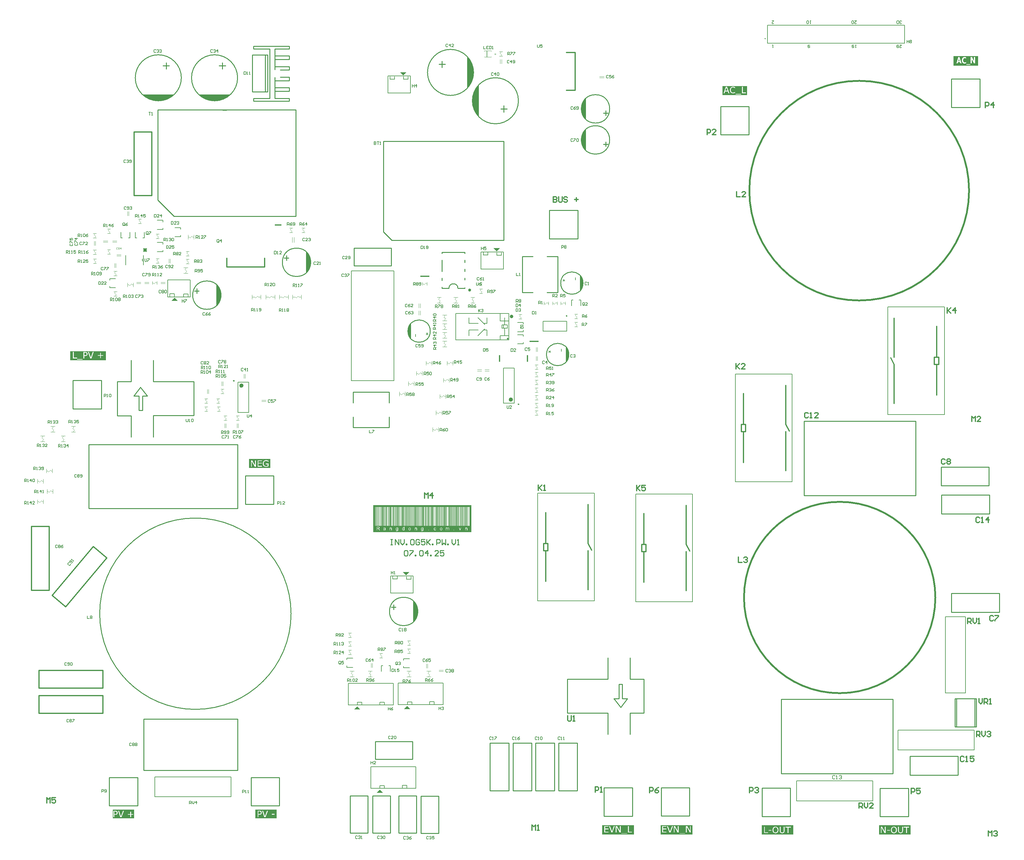
<source format=gto>
G04*
G04 #@! TF.GenerationSoftware,Altium Limited,Altium Designer,25.3.3 (18)*
G04*
G04 Layer_Color=65535*
%FSLAX44Y44*%
%MOMM*%
G71*
G04*
G04 #@! TF.SameCoordinates,95261EA5-16E4-4C31-8C51-D7BA18121D47*
G04*
G04*
G04 #@! TF.FilePolarity,Positive*
G04*
G01*
G75*
%ADD10C,0.2000*%
%ADD11C,0.5000*%
%ADD12C,0.2540*%
%ADD13C,0.2500*%
%ADD14C,0.6000*%
%ADD15C,0.1524*%
%ADD16C,0.4000*%
%ADD17C,0.5000*%
%ADD18C,1.0000*%
%ADD19C,0.1270*%
%ADD20C,0.3000*%
%ADD21C,0.1000*%
%ADD22C,0.1778*%
%ADD23C,0.1500*%
%ADD24C,0.1016*%
%ADD25C,0.2032*%
%ADD26R,2.5000X0.3750*%
%ADD27R,1.9000X0.3750*%
%ADD28R,0.3750X1.9000*%
G36*
X1089025Y2176762D02*
Y2177016D01*
X1080135Y2185906D01*
X1098169D01*
X1089025Y2176762D01*
D02*
G37*
G36*
X1279142Y2217271D02*
X1285142Y2200271D01*
X1286142Y2180271D01*
X1285142Y2168271D01*
X1280142Y2155271D01*
X1269142Y2140271D01*
Y2228271D01*
X1279142Y2217271D01*
D02*
G37*
G36*
X588260Y2113018D02*
X571260Y2107018D01*
X551260Y2106018D01*
X539260Y2107018D01*
X526260Y2112018D01*
X511260Y2123018D01*
X599260D01*
X588260Y2113018D01*
D02*
G37*
G36*
X429510D02*
X412510Y2107018D01*
X392510Y2106018D01*
X380510Y2107018D01*
X367510Y2112018D01*
X352510Y2123018D01*
X440510D01*
X429510Y2113018D01*
D02*
G37*
G36*
X1301728Y2062261D02*
X1291728Y2073261D01*
X1285728Y2090261D01*
X1284728Y2110260D01*
X1285728Y2122260D01*
X1290728Y2135260D01*
X1301728Y2150260D01*
Y2062261D01*
D02*
G37*
G36*
X1604131Y2052406D02*
Y2052406D01*
X1602226Y2054407D01*
X1598952Y2058857D01*
X1596268Y2063686D01*
X1594216Y2068816D01*
X1592830Y2074164D01*
X1592131Y2079644D01*
Y2085169D01*
X1592830Y2090649D01*
X1594216Y2095997D01*
X1596268Y2101127D01*
X1598952Y2105956D01*
X1602226Y2110406D01*
X1604131Y2112406D01*
Y2052406D01*
D02*
G37*
G36*
Y1964782D02*
Y1964782D01*
X1602226Y1966783D01*
X1598952Y1971233D01*
X1596268Y1976062D01*
X1594216Y1981191D01*
X1592830Y1986539D01*
X1592131Y1992020D01*
Y1997545D01*
X1592830Y2003025D01*
X1594216Y2008373D01*
X1596268Y2013502D01*
X1598952Y2018331D01*
X1602226Y2022782D01*
X1604131Y2024782D01*
Y1964782D01*
D02*
G37*
G36*
X1352055Y1680192D02*
Y1680446D01*
X1343165Y1689336D01*
X1361199D01*
X1352055Y1680192D01*
D02*
G37*
G36*
X814710Y1679325D02*
X816615Y1677324D01*
X819889Y1672874D01*
X822573Y1668045D01*
X824625Y1662915D01*
X826011Y1657567D01*
X826710Y1652087D01*
Y1646562D01*
X826011Y1641082D01*
X824625Y1635734D01*
X822573Y1630605D01*
X819889Y1625776D01*
X816615Y1621325D01*
X814710Y1619325D01*
X814710Y1679325D01*
X814710Y1679325D01*
X814710D01*
Y1679325D01*
D02*
G37*
G36*
X561610Y1586595D02*
X561610Y1586595D01*
X561610D01*
Y1586595D01*
D02*
G37*
G36*
X1587468Y1612290D02*
X1588562Y1611196D01*
X1590526Y1608803D01*
X1592245Y1606230D01*
X1593704Y1603500D01*
X1594888Y1600640D01*
X1595787Y1597679D01*
X1596391Y1594643D01*
X1596694Y1591563D01*
Y1590015D01*
X1596694Y1590015D01*
Y1588468D01*
X1596391Y1585387D01*
X1595787Y1582352D01*
X1594888Y1579390D01*
X1593704Y1576530D01*
X1592245Y1573801D01*
X1590525Y1571227D01*
X1588562Y1568835D01*
X1587468Y1567741D01*
X1587459Y1612299D01*
X1587468Y1612290D01*
D02*
G37*
G36*
X443865Y1549636D02*
X452755Y1540746D01*
X434721D01*
X443865Y1549890D01*
Y1549636D01*
D02*
G37*
G36*
X563515Y1584594D02*
X566788Y1580144D01*
X569473Y1575315D01*
X571525Y1570186D01*
X572911Y1564837D01*
X573610Y1559357D01*
Y1553832D01*
X572911Y1548352D01*
X571525Y1543004D01*
X569473Y1537874D01*
X566788Y1533046D01*
X563515Y1528595D01*
X561610Y1526595D01*
X561610Y1586595D01*
X563515Y1584594D01*
D02*
G37*
G36*
X1110582Y1433322D02*
X1110573Y1433331D01*
X1109479Y1434426D01*
X1107515Y1436818D01*
X1105796Y1439392D01*
X1104337Y1442121D01*
X1103152Y1444981D01*
X1102254Y1447943D01*
X1101650Y1450978D01*
X1101347Y1454058D01*
Y1455606D01*
X1101347Y1455606D01*
Y1457154D01*
X1101650Y1460234D01*
X1102254Y1463269D01*
X1103152Y1466231D01*
X1104337Y1469091D01*
X1105796Y1471820D01*
X1107515Y1474394D01*
X1109479Y1476786D01*
X1110573Y1477881D01*
X1110582Y1433322D01*
D02*
G37*
G36*
X1547368Y1410690D02*
X1548462Y1409596D01*
X1550426Y1407203D01*
X1552145Y1404630D01*
X1553604Y1401900D01*
X1554789Y1399040D01*
X1555687Y1396078D01*
X1556291Y1393043D01*
X1556594Y1389963D01*
Y1388415D01*
X1556594Y1388415D01*
Y1386868D01*
X1556291Y1383787D01*
X1555687Y1380752D01*
X1554789Y1377790D01*
X1553604Y1374930D01*
X1552145Y1372201D01*
X1550425Y1369627D01*
X1548462Y1367235D01*
X1547368Y1366140D01*
X1547359Y1410699D01*
X1547368Y1410690D01*
D02*
G37*
G36*
X1096734Y765792D02*
Y766046D01*
X1087844Y774936D01*
X1105878D01*
X1096734Y765792D01*
D02*
G37*
G36*
X1116970Y693805D02*
X1116970Y693805D01*
X1116970D01*
Y693805D01*
D02*
G37*
G36*
X1118875Y691804D02*
X1122149Y687354D01*
X1124833Y682525D01*
X1126885Y677395D01*
X1128271Y672048D01*
X1128970Y666567D01*
Y661042D01*
X1128271Y655562D01*
X1126885Y650214D01*
X1124833Y645085D01*
X1122149Y640256D01*
X1118875Y635805D01*
X1116970Y633805D01*
X1116970Y693805D01*
X1118875Y691804D01*
D02*
G37*
G36*
X1099947Y397238D02*
X1108837Y388348D01*
X1090803D01*
X1099947Y397492D01*
Y397238D01*
D02*
G37*
G36*
X958977Y395968D02*
X967867Y387078D01*
X949833D01*
X958977Y396222D01*
Y395968D01*
D02*
G37*
G36*
X1022477Y161018D02*
X1031367Y152128D01*
X1013333D01*
X1022477Y161272D01*
Y161018D01*
D02*
G37*
G36*
X731500Y79901D02*
X671500D01*
Y104901D01*
X731500D01*
Y79901D01*
D02*
G37*
G36*
X713800Y1068901D02*
X653800D01*
Y1093901D01*
X713800D01*
Y1068901D01*
D02*
G37*
G36*
X2059300Y2121501D02*
X1989300D01*
Y2146501D01*
X2059300D01*
Y2121501D01*
D02*
G37*
G36*
X2710943Y2204243D02*
X2641258D01*
Y2230959D01*
X2710943D01*
Y2204243D01*
D02*
G37*
G36*
X1904900Y34301D02*
X1814900D01*
Y60301D01*
X1904900D01*
Y34301D01*
D02*
G37*
G36*
X2189072Y34201D02*
X2100072D01*
Y60201D01*
X2189072D01*
Y34201D01*
D02*
G37*
G36*
X329100Y79601D02*
X269100D01*
Y104601D01*
X329100D01*
Y79601D01*
D02*
G37*
G36*
X1740000Y34301D02*
X1650000D01*
Y60301D01*
X1740000D01*
Y34301D01*
D02*
G37*
G36*
X249717Y1372401D02*
X148884D01*
Y1398401D01*
X249717D01*
Y1372401D01*
D02*
G37*
G36*
X2520800Y34201D02*
X2431800D01*
Y60201D01*
X2520800D01*
Y34201D01*
D02*
G37*
G36*
X1281160Y888001D02*
X1004300D01*
Y964117D01*
X1281160D01*
Y888001D01*
D02*
G37*
%LPC*%
G36*
X725182Y92373D02*
X717658D01*
Y90180D01*
X725182D01*
Y92373D01*
D02*
G37*
G36*
X706803Y101368D02*
X704360D01*
X698752Y85571D01*
X693116Y101368D01*
X690562D01*
X697086Y83433D01*
X700279D01*
X706803Y101368D01*
D02*
G37*
G36*
X682983D02*
X677764D01*
Y83433D01*
X680151D01*
Y90124D01*
X682539D01*
X683177Y90152D01*
X683760Y90207D01*
X684316Y90291D01*
X684843Y90374D01*
X685287Y90513D01*
X685732Y90652D01*
X686120Y90790D01*
X686453Y90957D01*
X686759Y91124D01*
X687036Y91262D01*
X687258Y91401D01*
X687425Y91540D01*
X687564Y91623D01*
X687675Y91706D01*
X687730Y91762D01*
X687758Y91790D01*
X688064Y92123D01*
X688341Y92456D01*
X688563Y92789D01*
X688758Y93150D01*
X688952Y93483D01*
X689091Y93844D01*
X689285Y94483D01*
X689368Y94788D01*
X689424Y95066D01*
X689452Y95316D01*
X689479Y95510D01*
X689507Y95676D01*
Y95926D01*
X689479Y96398D01*
X689424Y96842D01*
X689341Y97259D01*
X689230Y97648D01*
X689118Y98008D01*
X688952Y98314D01*
X688813Y98619D01*
X688646Y98897D01*
X688480Y99119D01*
X688341Y99341D01*
X688175Y99508D01*
X688064Y99674D01*
X687952Y99785D01*
X687869Y99869D01*
X687814Y99896D01*
X687786Y99924D01*
X687453Y100174D01*
X687064Y100396D01*
X686675Y100590D01*
X686259Y100757D01*
X685398Y101007D01*
X684566Y101201D01*
X684177Y101257D01*
X683816Y101285D01*
X683483Y101312D01*
X683205Y101340D01*
X682983Y101368D01*
D02*
G37*
%LPD*%
G36*
X683316Y99286D02*
X684010Y99174D01*
X684621Y99008D01*
X685121Y98786D01*
X685565Y98508D01*
X685926Y98231D01*
X686231Y97925D01*
X686481Y97592D01*
X686648Y97259D01*
X686786Y96954D01*
X686898Y96676D01*
X686953Y96398D01*
X687009Y96176D01*
X687036Y96010D01*
Y95899D01*
Y95871D01*
Y95538D01*
X686981Y95204D01*
X686842Y94649D01*
X686592Y94150D01*
X686287Y93733D01*
X685898Y93372D01*
X685509Y93067D01*
X685065Y92817D01*
X684621Y92623D01*
X684149Y92456D01*
X683705Y92345D01*
X683316Y92262D01*
X682927Y92206D01*
X682622Y92178D01*
X682400Y92151D01*
X680151D01*
Y99313D01*
X682511D01*
X683316Y99286D01*
D02*
G37*
%LPC*%
G36*
X702040Y1090715D02*
X701707D01*
X700902Y1090687D01*
X700152Y1090604D01*
X699458Y1090493D01*
X698792Y1090326D01*
X698181Y1090132D01*
X697626Y1089937D01*
X697098Y1089688D01*
X696627Y1089465D01*
X696210Y1089243D01*
X695849Y1089021D01*
X695544Y1088799D01*
X695294Y1088605D01*
X695072Y1088438D01*
X694933Y1088327D01*
X694850Y1088244D01*
X694822Y1088216D01*
X694378Y1087744D01*
X693989Y1087217D01*
X693656Y1086662D01*
X693351Y1086106D01*
X693129Y1085551D01*
X692906Y1084968D01*
X692740Y1084413D01*
X692601Y1083885D01*
X692518Y1083386D01*
X692434Y1082914D01*
X692379Y1082497D01*
X692323Y1082136D01*
Y1081831D01*
X692296Y1081609D01*
Y1081414D01*
X692323Y1080609D01*
X692407Y1079832D01*
X692518Y1079110D01*
X692684Y1078444D01*
X692879Y1077833D01*
X693073Y1077250D01*
X693295Y1076750D01*
X693545Y1076278D01*
X693767Y1075862D01*
X693989Y1075501D01*
X694184Y1075196D01*
X694378Y1074946D01*
X694544Y1074752D01*
X694655Y1074613D01*
X694739Y1074529D01*
X694766Y1074502D01*
X695266Y1074085D01*
X695794Y1073697D01*
X696349Y1073391D01*
X696904Y1073114D01*
X697487Y1072864D01*
X698070Y1072669D01*
X698625Y1072531D01*
X699181Y1072392D01*
X699680Y1072281D01*
X700180Y1072225D01*
X700596Y1072170D01*
X700985Y1072114D01*
X701291D01*
X701513Y1072086D01*
X701707D01*
X702262Y1072114D01*
X702818Y1072170D01*
X703373Y1072253D01*
X703956Y1072336D01*
X705039Y1072614D01*
X705566Y1072753D01*
X706066Y1072919D01*
X706538Y1073086D01*
X706954Y1073225D01*
X707343Y1073363D01*
X707648Y1073502D01*
X707926Y1073586D01*
X708120Y1073669D01*
X708259Y1073724D01*
X708287Y1073752D01*
Y1081470D01*
X701124D01*
Y1079360D01*
X705927D01*
Y1074946D01*
X705177Y1074668D01*
X704400Y1074474D01*
X703678Y1074335D01*
X703040Y1074252D01*
X702734Y1074196D01*
X702457D01*
X702207Y1074168D01*
X702012Y1074141D01*
X701624D01*
X701041Y1074168D01*
X700486Y1074224D01*
X699986Y1074307D01*
X699486Y1074446D01*
X699042Y1074585D01*
X698625Y1074752D01*
X698264Y1074946D01*
X697904Y1075112D01*
X697626Y1075307D01*
X697348Y1075473D01*
X697126Y1075640D01*
X696932Y1075779D01*
X696793Y1075918D01*
X696682Y1076001D01*
X696627Y1076056D01*
X696599Y1076084D01*
X696293Y1076473D01*
X696016Y1076889D01*
X695766Y1077306D01*
X695544Y1077750D01*
X695377Y1078194D01*
X695238Y1078638D01*
X695016Y1079527D01*
X694933Y1079915D01*
X694877Y1080304D01*
X694850Y1080637D01*
X694822Y1080915D01*
X694794Y1081165D01*
Y1081359D01*
Y1081470D01*
Y1081498D01*
X694822Y1082109D01*
X694877Y1082664D01*
X694961Y1083219D01*
X695072Y1083719D01*
X695211Y1084191D01*
X695350Y1084607D01*
X695516Y1084996D01*
X695683Y1085357D01*
X695821Y1085690D01*
X695988Y1085967D01*
X696127Y1086189D01*
X696266Y1086384D01*
X696377Y1086551D01*
X696460Y1086662D01*
X696516Y1086717D01*
X696543Y1086745D01*
X696904Y1087078D01*
X697265Y1087383D01*
X697654Y1087633D01*
X698042Y1087883D01*
X698431Y1088050D01*
X698848Y1088216D01*
X699236Y1088355D01*
X699597Y1088438D01*
X699958Y1088522D01*
X700263Y1088577D01*
X700569Y1088633D01*
X700819Y1088660D01*
X701041Y1088688D01*
X701318D01*
X702012Y1088660D01*
X702651Y1088577D01*
X703289Y1088466D01*
X703928Y1088299D01*
X704511Y1088133D01*
X705066Y1087911D01*
X705594Y1087689D01*
X706066Y1087467D01*
X706510Y1087244D01*
X706899Y1087022D01*
X707232Y1086800D01*
X707537Y1086634D01*
X707759Y1086467D01*
X707926Y1086356D01*
X708037Y1086273D01*
X708065Y1086245D01*
X708287D01*
Y1089077D01*
X707676Y1089354D01*
X707037Y1089632D01*
X706454Y1089826D01*
X705844Y1090021D01*
X705288Y1090187D01*
X704733Y1090326D01*
X704233Y1090437D01*
X703761Y1090520D01*
X703317Y1090576D01*
X702901Y1090631D01*
X702568Y1090659D01*
X702262Y1090687D01*
X702040Y1090715D01*
D02*
G37*
G36*
X672945Y1090382D02*
X670724D01*
Y1075723D01*
X662979Y1090382D01*
X659259D01*
Y1072447D01*
X661507D01*
Y1088466D01*
X670003Y1072447D01*
X672945D01*
Y1090382D01*
D02*
G37*
G36*
X689547D02*
X677720D01*
Y1072447D01*
X689547D01*
Y1074557D01*
X680108D01*
Y1081248D01*
X689547D01*
Y1083358D01*
X680108D01*
Y1088272D01*
X689547D01*
Y1090382D01*
D02*
G37*
G36*
X2019720Y2144939D02*
X2019414D01*
X2018692Y2144911D01*
X2017998Y2144828D01*
X2017332Y2144717D01*
X2016721Y2144550D01*
X2016166Y2144356D01*
X2015639Y2144162D01*
X2015139Y2143939D01*
X2014722Y2143717D01*
X2014306Y2143468D01*
X2013973Y2143245D01*
X2013695Y2143051D01*
X2013445Y2142857D01*
X2013251Y2142690D01*
X2013112Y2142579D01*
X2013029Y2142496D01*
X2013001Y2142468D01*
X2012585Y2141996D01*
X2012224Y2141469D01*
X2011891Y2140941D01*
X2011613Y2140358D01*
X2011391Y2139803D01*
X2011197Y2139220D01*
X2011030Y2138665D01*
X2010919Y2138137D01*
X2010808Y2137610D01*
X2010752Y2137138D01*
X2010697Y2136721D01*
X2010641Y2136333D01*
Y2136027D01*
X2010614Y2135805D01*
Y2135611D01*
X2010641Y2134806D01*
X2010725Y2134056D01*
X2010836Y2133334D01*
X2010974Y2132668D01*
X2011141Y2132057D01*
X2011335Y2131502D01*
X2011530Y2131002D01*
X2011752Y2130530D01*
X2011974Y2130114D01*
X2012168Y2129753D01*
X2012363Y2129448D01*
X2012529Y2129198D01*
X2012668Y2129003D01*
X2012807Y2128865D01*
X2012862Y2128781D01*
X2012890Y2128754D01*
X2013334Y2128337D01*
X2013834Y2127948D01*
X2014362Y2127643D01*
X2014889Y2127365D01*
X2015417Y2127115D01*
X2015972Y2126921D01*
X2016499Y2126782D01*
X2017027Y2126644D01*
X2017499Y2126532D01*
X2017971Y2126477D01*
X2018359Y2126422D01*
X2018720Y2126366D01*
X2018998D01*
X2019220Y2126338D01*
X2019414D01*
X2020386Y2126394D01*
X2021302Y2126505D01*
X2022107Y2126671D01*
X2022496Y2126782D01*
X2022857Y2126893D01*
X2023162Y2126977D01*
X2023440Y2127088D01*
X2023690Y2127171D01*
X2023912Y2127254D01*
X2024078Y2127310D01*
X2024189Y2127365D01*
X2024273Y2127421D01*
X2024300D01*
X2024717Y2127615D01*
X2025105Y2127782D01*
X2025272Y2127837D01*
X2025411Y2127893D01*
X2025494Y2127948D01*
X2025522D01*
Y2130752D01*
X2025328D01*
X2024828Y2130336D01*
X2024328Y2129975D01*
X2023801Y2129670D01*
X2023273Y2129392D01*
X2022773Y2129170D01*
X2022274Y2128976D01*
X2021802Y2128809D01*
X2021330Y2128698D01*
X2020913Y2128587D01*
X2020525Y2128531D01*
X2020164Y2128476D01*
X2019886Y2128420D01*
X2019636D01*
X2019470Y2128393D01*
X2019303D01*
X2018776Y2128420D01*
X2018276Y2128476D01*
X2017832Y2128559D01*
X2017388Y2128698D01*
X2016999Y2128837D01*
X2016610Y2129003D01*
X2016277Y2129170D01*
X2015972Y2129364D01*
X2015694Y2129531D01*
X2015444Y2129697D01*
X2015250Y2129864D01*
X2015083Y2130003D01*
X2014944Y2130142D01*
X2014861Y2130225D01*
X2014806Y2130280D01*
X2014778Y2130308D01*
X2014473Y2130697D01*
X2014223Y2131086D01*
X2014001Y2131530D01*
X2013806Y2131946D01*
X2013667Y2132390D01*
X2013529Y2132834D01*
X2013334Y2133695D01*
X2013251Y2134084D01*
X2013195Y2134445D01*
X2013168Y2134778D01*
X2013140Y2135056D01*
X2013112Y2135278D01*
Y2135472D01*
Y2135583D01*
Y2135611D01*
X2013140Y2136221D01*
X2013195Y2136805D01*
X2013251Y2137360D01*
X2013362Y2137887D01*
X2013501Y2138359D01*
X2013640Y2138776D01*
X2013779Y2139192D01*
X2013945Y2139553D01*
X2014084Y2139858D01*
X2014223Y2140136D01*
X2014362Y2140386D01*
X2014500Y2140580D01*
X2014611Y2140747D01*
X2014667Y2140858D01*
X2014722Y2140913D01*
X2014750Y2140941D01*
X2015083Y2141302D01*
X2015417Y2141580D01*
X2015777Y2141857D01*
X2016138Y2142079D01*
X2016527Y2142274D01*
X2016916Y2142440D01*
X2017277Y2142551D01*
X2017637Y2142662D01*
X2017971Y2142746D01*
X2018276Y2142801D01*
X2018554Y2142857D01*
X2018804Y2142885D01*
X2018998Y2142912D01*
X2019275D01*
X2019886Y2142885D01*
X2020469Y2142801D01*
X2021052Y2142690D01*
X2021580Y2142551D01*
X2022107Y2142357D01*
X2022607Y2142163D01*
X2023079Y2141940D01*
X2023523Y2141718D01*
X2023912Y2141496D01*
X2024273Y2141274D01*
X2024578Y2141080D01*
X2024828Y2140886D01*
X2025050Y2140747D01*
X2025189Y2140636D01*
X2025300Y2140552D01*
X2025328Y2140525D01*
X2025522D01*
Y2143356D01*
X2024939Y2143634D01*
X2024356Y2143884D01*
X2023801Y2144078D01*
X2023245Y2144273D01*
X2022718Y2144439D01*
X2022218Y2144550D01*
X2021746Y2144661D01*
X2021302Y2144745D01*
X2020886Y2144800D01*
X2020525Y2144856D01*
X2020192Y2144883D01*
X2019942Y2144911D01*
X2019720Y2144939D01*
D02*
G37*
G36*
X2046954Y2144606D02*
X2044567D01*
Y2126671D01*
X2055921D01*
Y2128781D01*
X2046954D01*
Y2144606D01*
D02*
G37*
G36*
X2002396D02*
X1999203D01*
X1992679Y2126671D01*
X1995095D01*
X1996844Y2131669D01*
X2004617D01*
X2006366Y2126671D01*
X2008920D01*
X2002396Y2144606D01*
D02*
G37*
G36*
X2042207Y2124506D02*
X2026466D01*
Y2123062D01*
X2042207D01*
Y2124506D01*
D02*
G37*
%LPD*%
G36*
X2003867Y2133723D02*
X1997565D01*
X2000730Y2142496D01*
X2003867Y2133723D01*
D02*
G37*
%LPC*%
G36*
X2672797Y2228817D02*
X2672574D01*
X2671769Y2228761D01*
X2671048Y2228622D01*
X2670354Y2228456D01*
X2669771Y2228233D01*
X2669521Y2228122D01*
X2669299Y2228011D01*
X2669104Y2227928D01*
X2668938Y2227845D01*
X2668799Y2227762D01*
X2668716Y2227706D01*
X2668660Y2227678D01*
X2668633Y2227650D01*
X2668022Y2227178D01*
X2667494Y2226679D01*
X2667050Y2226124D01*
X2666661Y2225624D01*
X2666384Y2225152D01*
X2666273Y2224958D01*
X2666161Y2224763D01*
X2666078Y2224624D01*
X2666050Y2224513D01*
X2665995Y2224458D01*
Y2224430D01*
X2665690Y2223625D01*
X2665495Y2222792D01*
X2665329Y2221959D01*
X2665218Y2221210D01*
X2665190Y2220849D01*
X2665162Y2220543D01*
X2665134Y2220266D01*
Y2220016D01*
X2665107Y2219821D01*
Y2219544D01*
X2665134Y2218517D01*
X2665245Y2217601D01*
X2665301Y2217156D01*
X2665384Y2216768D01*
X2665468Y2216379D01*
X2665551Y2216046D01*
X2665634Y2215741D01*
X2665717Y2215463D01*
X2665800Y2215213D01*
X2665856Y2215019D01*
X2665912Y2214880D01*
X2665967Y2214741D01*
X2665995Y2214686D01*
Y2214658D01*
X2666356Y2213936D01*
X2666772Y2213297D01*
X2667216Y2212742D01*
X2667633Y2212298D01*
X2668022Y2211937D01*
X2668327Y2211687D01*
X2668438Y2211576D01*
X2668521Y2211521D01*
X2668577Y2211493D01*
X2668605Y2211465D01*
X2669271Y2211104D01*
X2669993Y2210827D01*
X2670659Y2210632D01*
X2671298Y2210493D01*
X2671603Y2210438D01*
X2671853Y2210410D01*
X2672103Y2210382D01*
X2672297D01*
X2672464Y2210355D01*
X2672686D01*
X2673158Y2210382D01*
X2673602Y2210410D01*
X2674018Y2210466D01*
X2674379Y2210549D01*
X2674712Y2210632D01*
X2674934Y2210688D01*
X2675101Y2210715D01*
X2675157Y2210743D01*
X2675601Y2210882D01*
X2675989Y2211049D01*
X2676350Y2211215D01*
X2676628Y2211354D01*
X2676878Y2211465D01*
X2677044Y2211576D01*
X2677155Y2211632D01*
X2677183Y2211660D01*
Y2214741D01*
X2676933D01*
X2676628Y2214463D01*
X2676350Y2214214D01*
X2676073Y2214019D01*
X2675823Y2213853D01*
X2675601Y2213742D01*
X2675406Y2213658D01*
X2675295Y2213631D01*
X2675268Y2213603D01*
X2674934Y2213492D01*
X2674573Y2213436D01*
X2674240Y2213381D01*
X2673935Y2213325D01*
X2673657D01*
X2673435Y2213297D01*
X2673241D01*
X2672852Y2213325D01*
X2672491Y2213381D01*
X2672158Y2213436D01*
X2671853Y2213547D01*
X2671270Y2213825D01*
X2670826Y2214130D01*
X2670437Y2214408D01*
X2670187Y2214686D01*
X2670076Y2214797D01*
X2670020Y2214852D01*
X2669993Y2214908D01*
X2669965Y2214935D01*
X2669771Y2215269D01*
X2669576Y2215602D01*
X2669299Y2216351D01*
X2669104Y2217101D01*
X2668965Y2217850D01*
X2668910Y2218211D01*
X2668882Y2218517D01*
X2668854Y2218794D01*
Y2219044D01*
X2668827Y2219266D01*
Y2219405D01*
Y2219516D01*
Y2219544D01*
Y2220099D01*
X2668882Y2220599D01*
X2668938Y2221099D01*
X2668993Y2221543D01*
X2669077Y2221959D01*
X2669160Y2222320D01*
X2669271Y2222681D01*
X2669382Y2222986D01*
X2669465Y2223264D01*
X2669576Y2223514D01*
X2669660Y2223708D01*
X2669743Y2223875D01*
X2669798Y2224014D01*
X2669854Y2224097D01*
X2669909Y2224152D01*
Y2224180D01*
X2670132Y2224486D01*
X2670354Y2224736D01*
X2670604Y2224958D01*
X2670853Y2225152D01*
X2671131Y2225318D01*
X2671381Y2225430D01*
X2671880Y2225652D01*
X2672325Y2225763D01*
X2672519Y2225790D01*
X2672686Y2225818D01*
X2672824Y2225846D01*
X2673019D01*
X2673435Y2225818D01*
X2673852Y2225763D01*
X2674213Y2225679D01*
X2674601Y2225596D01*
X2675268Y2225318D01*
X2675823Y2225013D01*
X2676073Y2224846D01*
X2676295Y2224708D01*
X2676489Y2224569D01*
X2676656Y2224430D01*
X2676767Y2224347D01*
X2676850Y2224263D01*
X2676906Y2224208D01*
X2676933Y2224180D01*
X2677183D01*
Y2227512D01*
X2676850Y2227734D01*
X2676517Y2227900D01*
X2676156Y2228067D01*
X2675823Y2228206D01*
X2675517Y2228317D01*
X2675295Y2228400D01*
X2675129Y2228428D01*
X2675101Y2228456D01*
X2675073D01*
X2674601Y2228567D01*
X2674157Y2228678D01*
X2673713Y2228733D01*
X2673352Y2228761D01*
X2673019Y2228789D01*
X2672797Y2228817D01*
D02*
G37*
G36*
X2702364Y2228539D02*
X2699254D01*
Y2216573D01*
X2693785Y2228539D01*
X2690120D01*
Y2210605D01*
X2693230D01*
Y2222764D01*
X2698893Y2210605D01*
X2702364D01*
Y2228539D01*
D02*
G37*
G36*
X2658777D02*
X2655223D01*
X2649837Y2210605D01*
X2653419D01*
X2654474Y2214463D01*
X2659499D01*
X2660665Y2210605D01*
X2664385D01*
X2658777Y2228539D01*
D02*
G37*
G36*
X2688649Y2208828D02*
X2677488D01*
Y2206385D01*
X2688649D01*
Y2208828D01*
D02*
G37*
%LPD*%
G36*
X2656945Y2223930D02*
X2656972Y2223819D01*
X2657000Y2223681D01*
X2657055Y2223486D01*
X2657167Y2223070D01*
X2657278Y2222598D01*
X2657444Y2222015D01*
X2657611Y2221432D01*
X2657972Y2220155D01*
X2658166Y2219516D01*
X2658333Y2218905D01*
X2658527Y2218350D01*
X2658666Y2217850D01*
X2658777Y2217434D01*
X2658832Y2217240D01*
X2658888Y2217101D01*
X2658916Y2216990D01*
X2658943Y2216906D01*
X2658971Y2216851D01*
Y2216823D01*
X2655029D01*
X2655196Y2217379D01*
X2655362Y2217934D01*
X2655501Y2218433D01*
X2655640Y2218905D01*
X2655890Y2219794D01*
X2656084Y2220571D01*
X2656278Y2221237D01*
X2656417Y2221820D01*
X2656556Y2222320D01*
X2656667Y2222737D01*
X2656750Y2223098D01*
X2656806Y2223375D01*
X2656861Y2223597D01*
X2656889Y2223764D01*
X2656917Y2223875D01*
X2656945Y2223958D01*
Y2223930D01*
D02*
G37*
%LPC*%
G36*
X1900031Y58072D02*
X1897810D01*
Y43414D01*
X1890064Y58072D01*
X1886344D01*
Y40138D01*
X1888593D01*
Y56157D01*
X1897088Y40138D01*
X1900031D01*
Y58072D01*
D02*
G37*
G36*
X1865883D02*
X1863662D01*
Y43414D01*
X1855916Y58072D01*
X1852196D01*
Y40138D01*
X1854445D01*
Y56157D01*
X1862940Y40138D01*
X1865883D01*
Y58072D01*
D02*
G37*
G36*
X1849476D02*
X1847033D01*
X1841425Y42276D01*
X1835789Y58072D01*
X1833235D01*
X1839759Y40138D01*
X1842952D01*
X1849476Y58072D01*
D02*
G37*
G36*
X1831541D02*
X1819715D01*
Y40138D01*
X1831541D01*
Y42248D01*
X1822102D01*
Y48938D01*
X1831541D01*
Y51048D01*
X1822102D01*
Y55962D01*
X1831541D01*
Y58072D01*
D02*
G37*
G36*
X1883984Y37973D02*
X1868243D01*
Y36529D01*
X1883984D01*
Y37973D01*
D02*
G37*
G36*
X2127623Y47159D02*
X2120100D01*
Y44966D01*
X2127623D01*
Y47159D01*
D02*
G37*
G36*
X2164825Y56154D02*
X2162437D01*
Y45243D01*
Y44716D01*
X2162381Y44216D01*
X2162326Y43772D01*
X2162243Y43355D01*
X2162159Y42995D01*
X2162076Y42634D01*
X2161965Y42328D01*
X2161854Y42078D01*
X2161743Y41829D01*
X2161632Y41634D01*
X2161549Y41468D01*
X2161465Y41329D01*
X2161382Y41246D01*
X2161326Y41162D01*
X2161299Y41135D01*
X2161271Y41107D01*
X2161049Y40885D01*
X2160799Y40718D01*
X2160271Y40413D01*
X2159716Y40218D01*
X2159161Y40052D01*
X2158689Y39969D01*
X2158467Y39941D01*
X2158300D01*
X2158162Y39913D01*
X2157939D01*
X2157329Y39941D01*
X2156774Y40024D01*
X2156302Y40135D01*
X2155913Y40274D01*
X2155580Y40385D01*
X2155358Y40496D01*
X2155219Y40579D01*
X2155163Y40607D01*
X2154802Y40885D01*
X2154525Y41190D01*
X2154275Y41495D01*
X2154081Y41773D01*
X2153942Y42051D01*
X2153858Y42245D01*
X2153803Y42384D01*
X2153775Y42439D01*
X2153664Y42884D01*
X2153581Y43355D01*
X2153525Y43855D01*
X2153497Y44299D01*
X2153470Y44688D01*
X2153442Y45021D01*
Y45132D01*
Y45216D01*
Y45271D01*
Y45299D01*
Y56154D01*
X2151055D01*
Y45410D01*
X2151082Y44716D01*
X2151138Y44077D01*
X2151221Y43467D01*
X2151360Y42911D01*
X2151499Y42384D01*
X2151693Y41912D01*
X2151887Y41468D01*
X2152137Y41051D01*
X2152387Y40663D01*
X2152665Y40302D01*
X2152942Y39996D01*
X2153248Y39691D01*
X2153858Y39191D01*
X2154497Y38802D01*
X2155135Y38497D01*
X2155774Y38247D01*
X2156357Y38081D01*
X2156857Y37970D01*
X2157301Y37914D01*
X2157495Y37886D01*
X2157634D01*
X2157773Y37859D01*
X2157939D01*
X2158578Y37886D01*
X2159161Y37942D01*
X2159689Y38053D01*
X2160216Y38192D01*
X2160688Y38358D01*
X2161132Y38553D01*
X2161549Y38775D01*
X2161909Y39052D01*
X2162270Y39302D01*
X2162576Y39608D01*
X2163131Y40246D01*
X2163603Y40940D01*
X2163964Y41634D01*
X2164241Y42328D01*
X2164464Y43022D01*
X2164602Y43661D01*
X2164713Y44244D01*
X2164769Y44716D01*
X2164797Y44910D01*
X2164825Y45077D01*
Y56154D01*
D02*
G37*
G36*
X2182176D02*
X2166990D01*
Y54044D01*
X2173375D01*
Y38219D01*
X2175763D01*
Y54044D01*
X2182176D01*
Y56154D01*
D02*
G37*
G36*
X2109300D02*
X2106913D01*
Y38219D01*
X2118267D01*
Y40329D01*
X2109300D01*
Y56154D01*
D02*
G37*
G36*
X2139339Y56543D02*
X2139172D01*
X2138478Y56515D01*
X2137812Y56431D01*
X2137173Y56321D01*
X2136590Y56154D01*
X2136035Y55960D01*
X2135535Y55765D01*
X2135091Y55515D01*
X2134675Y55293D01*
X2134314Y55071D01*
X2133981Y54849D01*
X2133703Y54627D01*
X2133481Y54433D01*
X2133287Y54266D01*
X2133176Y54155D01*
X2133092Y54072D01*
X2133065Y54044D01*
X2132676Y53572D01*
X2132343Y53045D01*
X2132037Y52489D01*
X2131788Y51934D01*
X2131565Y51351D01*
X2131399Y50796D01*
X2131232Y50241D01*
X2131121Y49685D01*
X2131038Y49186D01*
X2130955Y48714D01*
X2130899Y48269D01*
X2130871Y47909D01*
Y47603D01*
X2130844Y47381D01*
Y47187D01*
X2130871Y46382D01*
X2130955Y45632D01*
X2131066Y44910D01*
X2131205Y44244D01*
X2131371Y43633D01*
X2131565Y43078D01*
X2131760Y42550D01*
X2131982Y42078D01*
X2132176Y41690D01*
X2132370Y41329D01*
X2132565Y41024D01*
X2132731Y40746D01*
X2132898Y40552D01*
X2133009Y40413D01*
X2133065Y40329D01*
X2133092Y40302D01*
X2133537Y39885D01*
X2134008Y39497D01*
X2134480Y39163D01*
X2134980Y38886D01*
X2135508Y38664D01*
X2136007Y38469D01*
X2136507Y38303D01*
X2136979Y38164D01*
X2137423Y38053D01*
X2137840Y37997D01*
X2138228Y37942D01*
X2138534Y37886D01*
X2138811D01*
X2139006Y37859D01*
X2139172D01*
X2139894Y37886D01*
X2140560Y37970D01*
X2141199Y38081D01*
X2141782Y38247D01*
X2142337Y38442D01*
X2142837Y38664D01*
X2143281Y38886D01*
X2143698Y39108D01*
X2144086Y39330D01*
X2144391Y39580D01*
X2144669Y39774D01*
X2144891Y39969D01*
X2145086Y40135D01*
X2145197Y40246D01*
X2145280Y40329D01*
X2145308Y40357D01*
X2145696Y40857D01*
X2146030Y41357D01*
X2146335Y41912D01*
X2146585Y42467D01*
X2146807Y43050D01*
X2147001Y43605D01*
X2147140Y44161D01*
X2147251Y44716D01*
X2147334Y45216D01*
X2147418Y45687D01*
X2147473Y46104D01*
X2147501Y46465D01*
X2147529Y46770D01*
Y47187D01*
X2147501Y47992D01*
X2147445Y48741D01*
X2147334Y49463D01*
X2147168Y50129D01*
X2147001Y50740D01*
X2146807Y51295D01*
X2146613Y51823D01*
X2146418Y52295D01*
X2146196Y52711D01*
X2146002Y53045D01*
X2145807Y53378D01*
X2145641Y53628D01*
X2145502Y53822D01*
X2145391Y53961D01*
X2145308Y54044D01*
X2145280Y54072D01*
X2144836Y54516D01*
X2144364Y54877D01*
X2143892Y55210D01*
X2143364Y55488D01*
X2142865Y55738D01*
X2142365Y55932D01*
X2141865Y56098D01*
X2141393Y56237D01*
X2140921Y56348D01*
X2140505Y56404D01*
X2140144Y56459D01*
X2139811Y56515D01*
X2139533D01*
X2139339Y56543D01*
D02*
G37*
%LPD*%
G36*
X2139700Y54460D02*
X2140144Y54405D01*
X2140588Y54322D01*
X2141005Y54183D01*
X2141366Y54044D01*
X2141726Y53877D01*
X2142059Y53711D01*
X2142337Y53544D01*
X2142587Y53350D01*
X2142809Y53183D01*
X2143003Y53017D01*
X2143170Y52878D01*
X2143281Y52739D01*
X2143364Y52656D01*
X2143420Y52600D01*
X2143448Y52573D01*
X2143725Y52212D01*
X2143975Y51795D01*
X2144169Y51379D01*
X2144364Y50935D01*
X2144530Y50490D01*
X2144641Y50046D01*
X2144836Y49186D01*
X2144891Y48769D01*
X2144947Y48380D01*
X2144975Y48047D01*
X2145002Y47770D01*
X2145030Y47520D01*
Y47353D01*
Y47214D01*
Y47187D01*
X2145002Y46548D01*
X2144975Y45937D01*
X2144891Y45382D01*
X2144780Y44855D01*
X2144669Y44383D01*
X2144530Y43938D01*
X2144391Y43522D01*
X2144253Y43161D01*
X2144086Y42828D01*
X2143947Y42550D01*
X2143808Y42328D01*
X2143698Y42134D01*
X2143586Y41967D01*
X2143503Y41856D01*
X2143475Y41801D01*
X2143448Y41773D01*
X2143142Y41440D01*
X2142809Y41162D01*
X2142476Y40912D01*
X2142143Y40690D01*
X2141782Y40524D01*
X2141421Y40357D01*
X2140755Y40135D01*
X2140422Y40080D01*
X2140144Y40024D01*
X2139866Y39969D01*
X2139644Y39941D01*
X2139450Y39913D01*
X2139200D01*
X2138700Y39941D01*
X2138256Y39996D01*
X2137812Y40080D01*
X2137395Y40218D01*
X2137007Y40357D01*
X2136674Y40496D01*
X2136340Y40663D01*
X2136063Y40857D01*
X2135785Y41024D01*
X2135563Y41190D01*
X2135369Y41329D01*
X2135202Y41495D01*
X2135091Y41606D01*
X2135008Y41690D01*
X2134952Y41745D01*
X2134925Y41773D01*
X2134647Y42134D01*
X2134397Y42550D01*
X2134203Y42967D01*
X2134008Y43411D01*
X2133870Y43855D01*
X2133731Y44327D01*
X2133537Y45188D01*
X2133481Y45604D01*
X2133425Y45965D01*
X2133398Y46326D01*
X2133370Y46604D01*
X2133342Y46854D01*
Y47020D01*
Y47159D01*
Y47187D01*
X2133370Y47825D01*
X2133398Y48436D01*
X2133481Y48991D01*
X2133592Y49519D01*
X2133703Y49991D01*
X2133842Y50435D01*
X2133981Y50823D01*
X2134120Y51185D01*
X2134258Y51518D01*
X2134397Y51795D01*
X2134536Y52017D01*
X2134647Y52212D01*
X2134758Y52378D01*
X2134841Y52489D01*
X2134869Y52545D01*
X2134897Y52573D01*
X2135202Y52906D01*
X2135535Y53211D01*
X2135896Y53461D01*
X2136230Y53683D01*
X2136590Y53877D01*
X2136951Y54016D01*
X2137312Y54155D01*
X2137645Y54238D01*
X2137951Y54322D01*
X2138256Y54377D01*
X2138534Y54433D01*
X2138756Y54460D01*
X2138950Y54488D01*
X2139200D01*
X2139700Y54460D01*
D02*
G37*
%LPC*%
G36*
X300253Y101068D02*
X297810D01*
X292201Y85271D01*
X286566Y101068D01*
X284012D01*
X290536Y83133D01*
X293728D01*
X300253Y101068D01*
D02*
G37*
G36*
X320352Y98514D02*
X318354D01*
Y91962D01*
X311802D01*
Y90018D01*
X318354D01*
Y83439D01*
X320352D01*
Y90018D01*
X326932D01*
Y91962D01*
X320352D01*
Y98514D01*
D02*
G37*
G36*
X276433Y101068D02*
X271213D01*
Y83133D01*
X273601D01*
Y89824D01*
X275988D01*
X276627Y89852D01*
X277210Y89907D01*
X277765Y89991D01*
X278293Y90074D01*
X278737Y90213D01*
X279181Y90351D01*
X279570Y90490D01*
X279903Y90657D01*
X280208Y90823D01*
X280486Y90962D01*
X280708Y91101D01*
X280875Y91240D01*
X281013Y91323D01*
X281124Y91406D01*
X281180Y91462D01*
X281208Y91490D01*
X281513Y91823D01*
X281791Y92156D01*
X282013Y92489D01*
X282207Y92850D01*
X282402Y93183D01*
X282540Y93544D01*
X282735Y94183D01*
X282818Y94488D01*
X282873Y94766D01*
X282901Y95016D01*
X282929Y95210D01*
X282957Y95377D01*
Y95626D01*
X282929Y96098D01*
X282873Y96543D01*
X282790Y96959D01*
X282679Y97348D01*
X282568Y97709D01*
X282402Y98014D01*
X282263Y98319D01*
X282096Y98597D01*
X281929Y98819D01*
X281791Y99041D01*
X281624Y99208D01*
X281513Y99374D01*
X281402Y99485D01*
X281319Y99569D01*
X281263Y99596D01*
X281236Y99624D01*
X280902Y99874D01*
X280514Y100096D01*
X280125Y100290D01*
X279708Y100457D01*
X278848Y100707D01*
X278015Y100901D01*
X277626Y100957D01*
X277265Y100984D01*
X276932Y101012D01*
X276655Y101040D01*
X276433Y101068D01*
D02*
G37*
%LPD*%
G36*
X276766Y98986D02*
X277460Y98875D01*
X278071Y98708D01*
X278570Y98486D01*
X279014Y98208D01*
X279375Y97931D01*
X279681Y97625D01*
X279931Y97292D01*
X280097Y96959D01*
X280236Y96654D01*
X280347Y96376D01*
X280403Y96098D01*
X280458Y95876D01*
X280486Y95710D01*
Y95599D01*
Y95571D01*
Y95238D01*
X280430Y94904D01*
X280292Y94349D01*
X280042Y93850D01*
X279736Y93433D01*
X279348Y93072D01*
X278959Y92767D01*
X278515Y92517D01*
X278071Y92323D01*
X277599Y92156D01*
X277154Y92045D01*
X276766Y91962D01*
X276377Y91906D01*
X276072Y91878D01*
X275850Y91851D01*
X273601D01*
Y99013D01*
X275961D01*
X276766Y98986D01*
D02*
G37*
%LPC*%
G36*
X1702149Y58072D02*
X1699928D01*
Y43414D01*
X1692182Y58072D01*
X1688462D01*
Y40138D01*
X1690711D01*
Y56157D01*
X1699206Y40138D01*
X1702149D01*
Y58072D01*
D02*
G37*
G36*
X1685742D02*
X1683299D01*
X1677691Y42276D01*
X1672055Y58072D01*
X1669501D01*
X1676025Y40138D01*
X1679218D01*
X1685742Y58072D01*
D02*
G37*
G36*
X1724998D02*
X1722610D01*
Y40138D01*
X1733965D01*
Y42248D01*
X1724998D01*
Y58072D01*
D02*
G37*
G36*
X1667807D02*
X1655981D01*
Y40138D01*
X1667807D01*
Y42248D01*
X1658368D01*
Y48938D01*
X1667807D01*
Y51048D01*
X1658368D01*
Y55962D01*
X1667807D01*
Y58072D01*
D02*
G37*
G36*
X1720250Y37973D02*
X1704509D01*
Y36529D01*
X1720250D01*
Y37973D01*
D02*
G37*
G36*
X215166Y1396172D02*
X212724D01*
X207115Y1380376D01*
X201480Y1396172D01*
X198926D01*
X205450Y1378238D01*
X208642D01*
X215166Y1396172D01*
D02*
G37*
G36*
X235266Y1393618D02*
X233267D01*
Y1387066D01*
X226716D01*
Y1385123D01*
X233267D01*
Y1378543D01*
X235266D01*
Y1385123D01*
X241846D01*
Y1387066D01*
X235266D01*
Y1393618D01*
D02*
G37*
G36*
X191347Y1396172D02*
X186127D01*
Y1378238D01*
X188515D01*
Y1384929D01*
X190902D01*
X191541Y1384956D01*
X192124Y1385012D01*
X192679Y1385095D01*
X193207Y1385179D01*
X193651Y1385317D01*
X194095Y1385456D01*
X194484Y1385595D01*
X194817Y1385762D01*
X195122Y1385928D01*
X195400Y1386067D01*
X195622Y1386206D01*
X195788Y1386344D01*
X195927Y1386428D01*
X196038Y1386511D01*
X196094Y1386567D01*
X196122Y1386594D01*
X196427Y1386927D01*
X196705Y1387261D01*
X196927Y1387594D01*
X197121Y1387955D01*
X197315Y1388288D01*
X197454Y1388649D01*
X197649Y1389287D01*
X197732Y1389593D01*
X197787Y1389870D01*
X197815Y1390120D01*
X197843Y1390314D01*
X197871Y1390481D01*
Y1390731D01*
X197843Y1391203D01*
X197787Y1391647D01*
X197704Y1392063D01*
X197593Y1392452D01*
X197482Y1392813D01*
X197315Y1393118D01*
X197177Y1393424D01*
X197010Y1393701D01*
X196843Y1393924D01*
X196705Y1394146D01*
X196538Y1394312D01*
X196427Y1394479D01*
X196316Y1394590D01*
X196233Y1394673D01*
X196177Y1394701D01*
X196149Y1394729D01*
X195816Y1394978D01*
X195428Y1395201D01*
X195039Y1395395D01*
X194622Y1395562D01*
X193762Y1395811D01*
X192929Y1396006D01*
X192540Y1396061D01*
X192179Y1396089D01*
X191846Y1396117D01*
X191569Y1396145D01*
X191347Y1396172D01*
D02*
G37*
G36*
X159087D02*
X156699D01*
Y1378238D01*
X168054D01*
Y1380348D01*
X159087D01*
Y1396172D01*
D02*
G37*
G36*
X183768Y1376073D02*
X168026D01*
Y1374629D01*
X183768D01*
Y1376073D01*
D02*
G37*
%LPD*%
G36*
X191680Y1394090D02*
X192374Y1393979D01*
X192985Y1393813D01*
X193484Y1393590D01*
X193928Y1393313D01*
X194289Y1393035D01*
X194595Y1392730D01*
X194845Y1392397D01*
X195011Y1392063D01*
X195150Y1391758D01*
X195261Y1391481D01*
X195317Y1391203D01*
X195372Y1390981D01*
X195400Y1390814D01*
Y1390703D01*
Y1390675D01*
Y1390342D01*
X195344Y1390009D01*
X195205Y1389454D01*
X194956Y1388954D01*
X194650Y1388538D01*
X194262Y1388177D01*
X193873Y1387871D01*
X193429Y1387621D01*
X192985Y1387427D01*
X192513Y1387261D01*
X192068Y1387150D01*
X191680Y1387066D01*
X191291Y1387011D01*
X190986Y1386983D01*
X190764Y1386955D01*
X188515D01*
Y1394118D01*
X190875D01*
X191680Y1394090D01*
D02*
G37*
%LPC*%
G36*
X2461711Y47159D02*
X2454188D01*
Y44966D01*
X2461711D01*
Y47159D01*
D02*
G37*
G36*
X2449968Y56154D02*
X2447747D01*
Y41495D01*
X2440001Y56154D01*
X2436281D01*
Y38219D01*
X2438530D01*
Y54238D01*
X2447025Y38219D01*
X2449968D01*
Y56154D01*
D02*
G37*
G36*
X2498913D02*
X2496525D01*
Y45243D01*
Y44716D01*
X2496470Y44216D01*
X2496414Y43772D01*
X2496331Y43355D01*
X2496248Y42995D01*
X2496164Y42634D01*
X2496053Y42328D01*
X2495942Y42078D01*
X2495831Y41829D01*
X2495720Y41634D01*
X2495637Y41468D01*
X2495553Y41329D01*
X2495470Y41246D01*
X2495415Y41162D01*
X2495387Y41135D01*
X2495359Y41107D01*
X2495137Y40885D01*
X2494887Y40718D01*
X2494360Y40413D01*
X2493804Y40218D01*
X2493249Y40052D01*
X2492777Y39969D01*
X2492555Y39941D01*
X2492389D01*
X2492250Y39913D01*
X2492028D01*
X2491417Y39941D01*
X2490862Y40024D01*
X2490390Y40135D01*
X2490001Y40274D01*
X2489668Y40385D01*
X2489446Y40496D01*
X2489307Y40579D01*
X2489252Y40607D01*
X2488891Y40885D01*
X2488613Y41190D01*
X2488363Y41495D01*
X2488169Y41773D01*
X2488030Y42051D01*
X2487947Y42245D01*
X2487891Y42384D01*
X2487863Y42439D01*
X2487752Y42884D01*
X2487669Y43355D01*
X2487614Y43855D01*
X2487586Y44299D01*
X2487558Y44688D01*
X2487530Y45021D01*
Y45132D01*
Y45216D01*
Y45271D01*
Y45299D01*
Y56154D01*
X2485143D01*
Y45410D01*
X2485170Y44716D01*
X2485226Y44077D01*
X2485309Y43467D01*
X2485448Y42911D01*
X2485587Y42384D01*
X2485781Y41912D01*
X2485975Y41468D01*
X2486225Y41051D01*
X2486475Y40663D01*
X2486753Y40302D01*
X2487030Y39996D01*
X2487336Y39691D01*
X2487947Y39191D01*
X2488585Y38802D01*
X2489224Y38497D01*
X2489862Y38247D01*
X2490445Y38081D01*
X2490945Y37970D01*
X2491389Y37914D01*
X2491584Y37886D01*
X2491722D01*
X2491861Y37859D01*
X2492028D01*
X2492666Y37886D01*
X2493249Y37942D01*
X2493777Y38053D01*
X2494304Y38192D01*
X2494776Y38358D01*
X2495220Y38553D01*
X2495637Y38775D01*
X2495998Y39052D01*
X2496359Y39302D01*
X2496664Y39608D01*
X2497219Y40246D01*
X2497691Y40940D01*
X2498052Y41634D01*
X2498330Y42328D01*
X2498552Y43022D01*
X2498691Y43661D01*
X2498802Y44244D01*
X2498857Y44716D01*
X2498885Y44910D01*
X2498913Y45077D01*
Y56154D01*
D02*
G37*
G36*
X2516264D02*
X2501078D01*
Y54044D01*
X2507464D01*
Y38219D01*
X2509851D01*
Y54044D01*
X2516264D01*
Y56154D01*
D02*
G37*
G36*
X2473427Y56543D02*
X2473260D01*
X2472566Y56515D01*
X2471900Y56431D01*
X2471262Y56321D01*
X2470679Y56154D01*
X2470123Y55960D01*
X2469624Y55765D01*
X2469179Y55515D01*
X2468763Y55293D01*
X2468402Y55071D01*
X2468069Y54849D01*
X2467791Y54627D01*
X2467569Y54433D01*
X2467375Y54266D01*
X2467264Y54155D01*
X2467180Y54072D01*
X2467153Y54044D01*
X2466764Y53572D01*
X2466431Y53045D01*
X2466126Y52489D01*
X2465876Y51934D01*
X2465654Y51351D01*
X2465487Y50796D01*
X2465320Y50241D01*
X2465209Y49685D01*
X2465126Y49186D01*
X2465043Y48714D01*
X2464987Y48269D01*
X2464960Y47909D01*
Y47603D01*
X2464932Y47381D01*
Y47187D01*
X2464960Y46382D01*
X2465043Y45632D01*
X2465154Y44910D01*
X2465293Y44244D01*
X2465459Y43633D01*
X2465654Y43078D01*
X2465848Y42550D01*
X2466070Y42078D01*
X2466264Y41690D01*
X2466459Y41329D01*
X2466653Y41024D01*
X2466820Y40746D01*
X2466986Y40552D01*
X2467097Y40413D01*
X2467153Y40329D01*
X2467180Y40302D01*
X2467625Y39885D01*
X2468097Y39497D01*
X2468569Y39163D01*
X2469068Y38886D01*
X2469596Y38664D01*
X2470096Y38469D01*
X2470595Y38303D01*
X2471067Y38164D01*
X2471511Y38053D01*
X2471928Y37997D01*
X2472316Y37942D01*
X2472622Y37886D01*
X2472899D01*
X2473094Y37859D01*
X2473260D01*
X2473982Y37886D01*
X2474649Y37970D01*
X2475287Y38081D01*
X2475870Y38247D01*
X2476425Y38442D01*
X2476925Y38664D01*
X2477369Y38886D01*
X2477786Y39108D01*
X2478174Y39330D01*
X2478480Y39580D01*
X2478757Y39774D01*
X2478979Y39969D01*
X2479174Y40135D01*
X2479285Y40246D01*
X2479368Y40329D01*
X2479396Y40357D01*
X2479785Y40857D01*
X2480118Y41357D01*
X2480423Y41912D01*
X2480673Y42467D01*
X2480895Y43050D01*
X2481089Y43605D01*
X2481228Y44161D01*
X2481339Y44716D01*
X2481422Y45216D01*
X2481506Y45687D01*
X2481561Y46104D01*
X2481589Y46465D01*
X2481617Y46770D01*
Y47187D01*
X2481589Y47992D01*
X2481534Y48741D01*
X2481422Y49463D01*
X2481256Y50129D01*
X2481089Y50740D01*
X2480895Y51295D01*
X2480701Y51823D01*
X2480506Y52295D01*
X2480284Y52711D01*
X2480090Y53045D01*
X2479896Y53378D01*
X2479729Y53628D01*
X2479590Y53822D01*
X2479479Y53961D01*
X2479396Y54044D01*
X2479368Y54072D01*
X2478924Y54516D01*
X2478452Y54877D01*
X2477980Y55210D01*
X2477453Y55488D01*
X2476953Y55738D01*
X2476453Y55932D01*
X2475953Y56098D01*
X2475481Y56237D01*
X2475009Y56348D01*
X2474593Y56404D01*
X2474232Y56459D01*
X2473899Y56515D01*
X2473621D01*
X2473427Y56543D01*
D02*
G37*
%LPD*%
G36*
X2473788Y54460D02*
X2474232Y54405D01*
X2474676Y54322D01*
X2475093Y54183D01*
X2475454Y54044D01*
X2475815Y53877D01*
X2476148Y53711D01*
X2476425Y53544D01*
X2476675Y53350D01*
X2476897Y53183D01*
X2477092Y53017D01*
X2477258Y52878D01*
X2477369Y52739D01*
X2477453Y52656D01*
X2477508Y52600D01*
X2477536Y52573D01*
X2477814Y52212D01*
X2478063Y51795D01*
X2478258Y51379D01*
X2478452Y50935D01*
X2478619Y50490D01*
X2478730Y50046D01*
X2478924Y49186D01*
X2478979Y48769D01*
X2479035Y48380D01*
X2479063Y48047D01*
X2479091Y47770D01*
X2479118Y47520D01*
Y47353D01*
Y47214D01*
Y47187D01*
X2479091Y46548D01*
X2479063Y45937D01*
X2478979Y45382D01*
X2478868Y44855D01*
X2478757Y44383D01*
X2478619Y43938D01*
X2478480Y43522D01*
X2478341Y43161D01*
X2478174Y42828D01*
X2478036Y42550D01*
X2477897Y42328D01*
X2477786Y42134D01*
X2477675Y41967D01*
X2477591Y41856D01*
X2477564Y41801D01*
X2477536Y41773D01*
X2477231Y41440D01*
X2476897Y41162D01*
X2476564Y40912D01*
X2476231Y40690D01*
X2475870Y40524D01*
X2475509Y40357D01*
X2474843Y40135D01*
X2474510Y40080D01*
X2474232Y40024D01*
X2473954Y39969D01*
X2473732Y39941D01*
X2473538Y39913D01*
X2473288D01*
X2472789Y39941D01*
X2472344Y39996D01*
X2471900Y40080D01*
X2471484Y40218D01*
X2471095Y40357D01*
X2470762Y40496D01*
X2470429Y40663D01*
X2470151Y40857D01*
X2469874Y41024D01*
X2469651Y41190D01*
X2469457Y41329D01*
X2469290Y41495D01*
X2469179Y41606D01*
X2469096Y41690D01*
X2469041Y41745D01*
X2469013Y41773D01*
X2468735Y42134D01*
X2468485Y42550D01*
X2468291Y42967D01*
X2468097Y43411D01*
X2467958Y43855D01*
X2467819Y44327D01*
X2467625Y45188D01*
X2467569Y45604D01*
X2467514Y45965D01*
X2467486Y46326D01*
X2467458Y46604D01*
X2467430Y46854D01*
Y47020D01*
Y47159D01*
Y47187D01*
X2467458Y47825D01*
X2467486Y48436D01*
X2467569Y48991D01*
X2467680Y49519D01*
X2467791Y49991D01*
X2467930Y50435D01*
X2468069Y50823D01*
X2468208Y51185D01*
X2468347Y51518D01*
X2468485Y51795D01*
X2468624Y52017D01*
X2468735Y52212D01*
X2468846Y52378D01*
X2468930Y52489D01*
X2468957Y52545D01*
X2468985Y52573D01*
X2469290Y52906D01*
X2469624Y53211D01*
X2469984Y53461D01*
X2470318Y53683D01*
X2470679Y53877D01*
X2471039Y54016D01*
X2471400Y54155D01*
X2471734Y54238D01*
X2472039Y54322D01*
X2472344Y54377D01*
X2472622Y54433D01*
X2472844Y54460D01*
X2473038Y54488D01*
X2473288D01*
X2473788Y54460D01*
D02*
G37*
%LPC*%
G36*
X1276085Y959037D02*
X1275376D01*
Y905697D01*
X1276085D01*
Y959037D01*
D02*
G37*
G36*
X1274666D02*
X1273248D01*
Y905697D01*
X1274666D01*
Y959037D01*
D02*
G37*
G36*
X1272538D02*
X1271120D01*
Y905697D01*
X1272538D01*
Y959037D01*
D02*
G37*
G36*
X1270410D02*
X1269701D01*
Y905697D01*
X1270410D01*
Y959037D01*
D02*
G37*
G36*
X1268282D02*
X1267573D01*
Y905697D01*
X1268282D01*
Y959037D01*
D02*
G37*
G36*
X1266864D02*
X1265445D01*
Y905697D01*
X1266864D01*
Y959037D01*
D02*
G37*
G36*
X1264026D02*
X1263317D01*
Y905697D01*
X1264026D01*
Y959037D01*
D02*
G37*
G36*
X1262608D02*
X1261189D01*
Y905697D01*
X1262608D01*
Y959037D01*
D02*
G37*
G36*
X1260480D02*
X1259771D01*
Y905697D01*
X1260480D01*
Y959037D01*
D02*
G37*
G36*
X1259061D02*
X1258352D01*
Y905697D01*
X1259061D01*
Y959037D01*
D02*
G37*
G36*
X1257643D02*
X1256933D01*
Y905697D01*
X1257643D01*
Y959037D01*
D02*
G37*
G36*
X1255515D02*
X1254805D01*
Y905697D01*
X1255515D01*
Y959037D01*
D02*
G37*
G36*
X1253387D02*
X1252677D01*
Y905697D01*
X1253387D01*
Y959037D01*
D02*
G37*
G36*
X1251968D02*
X1251259D01*
Y905697D01*
X1251968D01*
Y959037D01*
D02*
G37*
G36*
X1249840D02*
X1249131D01*
Y905697D01*
X1249840D01*
Y959037D01*
D02*
G37*
G36*
X1248421D02*
X1247003D01*
Y905697D01*
X1248421D01*
Y959037D01*
D02*
G37*
G36*
X1246293D02*
X1245584D01*
Y905697D01*
X1246293D01*
Y959037D01*
D02*
G37*
G36*
X1244875D02*
X1244165D01*
Y905697D01*
X1244875D01*
Y959037D01*
D02*
G37*
G36*
X1243456D02*
X1242038D01*
Y905697D01*
X1243456D01*
Y959037D01*
D02*
G37*
G36*
X1240619D02*
X1239910D01*
Y905697D01*
X1240619D01*
Y959037D01*
D02*
G37*
G36*
X1239200D02*
X1238491D01*
Y905697D01*
X1239200D01*
Y959037D01*
D02*
G37*
G36*
X1237072D02*
X1236363D01*
Y905697D01*
X1237072D01*
Y959037D01*
D02*
G37*
G36*
X1234944D02*
X1234235D01*
Y905697D01*
X1234944D01*
Y959037D01*
D02*
G37*
G36*
X1233526D02*
X1232816D01*
Y905697D01*
X1233526D01*
Y959037D01*
D02*
G37*
G36*
X1231398D02*
X1230688D01*
Y905697D01*
X1231398D01*
Y959037D01*
D02*
G37*
G36*
X1229979D02*
X1229270D01*
Y905697D01*
X1229979D01*
Y959037D01*
D02*
G37*
G36*
X1228560D02*
X1227142D01*
Y905697D01*
X1228560D01*
Y959037D01*
D02*
G37*
G36*
X1226432D02*
X1225723D01*
Y905697D01*
X1226432D01*
Y959037D01*
D02*
G37*
G36*
X1225014D02*
X1224305D01*
Y905697D01*
X1225014D01*
Y959037D01*
D02*
G37*
G36*
X1222886D02*
X1221467D01*
Y905697D01*
X1222886D01*
Y959037D01*
D02*
G37*
G36*
X1220758D02*
X1220049D01*
Y905697D01*
X1220758D01*
Y959037D01*
D02*
G37*
G36*
X1218630D02*
X1217921D01*
Y905697D01*
X1218630D01*
Y959037D01*
D02*
G37*
G36*
X1217211D02*
X1216502D01*
Y905697D01*
X1217211D01*
Y959037D01*
D02*
G37*
G36*
X1215793D02*
X1214374D01*
Y905697D01*
X1215793D01*
Y959037D01*
D02*
G37*
G36*
X1213665D02*
X1212246D01*
Y905697D01*
X1213665D01*
Y959037D01*
D02*
G37*
G36*
X1211537D02*
X1210827D01*
Y905697D01*
X1211537D01*
Y959037D01*
D02*
G37*
G36*
X1209409D02*
X1208699D01*
Y905697D01*
X1209409D01*
Y959037D01*
D02*
G37*
G36*
X1207281D02*
X1206572D01*
Y905697D01*
X1207281D01*
Y959037D01*
D02*
G37*
G36*
X1205862D02*
X1205153D01*
Y905697D01*
X1205862D01*
Y959037D01*
D02*
G37*
G36*
X1203734D02*
X1203025D01*
Y905697D01*
X1203734D01*
Y959037D01*
D02*
G37*
G36*
X1202316D02*
X1201606D01*
Y905697D01*
X1202316D01*
Y959037D01*
D02*
G37*
G36*
X1200188D02*
X1199478D01*
Y905697D01*
X1200188D01*
Y959037D01*
D02*
G37*
G36*
X1198769D02*
X1197350D01*
Y905697D01*
X1198769D01*
Y959037D01*
D02*
G37*
G36*
X1196641D02*
X1195932D01*
Y905697D01*
X1196641D01*
Y959037D01*
D02*
G37*
G36*
X1195222D02*
X1193804D01*
Y905697D01*
X1195222D01*
Y959037D01*
D02*
G37*
G36*
X1193094D02*
X1192385D01*
Y905697D01*
X1193094D01*
Y959037D01*
D02*
G37*
G36*
X1190966D02*
X1190257D01*
Y905697D01*
X1190966D01*
Y959037D01*
D02*
G37*
G36*
X1188839D02*
X1188129D01*
Y905697D01*
X1188839D01*
Y959037D01*
D02*
G37*
G36*
X1187420D02*
X1186711D01*
Y905697D01*
X1187420D01*
Y959037D01*
D02*
G37*
G36*
X1185292D02*
X1184583D01*
Y905697D01*
X1185292D01*
Y959037D01*
D02*
G37*
G36*
X1183873D02*
X1183164D01*
Y905697D01*
X1183873D01*
Y959037D01*
D02*
G37*
G36*
X1182455D02*
X1181745D01*
Y905697D01*
X1182455D01*
Y959037D01*
D02*
G37*
G36*
X1180327D02*
X1179617D01*
Y905697D01*
X1180327D01*
Y959037D01*
D02*
G37*
G36*
X1178908D02*
X1177489D01*
Y905697D01*
X1178908D01*
Y959037D01*
D02*
G37*
G36*
X1176780D02*
X1175361D01*
Y905697D01*
X1176780D01*
Y959037D01*
D02*
G37*
G36*
X1174652D02*
X1173943D01*
Y905697D01*
X1174652D01*
Y959037D01*
D02*
G37*
G36*
X1172524D02*
X1171815D01*
Y905697D01*
X1172524D01*
Y959037D01*
D02*
G37*
G36*
X1170396D02*
X1169687D01*
Y905697D01*
X1170396D01*
Y959037D01*
D02*
G37*
G36*
X1168978D02*
X1168268D01*
Y905697D01*
X1168978D01*
Y959037D01*
D02*
G37*
G36*
X1166850D02*
X1166140D01*
Y905697D01*
X1166850D01*
Y959037D01*
D02*
G37*
G36*
X1165431D02*
X1164722D01*
Y905697D01*
X1165431D01*
Y959037D01*
D02*
G37*
G36*
X1164012D02*
X1162594D01*
Y905697D01*
X1164012D01*
Y959037D01*
D02*
G37*
G36*
X1161884D02*
X1161175D01*
Y905697D01*
X1161884D01*
Y959037D01*
D02*
G37*
G36*
X1160466D02*
X1159756D01*
Y905697D01*
X1160466D01*
Y959037D01*
D02*
G37*
G36*
X1158338D02*
X1156919D01*
Y905697D01*
X1158338D01*
Y959037D01*
D02*
G37*
G36*
X1156210D02*
X1154791D01*
Y905697D01*
X1156210D01*
Y959037D01*
D02*
G37*
G36*
X1154082D02*
X1152663D01*
Y905697D01*
X1154082D01*
Y959037D01*
D02*
G37*
G36*
X1151245D02*
X1150535D01*
Y905697D01*
X1151245D01*
Y959037D01*
D02*
G37*
G36*
X1149826D02*
X1149117D01*
Y905697D01*
X1149826D01*
Y959037D01*
D02*
G37*
G36*
X1148407D02*
X1147698D01*
Y905697D01*
X1148407D01*
Y959037D01*
D02*
G37*
G36*
X1146989D02*
X1146279D01*
Y905697D01*
X1146989D01*
Y959037D01*
D02*
G37*
G36*
X1144861D02*
X1144151D01*
Y905697D01*
X1144861D01*
Y959037D01*
D02*
G37*
G36*
X1142733D02*
X1142023D01*
Y905697D01*
X1142733D01*
Y959037D01*
D02*
G37*
G36*
X1141314D02*
X1140605D01*
Y905697D01*
X1141314D01*
Y959037D01*
D02*
G37*
G36*
X1139186D02*
X1138477D01*
Y905697D01*
X1139186D01*
Y959037D01*
D02*
G37*
G36*
X1137767D02*
X1136349D01*
Y905697D01*
X1137767D01*
Y959037D01*
D02*
G37*
G36*
X1134930D02*
X1134221D01*
Y905697D01*
X1134930D01*
Y959037D01*
D02*
G37*
G36*
X1133512D02*
X1132093D01*
Y905697D01*
X1133512D01*
Y959037D01*
D02*
G37*
G36*
X1131384D02*
X1130674D01*
Y905697D01*
X1131384D01*
Y959037D01*
D02*
G37*
G36*
X1129965D02*
X1129256D01*
Y905697D01*
X1129965D01*
Y959037D01*
D02*
G37*
G36*
X1128546D02*
X1127837D01*
Y905697D01*
X1128546D01*
Y959037D01*
D02*
G37*
G36*
X1126418D02*
X1125709D01*
Y905697D01*
X1126418D01*
Y959037D01*
D02*
G37*
G36*
X1124290D02*
X1123581D01*
Y905697D01*
X1124290D01*
Y959037D01*
D02*
G37*
G36*
X1122872D02*
X1122162D01*
Y905697D01*
X1122872D01*
Y959037D01*
D02*
G37*
G36*
X1120744D02*
X1120034D01*
Y905697D01*
X1120744D01*
Y959037D01*
D02*
G37*
G36*
X1119325D02*
X1118616D01*
Y905697D01*
X1119325D01*
Y959037D01*
D02*
G37*
G36*
X1117197D02*
X1116488D01*
Y905697D01*
X1117197D01*
Y959037D01*
D02*
G37*
G36*
X1115779D02*
X1114360D01*
Y905697D01*
X1115779D01*
Y959037D01*
D02*
G37*
G36*
X1113651D02*
X1112941D01*
Y905697D01*
X1113651D01*
Y959037D01*
D02*
G37*
G36*
X1112232D02*
X1110813D01*
Y905697D01*
X1112232D01*
Y959037D01*
D02*
G37*
G36*
X1110104D02*
X1109395D01*
Y905697D01*
X1110104D01*
Y959037D01*
D02*
G37*
G36*
X1107976D02*
X1107267D01*
Y905697D01*
X1107976D01*
Y959037D01*
D02*
G37*
G36*
X1105848D02*
X1105139D01*
Y905697D01*
X1105848D01*
Y959037D01*
D02*
G37*
G36*
X1104429D02*
X1103720D01*
Y905697D01*
X1104429D01*
Y959037D01*
D02*
G37*
G36*
X1102301D02*
X1101592D01*
Y905697D01*
X1102301D01*
Y959037D01*
D02*
G37*
G36*
X1100883D02*
X1099464D01*
Y905697D01*
X1100883D01*
Y959037D01*
D02*
G37*
G36*
X1098755D02*
X1098046D01*
Y905697D01*
X1098755D01*
Y959037D01*
D02*
G37*
G36*
X1096627D02*
X1095208D01*
Y905697D01*
X1096627D01*
Y959037D01*
D02*
G37*
G36*
X1094499D02*
X1093790D01*
Y905697D01*
X1094499D01*
Y959037D01*
D02*
G37*
G36*
X1093080D02*
X1092371D01*
Y905697D01*
X1093080D01*
Y959037D01*
D02*
G37*
G36*
X1091662D02*
X1090952D01*
Y905697D01*
X1091662D01*
Y959037D01*
D02*
G37*
G36*
X1089534D02*
X1088824D01*
Y905697D01*
X1089534D01*
Y959037D01*
D02*
G37*
G36*
X1087406D02*
X1086696D01*
Y905697D01*
X1087406D01*
Y959037D01*
D02*
G37*
G36*
X1085987D02*
X1085278D01*
Y905697D01*
X1085987D01*
Y959037D01*
D02*
G37*
G36*
X1083859D02*
X1083150D01*
Y905697D01*
X1083859D01*
Y959037D01*
D02*
G37*
G36*
X1082440D02*
X1081022D01*
Y905697D01*
X1082440D01*
Y959037D01*
D02*
G37*
G36*
X1080312D02*
X1078894D01*
Y905697D01*
X1080312D01*
Y959037D01*
D02*
G37*
G36*
X1077475D02*
X1076766D01*
Y905697D01*
X1077475D01*
Y959037D01*
D02*
G37*
G36*
X1076057D02*
X1075347D01*
Y905697D01*
X1076057D01*
Y959037D01*
D02*
G37*
G36*
X1074638D02*
X1073929D01*
Y905697D01*
X1074638D01*
Y959037D01*
D02*
G37*
G36*
X1073219D02*
X1072510D01*
Y905697D01*
X1073219D01*
Y959037D01*
D02*
G37*
G36*
X1071091D02*
X1070382D01*
Y905697D01*
X1071091D01*
Y959037D01*
D02*
G37*
G36*
X1068963D02*
X1068254D01*
Y905697D01*
X1068963D01*
Y959037D01*
D02*
G37*
G36*
X1067545D02*
X1066835D01*
Y905697D01*
X1067545D01*
Y959037D01*
D02*
G37*
G36*
X1065417D02*
X1064707D01*
Y905697D01*
X1065417D01*
Y959037D01*
D02*
G37*
G36*
X1063998D02*
X1062579D01*
Y905697D01*
X1063998D01*
Y959037D01*
D02*
G37*
G36*
X1061161D02*
X1060452D01*
Y905697D01*
X1061161D01*
Y959037D01*
D02*
G37*
G36*
X1059742D02*
X1058324D01*
Y905697D01*
X1059742D01*
Y959037D01*
D02*
G37*
G36*
X1057614D02*
X1056905D01*
Y905697D01*
X1057614D01*
Y959037D01*
D02*
G37*
G36*
X1056196D02*
X1055486D01*
Y905697D01*
X1056196D01*
Y959037D01*
D02*
G37*
G36*
X1054777D02*
X1054068D01*
Y905697D01*
X1054777D01*
Y959037D01*
D02*
G37*
G36*
X1052649D02*
X1051940D01*
Y905697D01*
X1052649D01*
Y959037D01*
D02*
G37*
G36*
X1050521D02*
X1049812D01*
Y905697D01*
X1050521D01*
Y959037D01*
D02*
G37*
G36*
X1049102D02*
X1048393D01*
Y905697D01*
X1049102D01*
Y959037D01*
D02*
G37*
G36*
X1046974D02*
X1046265D01*
Y905697D01*
X1046974D01*
Y959037D01*
D02*
G37*
G36*
X1045556D02*
X1044137D01*
Y905697D01*
X1045556D01*
Y959037D01*
D02*
G37*
G36*
X1043428D02*
X1042719D01*
Y905697D01*
X1043428D01*
Y959037D01*
D02*
G37*
G36*
X1041300D02*
X1040591D01*
Y905697D01*
X1041300D01*
Y959037D01*
D02*
G37*
G36*
X1039881D02*
X1039172D01*
Y905697D01*
X1039881D01*
Y959037D01*
D02*
G37*
G36*
X1038463D02*
X1037044D01*
Y905697D01*
X1038463D01*
Y959037D01*
D02*
G37*
G36*
X1036335D02*
X1035625D01*
Y905697D01*
X1036335D01*
Y959037D01*
D02*
G37*
G36*
X1034207D02*
X1033497D01*
Y905697D01*
X1034207D01*
Y959037D01*
D02*
G37*
G36*
X1032079D02*
X1031369D01*
Y905697D01*
X1032079D01*
Y959037D01*
D02*
G37*
G36*
X1030660D02*
X1029951D01*
Y905697D01*
X1030660D01*
Y959037D01*
D02*
G37*
G36*
X1028532D02*
X1027823D01*
Y905697D01*
X1028532D01*
Y959037D01*
D02*
G37*
G36*
X1027113D02*
X1026404D01*
Y905697D01*
X1027113D01*
Y959037D01*
D02*
G37*
G36*
X1024986D02*
X1023567D01*
Y905697D01*
X1024986D01*
Y959037D01*
D02*
G37*
G36*
X1022858D02*
X1022148D01*
Y905697D01*
X1022858D01*
Y959037D01*
D02*
G37*
G36*
X1021439D02*
X1020730D01*
Y905697D01*
X1021439D01*
Y959037D01*
D02*
G37*
G36*
X1020020D02*
X1018602D01*
Y905697D01*
X1020020D01*
Y959037D01*
D02*
G37*
G36*
X1017892D02*
X1017183D01*
Y905697D01*
X1017892D01*
Y959037D01*
D02*
G37*
G36*
X1016474D02*
X1015055D01*
Y905697D01*
X1016474D01*
Y959037D01*
D02*
G37*
G36*
X1014346D02*
X1012927D01*
Y905697D01*
X1014346D01*
Y959037D01*
D02*
G37*
G36*
X1012218D02*
X1011508D01*
Y905697D01*
X1012218D01*
Y959037D01*
D02*
G37*
G36*
X1010090D02*
X1009380D01*
Y905697D01*
X1010090D01*
Y959037D01*
D02*
G37*
G36*
X1091827Y902836D02*
X1090629D01*
Y899340D01*
X1090502Y899495D01*
X1090361Y899622D01*
X1090234Y899748D01*
X1090093Y899847D01*
X1089980Y899918D01*
X1089896Y899988D01*
X1089839Y900016D01*
X1089811Y900030D01*
X1089628Y900129D01*
X1089430Y900200D01*
X1089233Y900242D01*
X1089050Y900284D01*
X1088895Y900298D01*
X1088782Y900312D01*
X1088669D01*
X1088359Y900298D01*
X1088063Y900242D01*
X1087795Y900171D01*
X1087570Y900087D01*
X1087372Y899988D01*
X1087231Y899918D01*
X1087175Y899889D01*
X1087133Y899861D01*
X1087119Y899847D01*
X1087104D01*
X1086851Y899664D01*
X1086639Y899438D01*
X1086456Y899227D01*
X1086315Y899015D01*
X1086202Y898818D01*
X1086118Y898663D01*
X1086089Y898607D01*
X1086061Y898564D01*
X1086047Y898536D01*
Y898522D01*
X1085934Y898198D01*
X1085850Y897859D01*
X1085779Y897535D01*
X1085737Y897239D01*
X1085709Y896985D01*
Y896873D01*
X1085695Y896788D01*
Y896703D01*
Y896647D01*
Y896619D01*
Y896605D01*
X1085709Y896210D01*
X1085751Y895844D01*
X1085822Y895519D01*
X1085892Y895237D01*
X1085920Y895110D01*
X1085948Y895012D01*
X1085991Y894913D01*
X1086019Y894829D01*
X1086047Y894772D01*
X1086061Y894730D01*
X1086075Y894702D01*
Y894688D01*
X1086230Y894392D01*
X1086414Y894138D01*
X1086597Y893912D01*
X1086780Y893729D01*
X1086935Y893588D01*
X1087062Y893475D01*
X1087147Y893419D01*
X1087161Y893391D01*
X1087175D01*
X1087443Y893236D01*
X1087711Y893123D01*
X1087979Y893038D01*
X1088218Y892982D01*
X1088416Y892954D01*
X1088585Y892940D01*
X1088641Y892925D01*
X1088726D01*
X1088965Y892940D01*
X1089191Y892968D01*
X1089402Y893024D01*
X1089585Y893095D01*
X1089769Y893165D01*
X1089938Y893250D01*
X1090079Y893348D01*
X1090206Y893447D01*
X1090333Y893546D01*
X1090431Y893644D01*
X1090516Y893729D01*
X1090586Y893800D01*
X1090643Y893870D01*
X1090685Y893926D01*
X1090699Y893955D01*
X1090713Y893969D01*
Y893081D01*
X1091827D01*
Y902836D01*
D02*
G37*
G36*
X1267371Y900312D02*
X1267259D01*
X1266991Y900298D01*
X1266737Y900256D01*
X1266512Y900200D01*
X1266286Y900129D01*
X1266089Y900044D01*
X1265905Y899946D01*
X1265736Y899833D01*
X1265595Y899734D01*
X1265454Y899622D01*
X1265341Y899509D01*
X1265243Y899410D01*
X1265158Y899325D01*
X1265102Y899255D01*
X1265060Y899199D01*
X1265031Y899156D01*
X1265017Y899142D01*
Y900157D01*
X1263946D01*
Y893081D01*
X1265144D01*
Y896929D01*
Y897169D01*
X1265172Y897408D01*
X1265201Y897606D01*
X1265229Y897789D01*
X1265271Y897958D01*
X1265313Y898113D01*
X1265370Y898254D01*
X1265426Y898367D01*
X1265468Y898466D01*
X1265525Y898550D01*
X1265567Y898621D01*
X1265609Y898677D01*
X1265666Y898748D01*
X1265694Y898776D01*
X1265905Y898945D01*
X1266131Y899058D01*
X1266356Y899142D01*
X1266554Y899213D01*
X1266737Y899241D01*
X1266878Y899255D01*
X1266934Y899269D01*
X1267005D01*
X1267174Y899255D01*
X1267343Y899241D01*
X1267484Y899199D01*
X1267597Y899156D01*
X1267696Y899114D01*
X1267780Y899086D01*
X1267822Y899058D01*
X1267837Y899044D01*
X1267963Y898959D01*
X1268076Y898860D01*
X1268161Y898762D01*
X1268231Y898677D01*
X1268274Y898593D01*
X1268316Y898522D01*
X1268344Y898480D01*
Y898466D01*
X1268386Y898310D01*
X1268429Y898141D01*
X1268457Y897958D01*
X1268471Y897775D01*
X1268485Y897620D01*
Y897493D01*
Y897394D01*
Y897380D01*
Y897366D01*
Y893081D01*
X1269683D01*
Y897422D01*
Y897719D01*
X1269669Y897958D01*
X1269655Y898156D01*
Y898325D01*
X1269641Y898437D01*
X1269627Y898522D01*
X1269613Y898578D01*
Y898593D01*
X1269571Y898776D01*
X1269500Y898945D01*
X1269444Y899086D01*
X1269387Y899227D01*
X1269317Y899325D01*
X1269275Y899396D01*
X1269246Y899452D01*
X1269232Y899466D01*
X1269119Y899607D01*
X1268993Y899720D01*
X1268866Y899833D01*
X1268725Y899918D01*
X1268612Y899988D01*
X1268513Y900030D01*
X1268457Y900059D01*
X1268429Y900073D01*
X1268231Y900157D01*
X1268020Y900214D01*
X1267822Y900256D01*
X1267639Y900284D01*
X1267484Y900298D01*
X1267371Y900312D01*
D02*
G37*
G36*
X1125131D02*
X1125019D01*
X1124751Y900298D01*
X1124497Y900256D01*
X1124271Y900200D01*
X1124046Y900129D01*
X1123849Y900044D01*
X1123665Y899946D01*
X1123496Y899833D01*
X1123355Y899734D01*
X1123214Y899622D01*
X1123102Y899509D01*
X1123003Y899410D01*
X1122918Y899325D01*
X1122862Y899255D01*
X1122820Y899199D01*
X1122791Y899156D01*
X1122777Y899142D01*
Y900157D01*
X1121706D01*
Y893081D01*
X1122904D01*
Y896929D01*
Y897169D01*
X1122932Y897408D01*
X1122961Y897606D01*
X1122989Y897789D01*
X1123031Y897958D01*
X1123073Y898113D01*
X1123130Y898254D01*
X1123186Y898367D01*
X1123228Y898466D01*
X1123285Y898550D01*
X1123327Y898621D01*
X1123369Y898677D01*
X1123426Y898748D01*
X1123454Y898776D01*
X1123665Y898945D01*
X1123891Y899058D01*
X1124116Y899142D01*
X1124314Y899213D01*
X1124497Y899241D01*
X1124638Y899255D01*
X1124694Y899269D01*
X1124765D01*
X1124934Y899255D01*
X1125103Y899241D01*
X1125244Y899199D01*
X1125357Y899156D01*
X1125456Y899114D01*
X1125540Y899086D01*
X1125583Y899058D01*
X1125597Y899044D01*
X1125723Y898959D01*
X1125836Y898860D01*
X1125921Y898762D01*
X1125991Y898677D01*
X1126034Y898593D01*
X1126076Y898522D01*
X1126104Y898480D01*
Y898466D01*
X1126146Y898310D01*
X1126189Y898141D01*
X1126217Y897958D01*
X1126231Y897775D01*
X1126245Y897620D01*
Y897493D01*
Y897394D01*
Y897380D01*
Y897366D01*
Y893081D01*
X1127443D01*
Y897422D01*
Y897719D01*
X1127429Y897958D01*
X1127415Y898156D01*
Y898325D01*
X1127401Y898437D01*
X1127387Y898522D01*
X1127373Y898578D01*
Y898593D01*
X1127331Y898776D01*
X1127260Y898945D01*
X1127204Y899086D01*
X1127147Y899227D01*
X1127077Y899325D01*
X1127035Y899396D01*
X1127006Y899452D01*
X1126992Y899466D01*
X1126880Y899607D01*
X1126753Y899720D01*
X1126626Y899833D01*
X1126485Y899918D01*
X1126372Y899988D01*
X1126273Y900030D01*
X1126217Y900059D01*
X1126189Y900073D01*
X1125991Y900157D01*
X1125780Y900214D01*
X1125583Y900256D01*
X1125399Y900284D01*
X1125244Y900298D01*
X1125131Y900312D01*
D02*
G37*
G36*
X1054011D02*
X1053899D01*
X1053631Y900298D01*
X1053377Y900256D01*
X1053151Y900200D01*
X1052926Y900129D01*
X1052729Y900044D01*
X1052545Y899946D01*
X1052376Y899833D01*
X1052235Y899734D01*
X1052094Y899622D01*
X1051982Y899509D01*
X1051883Y899410D01*
X1051798Y899325D01*
X1051742Y899255D01*
X1051700Y899199D01*
X1051671Y899156D01*
X1051657Y899142D01*
Y900157D01*
X1050586D01*
Y893081D01*
X1051784D01*
Y896929D01*
Y897169D01*
X1051812Y897408D01*
X1051841Y897606D01*
X1051869Y897789D01*
X1051911Y897958D01*
X1051953Y898113D01*
X1052010Y898254D01*
X1052066Y898367D01*
X1052108Y898466D01*
X1052165Y898550D01*
X1052207Y898621D01*
X1052249Y898677D01*
X1052306Y898748D01*
X1052334Y898776D01*
X1052545Y898945D01*
X1052771Y899058D01*
X1052996Y899142D01*
X1053194Y899213D01*
X1053377Y899241D01*
X1053518Y899255D01*
X1053574Y899269D01*
X1053645D01*
X1053814Y899255D01*
X1053983Y899241D01*
X1054124Y899199D01*
X1054237Y899156D01*
X1054336Y899114D01*
X1054420Y899086D01*
X1054463Y899058D01*
X1054477Y899044D01*
X1054604Y898959D01*
X1054716Y898860D01*
X1054801Y898762D01*
X1054871Y898677D01*
X1054914Y898593D01*
X1054956Y898522D01*
X1054984Y898480D01*
Y898466D01*
X1055026Y898310D01*
X1055069Y898141D01*
X1055097Y897958D01*
X1055111Y897775D01*
X1055125Y897620D01*
Y897493D01*
Y897394D01*
Y897380D01*
Y897366D01*
Y893081D01*
X1056323D01*
Y897422D01*
Y897719D01*
X1056309Y897958D01*
X1056295Y898156D01*
Y898325D01*
X1056281Y898437D01*
X1056267Y898522D01*
X1056253Y898578D01*
Y898593D01*
X1056211Y898776D01*
X1056140Y898945D01*
X1056084Y899086D01*
X1056027Y899227D01*
X1055957Y899325D01*
X1055915Y899396D01*
X1055886Y899452D01*
X1055872Y899466D01*
X1055760Y899607D01*
X1055633Y899720D01*
X1055506Y899833D01*
X1055365Y899918D01*
X1055252Y899988D01*
X1055153Y900030D01*
X1055097Y900059D01*
X1055069Y900073D01*
X1054871Y900157D01*
X1054660Y900214D01*
X1054463Y900256D01*
X1054279Y900284D01*
X1054124Y900298D01*
X1054011Y900312D01*
D02*
G37*
G36*
X1216217D02*
X1216118D01*
X1215864Y900298D01*
X1215639Y900256D01*
X1215413Y900200D01*
X1215201Y900115D01*
X1215004Y900016D01*
X1214821Y899918D01*
X1214666Y899805D01*
X1214511Y899692D01*
X1214370Y899565D01*
X1214257Y899452D01*
X1214158Y899354D01*
X1214074Y899255D01*
X1214003Y899171D01*
X1213961Y899114D01*
X1213933Y899072D01*
X1213919Y899058D01*
X1213834Y899269D01*
X1213721Y899452D01*
X1213594Y899607D01*
X1213482Y899734D01*
X1213369Y899847D01*
X1213284Y899918D01*
X1213228Y899960D01*
X1213200Y899974D01*
X1213002Y900087D01*
X1212791Y900171D01*
X1212579Y900228D01*
X1212368Y900270D01*
X1212199Y900298D01*
X1212044Y900312D01*
X1211917D01*
X1211663Y900298D01*
X1211423Y900256D01*
X1211212Y900214D01*
X1211029Y900157D01*
X1210874Y900087D01*
X1210761Y900044D01*
X1210690Y900002D01*
X1210662Y899988D01*
X1210465Y899861D01*
X1210296Y899720D01*
X1210141Y899579D01*
X1210014Y899438D01*
X1209915Y899325D01*
X1209830Y899227D01*
X1209788Y899171D01*
X1209774Y899142D01*
Y900157D01*
X1208703D01*
Y893081D01*
X1209901D01*
Y896746D01*
X1209915Y897084D01*
X1209929Y897380D01*
X1209957Y897634D01*
X1210000Y897845D01*
X1210042Y898000D01*
X1210070Y898113D01*
X1210084Y898184D01*
X1210098Y898212D01*
X1210183Y898395D01*
X1210282Y898550D01*
X1210380Y898691D01*
X1210479Y898804D01*
X1210578Y898888D01*
X1210648Y898945D01*
X1210704Y898987D01*
X1210719Y899001D01*
X1210888Y899086D01*
X1211043Y899156D01*
X1211212Y899199D01*
X1211353Y899241D01*
X1211466Y899255D01*
X1211564Y899269D01*
X1211649D01*
X1211889Y899255D01*
X1212086Y899213D01*
X1212255Y899142D01*
X1212382Y899072D01*
X1212481Y898987D01*
X1212551Y898931D01*
X1212594Y898874D01*
X1212608Y898860D01*
X1212706Y898691D01*
X1212777Y898508D01*
X1212833Y898310D01*
X1212861Y898113D01*
X1212890Y897944D01*
X1212904Y897789D01*
Y897733D01*
Y897704D01*
Y897676D01*
Y897662D01*
Y893081D01*
X1214102D01*
Y897183D01*
X1214130Y897563D01*
X1214186Y897888D01*
X1214257Y898156D01*
X1214356Y898381D01*
X1214440Y898550D01*
X1214525Y898663D01*
X1214581Y898734D01*
X1214595Y898762D01*
X1214793Y898931D01*
X1215004Y899058D01*
X1215216Y899142D01*
X1215413Y899213D01*
X1215582Y899241D01*
X1215723Y899255D01*
X1215779Y899269D01*
X1215850D01*
X1216005Y899255D01*
X1216132Y899241D01*
X1216259Y899213D01*
X1216357Y899171D01*
X1216456Y899128D01*
X1216513Y899100D01*
X1216555Y899086D01*
X1216569Y899072D01*
X1216682Y898987D01*
X1216766Y898903D01*
X1216837Y898818D01*
X1216893Y898734D01*
X1216935Y898663D01*
X1216964Y898607D01*
X1216992Y898564D01*
Y898550D01*
X1217034Y898423D01*
X1217062Y898254D01*
X1217076Y898085D01*
X1217091Y897916D01*
X1217105Y897761D01*
Y897634D01*
Y897549D01*
Y897535D01*
Y897521D01*
Y893081D01*
X1218303D01*
Y897930D01*
Y898156D01*
X1218275Y898353D01*
X1218246Y898550D01*
X1218218Y898719D01*
X1218176Y898888D01*
X1218120Y899029D01*
X1218077Y899156D01*
X1218021Y899283D01*
X1217964Y899382D01*
X1217922Y899481D01*
X1217823Y899607D01*
X1217767Y899692D01*
X1217739Y899720D01*
X1217513Y899918D01*
X1217245Y900059D01*
X1216978Y900171D01*
X1216724Y900242D01*
X1216484Y900284D01*
X1216386Y900298D01*
X1216287D01*
X1216217Y900312D01*
D02*
G37*
G36*
X1178401D02*
X1178288D01*
X1177950Y900298D01*
X1177640Y900242D01*
X1177344Y900171D01*
X1177104Y900101D01*
X1176893Y900016D01*
X1176808Y899974D01*
X1176738Y899946D01*
X1176681Y899918D01*
X1176639Y899889D01*
X1176611Y899875D01*
X1176597D01*
X1176329Y899706D01*
X1176089Y899495D01*
X1175892Y899283D01*
X1175723Y899072D01*
X1175596Y898888D01*
X1175511Y898734D01*
X1175483Y898677D01*
X1175455Y898635D01*
X1175441Y898607D01*
Y898593D01*
X1175314Y898254D01*
X1175229Y897916D01*
X1175159Y897578D01*
X1175116Y897267D01*
X1175102Y897126D01*
X1175088Y897000D01*
Y896887D01*
X1175074Y896788D01*
Y896703D01*
Y896647D01*
Y896605D01*
Y896591D01*
X1175088Y896266D01*
X1175116Y895970D01*
X1175159Y895674D01*
X1175215Y895421D01*
X1175271Y895167D01*
X1175356Y894956D01*
X1175426Y894744D01*
X1175511Y894561D01*
X1175596Y894406D01*
X1175666Y894265D01*
X1175751Y894138D01*
X1175807Y894039D01*
X1175863Y893969D01*
X1175906Y893912D01*
X1175934Y893884D01*
X1175948Y893870D01*
X1176117Y893701D01*
X1176301Y893560D01*
X1176484Y893433D01*
X1176681Y893320D01*
X1176879Y893236D01*
X1177062Y893151D01*
X1177442Y893038D01*
X1177611Y893010D01*
X1177767Y892982D01*
X1177908Y892954D01*
X1178034Y892940D01*
X1178133Y892925D01*
X1178274D01*
X1178485Y892940D01*
X1178697Y892954D01*
X1179063Y893038D01*
X1179402Y893137D01*
X1179684Y893264D01*
X1179797Y893334D01*
X1179909Y893391D01*
X1180008Y893447D01*
X1180079Y893503D01*
X1180135Y893546D01*
X1180177Y893574D01*
X1180205Y893588D01*
X1180219Y893602D01*
X1180360Y893743D01*
X1180487Y893884D01*
X1180713Y894194D01*
X1180896Y894519D01*
X1181023Y894815D01*
X1181122Y895096D01*
X1181150Y895209D01*
X1181178Y895322D01*
X1181192Y895407D01*
X1181206Y895463D01*
X1181220Y895505D01*
Y895519D01*
X1180036Y895674D01*
X1179980Y895364D01*
X1179895Y895082D01*
X1179782Y894857D01*
X1179684Y894673D01*
X1179585Y894519D01*
X1179501Y894420D01*
X1179458Y894349D01*
X1179430Y894335D01*
X1179247Y894194D01*
X1179049Y894096D01*
X1178852Y894011D01*
X1178669Y893969D01*
X1178514Y893941D01*
X1178373Y893926D01*
X1178288Y893912D01*
X1178260D01*
X1178105Y893926D01*
X1177950Y893941D01*
X1177668Y894011D01*
X1177428Y894110D01*
X1177217Y894237D01*
X1177062Y894349D01*
X1176935Y894448D01*
X1176864Y894519D01*
X1176836Y894547D01*
X1176738Y894673D01*
X1176653Y894829D01*
X1176526Y895139D01*
X1176427Y895491D01*
X1176371Y895829D01*
X1176329Y896140D01*
X1176315Y896266D01*
Y896393D01*
X1176301Y896478D01*
Y896562D01*
Y896605D01*
Y896619D01*
Y896873D01*
X1176329Y897112D01*
X1176357Y897338D01*
X1176385Y897535D01*
X1176427Y897719D01*
X1176484Y897888D01*
X1176526Y898043D01*
X1176582Y898184D01*
X1176639Y898297D01*
X1176681Y898395D01*
X1176738Y898480D01*
X1176780Y898550D01*
X1176808Y898607D01*
X1176836Y898649D01*
X1176864Y898663D01*
Y898677D01*
X1176977Y898790D01*
X1177090Y898888D01*
X1177330Y899058D01*
X1177583Y899171D01*
X1177809Y899241D01*
X1178020Y899297D01*
X1178175Y899311D01*
X1178246Y899325D01*
X1178331D01*
X1178542Y899311D01*
X1178739Y899269D01*
X1178908Y899213D01*
X1179063Y899142D01*
X1179176Y899072D01*
X1179275Y899015D01*
X1179331Y898973D01*
X1179345Y898959D01*
X1179486Y898818D01*
X1179613Y898649D01*
X1179726Y898466D01*
X1179797Y898297D01*
X1179867Y898141D01*
X1179909Y898015D01*
X1179923Y897930D01*
X1179938Y897916D01*
Y897902D01*
X1181108Y898085D01*
X1181009Y898466D01*
X1180868Y898790D01*
X1180713Y899072D01*
X1180558Y899297D01*
X1180403Y899481D01*
X1180276Y899607D01*
X1180191Y899692D01*
X1180177Y899720D01*
X1180163D01*
X1179867Y899918D01*
X1179557Y900059D01*
X1179247Y900171D01*
X1178951Y900242D01*
X1178683Y900284D01*
X1178570Y900298D01*
X1178485D01*
X1178401Y900312D01*
D02*
G37*
G36*
X1252298Y900157D02*
X1251058D01*
X1249493Y895829D01*
X1249394Y895547D01*
X1249295Y895294D01*
X1249225Y895054D01*
X1249154Y894871D01*
X1249112Y894702D01*
X1249070Y894589D01*
X1249056Y894519D01*
X1249042Y894490D01*
X1248957Y894758D01*
X1248887Y895026D01*
X1248802Y895266D01*
X1248732Y895477D01*
X1248675Y895660D01*
X1248633Y895801D01*
X1248619Y895844D01*
X1248605Y895886D01*
X1248590Y895900D01*
Y895914D01*
X1247068Y900157D01*
X1245799D01*
X1248464Y893081D01*
X1249605D01*
X1252298Y900157D01*
D02*
G37*
G36*
X1231988Y894448D02*
X1230620D01*
Y893081D01*
X1231988D01*
Y894448D01*
D02*
G37*
G36*
X1160868D02*
X1159500D01*
Y893081D01*
X1160868D01*
Y894448D01*
D02*
G37*
G36*
X1035949Y900312D02*
X1035794D01*
X1035456Y900298D01*
X1035160Y900270D01*
X1034878Y900228D01*
X1034653Y900185D01*
X1034455Y900143D01*
X1034314Y900101D01*
X1034258Y900087D01*
X1034216Y900073D01*
X1034202Y900059D01*
X1034187D01*
X1033948Y899960D01*
X1033736Y899833D01*
X1033553Y899720D01*
X1033398Y899607D01*
X1033285Y899495D01*
X1033201Y899410D01*
X1033144Y899354D01*
X1033130Y899340D01*
X1033003Y899156D01*
X1032890Y898959D01*
X1032806Y898762D01*
X1032735Y898578D01*
X1032679Y898395D01*
X1032637Y898268D01*
X1032623Y898212D01*
Y898170D01*
X1032608Y898156D01*
Y898141D01*
X1033779Y897986D01*
X1033863Y898240D01*
X1033948Y898466D01*
X1034046Y898649D01*
X1034131Y898790D01*
X1034216Y898903D01*
X1034286Y898973D01*
X1034342Y899015D01*
X1034357Y899029D01*
X1034526Y899128D01*
X1034723Y899199D01*
X1034934Y899255D01*
X1035132Y899283D01*
X1035329Y899311D01*
X1035470Y899325D01*
X1035611D01*
X1035935Y899311D01*
X1036217Y899269D01*
X1036443Y899199D01*
X1036640Y899128D01*
X1036781Y899044D01*
X1036894Y898987D01*
X1036964Y898931D01*
X1036979Y898917D01*
X1037091Y898790D01*
X1037176Y898635D01*
X1037246Y898466D01*
X1037289Y898297D01*
X1037317Y898141D01*
X1037331Y898000D01*
Y897916D01*
Y897902D01*
Y897888D01*
Y897859D01*
Y897803D01*
Y897704D01*
X1037317Y897620D01*
Y897592D01*
Y897578D01*
X1037176Y897535D01*
X1037021Y897493D01*
X1036697Y897408D01*
X1036330Y897338D01*
X1035992Y897267D01*
X1035823Y897239D01*
X1035668Y897225D01*
X1035527Y897197D01*
X1035414Y897183D01*
X1035315Y897169D01*
X1035245D01*
X1035188Y897155D01*
X1035174D01*
X1034920Y897126D01*
X1034709Y897084D01*
X1034526Y897056D01*
X1034385Y897028D01*
X1034272Y897014D01*
X1034187Y896985D01*
X1034131Y896971D01*
X1034117D01*
X1033934Y896915D01*
X1033779Y896859D01*
X1033624Y896788D01*
X1033497Y896732D01*
X1033384Y896675D01*
X1033313Y896619D01*
X1033257Y896591D01*
X1033243Y896577D01*
X1033102Y896478D01*
X1032989Y896365D01*
X1032876Y896252D01*
X1032792Y896140D01*
X1032721Y896041D01*
X1032665Y895956D01*
X1032637Y895900D01*
X1032623Y895886D01*
X1032552Y895731D01*
X1032496Y895562D01*
X1032453Y895407D01*
X1032425Y895251D01*
X1032411Y895125D01*
X1032397Y895026D01*
Y894970D01*
Y894941D01*
X1032411Y894772D01*
X1032425Y894631D01*
X1032496Y894335D01*
X1032594Y894096D01*
X1032707Y893884D01*
X1032820Y893715D01*
X1032919Y893588D01*
X1032989Y893518D01*
X1033017Y893489D01*
X1033271Y893306D01*
X1033553Y893165D01*
X1033863Y893066D01*
X1034145Y892996D01*
X1034399Y892954D01*
X1034512Y892940D01*
X1034610D01*
X1034695Y892925D01*
X1034808D01*
X1035061Y892940D01*
X1035315Y892968D01*
X1035541Y892996D01*
X1035738Y893038D01*
X1035893Y893081D01*
X1036020Y893123D01*
X1036105Y893137D01*
X1036133Y893151D01*
X1036372Y893250D01*
X1036598Y893377D01*
X1036809Y893518D01*
X1037021Y893644D01*
X1037190Y893771D01*
X1037317Y893870D01*
X1037402Y893941D01*
X1037416Y893969D01*
X1037430D01*
X1037458Y893785D01*
X1037486Y893616D01*
X1037514Y893461D01*
X1037557Y893334D01*
X1037599Y893222D01*
X1037627Y893151D01*
X1037641Y893095D01*
X1037655Y893081D01*
X1038910D01*
X1038839Y893236D01*
X1038769Y893391D01*
X1038712Y893532D01*
X1038684Y893659D01*
X1038642Y893771D01*
X1038628Y893856D01*
X1038614Y893912D01*
Y893926D01*
X1038600Y894025D01*
X1038586Y894152D01*
Y894293D01*
X1038571Y894448D01*
X1038557Y894800D01*
Y895153D01*
X1038543Y895491D01*
Y895646D01*
Y895773D01*
Y895886D01*
Y895970D01*
Y896027D01*
Y896041D01*
Y897648D01*
Y897916D01*
X1038529Y898156D01*
X1038515Y898339D01*
Y898494D01*
X1038501Y898607D01*
X1038487Y898691D01*
X1038473Y898734D01*
Y898748D01*
X1038431Y898931D01*
X1038374Y899086D01*
X1038318Y899213D01*
X1038247Y899340D01*
X1038191Y899424D01*
X1038149Y899495D01*
X1038120Y899537D01*
X1038106Y899551D01*
X1037994Y899664D01*
X1037867Y899777D01*
X1037726Y899861D01*
X1037585Y899946D01*
X1037458Y900002D01*
X1037359Y900044D01*
X1037289Y900073D01*
X1037261Y900087D01*
X1037035Y900157D01*
X1036795Y900214D01*
X1036556Y900256D01*
X1036316Y900284D01*
X1036105Y900298D01*
X1035949Y900312D01*
D02*
G37*
G36*
X1018592Y902836D02*
X1014067D01*
Y893081D01*
X1015364D01*
Y897408D01*
X1017028D01*
X1017183Y897394D01*
X1017296D01*
X1017394Y897380D01*
X1017465Y897366D01*
X1017521D01*
X1017549Y897352D01*
X1017563D01*
X1017789Y897281D01*
X1017888Y897239D01*
X1017972Y897197D01*
X1018057Y897155D01*
X1018113Y897126D01*
X1018141Y897112D01*
X1018155Y897098D01*
X1018268Y897014D01*
X1018381Y896915D01*
X1018592Y896703D01*
X1018691Y896605D01*
X1018762Y896520D01*
X1018804Y896464D01*
X1018818Y896450D01*
X1018959Y896252D01*
X1019114Y896041D01*
X1019269Y895815D01*
X1019424Y895604D01*
X1019551Y895407D01*
X1019650Y895251D01*
X1019692Y895195D01*
X1019720Y895153D01*
X1019748Y895125D01*
Y895110D01*
X1021031Y893081D01*
X1022638D01*
X1020961Y895731D01*
X1020763Y896013D01*
X1020580Y896266D01*
X1020397Y896478D01*
X1020242Y896675D01*
X1020101Y896816D01*
X1019988Y896929D01*
X1019918Y897000D01*
X1019889Y897028D01*
X1019777Y897112D01*
X1019650Y897211D01*
X1019396Y897366D01*
X1019283Y897422D01*
X1019199Y897479D01*
X1019142Y897507D01*
X1019114Y897521D01*
X1019368Y897563D01*
X1019607Y897606D01*
X1019819Y897676D01*
X1020030Y897733D01*
X1020214Y897803D01*
X1020383Y897888D01*
X1020538Y897958D01*
X1020679Y898029D01*
X1020791Y898113D01*
X1020904Y898184D01*
X1020989Y898240D01*
X1021059Y898297D01*
X1021116Y898339D01*
X1021158Y898381D01*
X1021172Y898395D01*
X1021186Y898409D01*
X1021299Y898550D01*
X1021412Y898691D01*
X1021581Y898987D01*
X1021694Y899283D01*
X1021778Y899565D01*
X1021835Y899805D01*
X1021849Y899903D01*
Y900002D01*
X1021863Y900073D01*
Y900129D01*
Y900157D01*
Y900171D01*
X1021849Y900467D01*
X1021806Y900735D01*
X1021736Y900989D01*
X1021665Y901200D01*
X1021581Y901384D01*
X1021525Y901525D01*
X1021468Y901609D01*
X1021454Y901623D01*
Y901637D01*
X1021285Y901863D01*
X1021116Y902060D01*
X1020932Y902230D01*
X1020763Y902356D01*
X1020608Y902455D01*
X1020481Y902512D01*
X1020397Y902554D01*
X1020383Y902568D01*
X1020369D01*
X1020242Y902610D01*
X1020087Y902652D01*
X1019777Y902723D01*
X1019438Y902765D01*
X1019128Y902807D01*
X1018832Y902822D01*
X1018705D01*
X1018592Y902836D01*
D02*
G37*
G36*
X1195828Y900312D02*
X1195688D01*
X1195448Y900298D01*
X1195222Y900284D01*
X1194785Y900185D01*
X1194405Y900059D01*
X1194236Y899988D01*
X1194081Y899918D01*
X1193940Y899847D01*
X1193827Y899777D01*
X1193714Y899706D01*
X1193629Y899650D01*
X1193559Y899593D01*
X1193503Y899551D01*
X1193474Y899537D01*
X1193460Y899523D01*
X1193263Y899340D01*
X1193108Y899128D01*
X1192953Y898903D01*
X1192840Y898677D01*
X1192727Y898437D01*
X1192643Y898184D01*
X1192572Y897944D01*
X1192516Y897719D01*
X1192459Y897493D01*
X1192431Y897296D01*
X1192403Y897098D01*
X1192389Y896943D01*
Y896802D01*
X1192375Y896703D01*
Y896647D01*
Y896619D01*
X1192389Y896295D01*
X1192417Y895984D01*
X1192459Y895703D01*
X1192516Y895435D01*
X1192586Y895195D01*
X1192657Y894970D01*
X1192741Y894758D01*
X1192826Y894575D01*
X1192910Y894406D01*
X1192995Y894265D01*
X1193065Y894152D01*
X1193136Y894053D01*
X1193192Y893969D01*
X1193235Y893912D01*
X1193263Y893884D01*
X1193277Y893870D01*
X1193460Y893701D01*
X1193643Y893560D01*
X1193841Y893433D01*
X1194038Y893320D01*
X1194236Y893236D01*
X1194447Y893151D01*
X1194828Y893038D01*
X1194997Y893010D01*
X1195166Y892982D01*
X1195307Y892954D01*
X1195434Y892940D01*
X1195547Y892925D01*
X1195688D01*
X1196026Y892940D01*
X1196336Y892996D01*
X1196632Y893066D01*
X1196872Y893137D01*
X1197083Y893222D01*
X1197168Y893250D01*
X1197238Y893278D01*
X1197309Y893306D01*
X1197351Y893334D01*
X1197365Y893348D01*
X1197379D01*
X1197661Y893532D01*
X1197901Y893729D01*
X1198112Y893926D01*
X1198281Y894124D01*
X1198408Y894293D01*
X1198507Y894434D01*
X1198535Y894490D01*
X1198563Y894533D01*
X1198577Y894547D01*
Y894561D01*
X1198718Y894885D01*
X1198817Y895237D01*
X1198902Y895590D01*
X1198944Y895942D01*
X1198972Y896097D01*
Y896238D01*
X1198986Y896379D01*
X1199000Y896492D01*
Y896591D01*
Y896661D01*
Y896703D01*
Y896718D01*
X1198986Y897028D01*
X1198958Y897310D01*
X1198916Y897578D01*
X1198859Y897831D01*
X1198789Y898071D01*
X1198704Y898282D01*
X1198620Y898494D01*
X1198535Y898663D01*
X1198451Y898818D01*
X1198366Y898959D01*
X1198281Y899086D01*
X1198211Y899185D01*
X1198155Y899255D01*
X1198112Y899311D01*
X1198084Y899340D01*
X1198070Y899354D01*
X1197887Y899523D01*
X1197703Y899664D01*
X1197506Y899805D01*
X1197309Y899903D01*
X1197111Y900002D01*
X1196914Y900073D01*
X1196533Y900200D01*
X1196350Y900228D01*
X1196195Y900256D01*
X1196054Y900284D01*
X1195927Y900298D01*
X1195828Y900312D01*
D02*
G37*
G36*
X1106928D02*
X1106788D01*
X1106548Y900298D01*
X1106322Y900284D01*
X1105885Y900185D01*
X1105505Y900059D01*
X1105336Y899988D01*
X1105181Y899918D01*
X1105040Y899847D01*
X1104927Y899777D01*
X1104814Y899706D01*
X1104729Y899650D01*
X1104659Y899593D01*
X1104603Y899551D01*
X1104574Y899537D01*
X1104560Y899523D01*
X1104363Y899340D01*
X1104208Y899128D01*
X1104053Y898903D01*
X1103940Y898677D01*
X1103827Y898437D01*
X1103743Y898184D01*
X1103672Y897944D01*
X1103616Y897719D01*
X1103559Y897493D01*
X1103531Y897296D01*
X1103503Y897098D01*
X1103489Y896943D01*
Y896802D01*
X1103475Y896703D01*
Y896647D01*
Y896619D01*
X1103489Y896295D01*
X1103517Y895984D01*
X1103559Y895703D01*
X1103616Y895435D01*
X1103686Y895195D01*
X1103757Y894970D01*
X1103841Y894758D01*
X1103926Y894575D01*
X1104010Y894406D01*
X1104095Y894265D01*
X1104165Y894152D01*
X1104236Y894053D01*
X1104292Y893969D01*
X1104335Y893912D01*
X1104363Y893884D01*
X1104377Y893870D01*
X1104560Y893701D01*
X1104743Y893560D01*
X1104941Y893433D01*
X1105138Y893320D01*
X1105336Y893236D01*
X1105547Y893151D01*
X1105928Y893038D01*
X1106097Y893010D01*
X1106266Y892982D01*
X1106407Y892954D01*
X1106534Y892940D01*
X1106647Y892925D01*
X1106788D01*
X1107126Y892940D01*
X1107436Y892996D01*
X1107732Y893066D01*
X1107972Y893137D01*
X1108183Y893222D01*
X1108268Y893250D01*
X1108338Y893278D01*
X1108409Y893306D01*
X1108451Y893334D01*
X1108465Y893348D01*
X1108479D01*
X1108761Y893532D01*
X1109001Y893729D01*
X1109212Y893926D01*
X1109381Y894124D01*
X1109508Y894293D01*
X1109607Y894434D01*
X1109635Y894490D01*
X1109663Y894533D01*
X1109677Y894547D01*
Y894561D01*
X1109818Y894885D01*
X1109917Y895237D01*
X1110002Y895590D01*
X1110044Y895942D01*
X1110072Y896097D01*
Y896238D01*
X1110086Y896379D01*
X1110100Y896492D01*
Y896591D01*
Y896661D01*
Y896703D01*
Y896718D01*
X1110086Y897028D01*
X1110058Y897310D01*
X1110016Y897578D01*
X1109959Y897831D01*
X1109889Y898071D01*
X1109804Y898282D01*
X1109720Y898494D01*
X1109635Y898663D01*
X1109551Y898818D01*
X1109466Y898959D01*
X1109381Y899086D01*
X1109311Y899185D01*
X1109255Y899255D01*
X1109212Y899311D01*
X1109184Y899340D01*
X1109170Y899354D01*
X1108987Y899523D01*
X1108803Y899664D01*
X1108606Y899805D01*
X1108409Y899903D01*
X1108211Y900002D01*
X1108014Y900073D01*
X1107633Y900200D01*
X1107450Y900228D01*
X1107295Y900256D01*
X1107154Y900284D01*
X1107027Y900298D01*
X1106928Y900312D01*
D02*
G37*
G36*
X1142207D02*
X1142080D01*
X1141741Y900298D01*
X1141431Y900242D01*
X1141149Y900157D01*
X1140910Y900073D01*
X1140712Y899988D01*
X1140571Y899903D01*
X1140515Y899875D01*
X1140473Y899847D01*
X1140459Y899833D01*
X1140444D01*
X1140205Y899650D01*
X1139993Y899424D01*
X1139810Y899213D01*
X1139655Y899001D01*
X1139542Y898804D01*
X1139458Y898649D01*
X1139429Y898593D01*
X1139401Y898550D01*
X1139387Y898522D01*
Y898508D01*
X1139260Y898184D01*
X1139176Y897859D01*
X1139105Y897549D01*
X1139063Y897267D01*
X1139035Y897014D01*
Y896915D01*
X1139021Y896816D01*
Y896746D01*
Y896689D01*
Y896661D01*
Y896647D01*
X1139035Y896379D01*
X1139049Y896111D01*
X1139147Y895632D01*
X1139204Y895407D01*
X1139274Y895209D01*
X1139345Y895012D01*
X1139415Y894843D01*
X1139486Y894673D01*
X1139556Y894533D01*
X1139627Y894420D01*
X1139683Y894307D01*
X1139740Y894237D01*
X1139782Y894166D01*
X1139796Y894138D01*
X1139810Y894124D01*
X1139965Y893941D01*
X1140134Y893785D01*
X1140318Y893644D01*
X1140501Y893518D01*
X1140698Y893419D01*
X1140882Y893334D01*
X1141065Y893264D01*
X1141248Y893207D01*
X1141417Y893165D01*
X1141572Y893137D01*
X1141713Y893109D01*
X1141840Y893095D01*
X1141939D01*
X1142009Y893081D01*
X1142080D01*
X1142291Y893095D01*
X1142503Y893123D01*
X1142700Y893165D01*
X1142883Y893222D01*
X1143207Y893377D01*
X1143503Y893546D01*
X1143616Y893630D01*
X1143729Y893715D01*
X1143828Y893800D01*
X1143898Y893870D01*
X1143955Y893926D01*
X1143997Y893969D01*
X1144025Y893997D01*
X1144039Y894011D01*
Y893800D01*
Y893616D01*
X1144025Y893433D01*
Y893278D01*
Y893137D01*
X1144011Y893010D01*
Y892897D01*
X1143997Y892799D01*
X1143983Y892658D01*
X1143969Y892545D01*
X1143955Y892488D01*
Y892474D01*
X1143884Y892263D01*
X1143785Y892080D01*
X1143687Y891925D01*
X1143588Y891784D01*
X1143489Y891685D01*
X1143405Y891600D01*
X1143348Y891558D01*
X1143334Y891544D01*
X1143151Y891431D01*
X1142940Y891347D01*
X1142728Y891290D01*
X1142531Y891248D01*
X1142334Y891220D01*
X1142193Y891206D01*
X1142051D01*
X1141784Y891220D01*
X1141530Y891262D01*
X1141319Y891318D01*
X1141149Y891389D01*
X1141008Y891445D01*
X1140910Y891502D01*
X1140853Y891544D01*
X1140825Y891558D01*
X1140712Y891657D01*
X1140628Y891784D01*
X1140557Y891910D01*
X1140501Y892037D01*
X1140473Y892164D01*
X1140444Y892263D01*
X1140430Y892319D01*
Y892347D01*
X1139260Y892503D01*
Y892291D01*
X1139288Y892108D01*
X1139317Y891925D01*
X1139359Y891755D01*
X1139486Y891459D01*
X1139627Y891220D01*
X1139768Y891037D01*
X1139881Y890910D01*
X1139979Y890825D01*
X1139993Y890811D01*
X1140007Y890797D01*
X1140318Y890600D01*
X1140656Y890459D01*
X1140994Y890360D01*
X1141319Y890289D01*
X1141473Y890261D01*
X1141615Y890247D01*
X1141727Y890233D01*
X1141840D01*
X1141925Y890219D01*
X1142051D01*
X1142432Y890233D01*
X1142785Y890289D01*
X1143095Y890346D01*
X1143348Y890430D01*
X1143560Y890501D01*
X1143644Y890529D01*
X1143715Y890571D01*
X1143771Y890585D01*
X1143814Y890614D01*
X1143828Y890628D01*
X1143842D01*
X1144096Y890783D01*
X1144321Y890966D01*
X1144504Y891149D01*
X1144660Y891318D01*
X1144772Y891473D01*
X1144843Y891600D01*
X1144899Y891685D01*
X1144913Y891699D01*
Y891713D01*
X1144970Y891854D01*
X1145026Y892009D01*
X1145068Y892178D01*
X1145111Y892362D01*
X1145167Y892756D01*
X1145209Y893137D01*
X1145223Y893320D01*
X1145237Y893489D01*
Y893644D01*
X1145251Y893771D01*
Y893884D01*
Y893969D01*
Y894025D01*
Y894039D01*
Y900157D01*
X1144152D01*
Y899283D01*
X1143997Y899466D01*
X1143828Y899622D01*
X1143659Y899762D01*
X1143489Y899875D01*
X1143306Y899974D01*
X1143137Y900059D01*
X1142968Y900129D01*
X1142813Y900185D01*
X1142658Y900228D01*
X1142517Y900256D01*
X1142390Y900284D01*
X1142291Y900298D01*
X1142207Y900312D01*
D02*
G37*
G36*
X1071087D02*
X1070960D01*
X1070621Y900298D01*
X1070311Y900242D01*
X1070029Y900157D01*
X1069790Y900073D01*
X1069592Y899988D01*
X1069451Y899903D01*
X1069395Y899875D01*
X1069353Y899847D01*
X1069339Y899833D01*
X1069324D01*
X1069085Y899650D01*
X1068873Y899424D01*
X1068690Y899213D01*
X1068535Y899001D01*
X1068422Y898804D01*
X1068338Y898649D01*
X1068309Y898593D01*
X1068281Y898550D01*
X1068267Y898522D01*
Y898508D01*
X1068140Y898184D01*
X1068056Y897859D01*
X1067985Y897549D01*
X1067943Y897267D01*
X1067915Y897014D01*
Y896915D01*
X1067901Y896816D01*
Y896746D01*
Y896689D01*
Y896661D01*
Y896647D01*
X1067915Y896379D01*
X1067929Y896111D01*
X1068027Y895632D01*
X1068084Y895407D01*
X1068154Y895209D01*
X1068225Y895012D01*
X1068295Y894843D01*
X1068366Y894673D01*
X1068436Y894533D01*
X1068507Y894420D01*
X1068563Y894307D01*
X1068620Y894237D01*
X1068662Y894166D01*
X1068676Y894138D01*
X1068690Y894124D01*
X1068845Y893941D01*
X1069014Y893785D01*
X1069198Y893644D01*
X1069381Y893518D01*
X1069578Y893419D01*
X1069762Y893334D01*
X1069945Y893264D01*
X1070128Y893207D01*
X1070297Y893165D01*
X1070452Y893137D01*
X1070593Y893109D01*
X1070720Y893095D01*
X1070819D01*
X1070889Y893081D01*
X1070960D01*
X1071171Y893095D01*
X1071383Y893123D01*
X1071580Y893165D01*
X1071763Y893222D01*
X1072087Y893377D01*
X1072383Y893546D01*
X1072496Y893630D01*
X1072609Y893715D01*
X1072708Y893800D01*
X1072778Y893870D01*
X1072835Y893926D01*
X1072877Y893969D01*
X1072905Y893997D01*
X1072919Y894011D01*
Y893800D01*
Y893616D01*
X1072905Y893433D01*
Y893278D01*
Y893137D01*
X1072891Y893010D01*
Y892897D01*
X1072877Y892799D01*
X1072863Y892658D01*
X1072849Y892545D01*
X1072835Y892488D01*
Y892474D01*
X1072764Y892263D01*
X1072665Y892080D01*
X1072567Y891925D01*
X1072468Y891784D01*
X1072369Y891685D01*
X1072285Y891600D01*
X1072228Y891558D01*
X1072214Y891544D01*
X1072031Y891431D01*
X1071820Y891347D01*
X1071608Y891290D01*
X1071411Y891248D01*
X1071214Y891220D01*
X1071072Y891206D01*
X1070931D01*
X1070664Y891220D01*
X1070410Y891262D01*
X1070199Y891318D01*
X1070029Y891389D01*
X1069888Y891445D01*
X1069790Y891502D01*
X1069733Y891544D01*
X1069705Y891558D01*
X1069592Y891657D01*
X1069508Y891784D01*
X1069437Y891910D01*
X1069381Y892037D01*
X1069353Y892164D01*
X1069324Y892263D01*
X1069310Y892319D01*
Y892347D01*
X1068140Y892503D01*
Y892291D01*
X1068168Y892108D01*
X1068197Y891925D01*
X1068239Y891755D01*
X1068366Y891459D01*
X1068507Y891220D01*
X1068648Y891037D01*
X1068761Y890910D01*
X1068859Y890825D01*
X1068873Y890811D01*
X1068887Y890797D01*
X1069198Y890600D01*
X1069536Y890459D01*
X1069874Y890360D01*
X1070199Y890289D01*
X1070353Y890261D01*
X1070495Y890247D01*
X1070607Y890233D01*
X1070720D01*
X1070805Y890219D01*
X1070931D01*
X1071312Y890233D01*
X1071665Y890289D01*
X1071975Y890346D01*
X1072228Y890430D01*
X1072440Y890501D01*
X1072524Y890529D01*
X1072595Y890571D01*
X1072651Y890585D01*
X1072694Y890614D01*
X1072708Y890628D01*
X1072722D01*
X1072976Y890783D01*
X1073201Y890966D01*
X1073384Y891149D01*
X1073540Y891318D01*
X1073652Y891473D01*
X1073723Y891600D01*
X1073779Y891685D01*
X1073793Y891699D01*
Y891713D01*
X1073850Y891854D01*
X1073906Y892009D01*
X1073948Y892178D01*
X1073991Y892362D01*
X1074047Y892756D01*
X1074089Y893137D01*
X1074103Y893320D01*
X1074117Y893489D01*
Y893644D01*
X1074131Y893771D01*
Y893884D01*
Y893969D01*
Y894025D01*
Y894039D01*
Y900157D01*
X1073032D01*
Y899283D01*
X1072877Y899466D01*
X1072708Y899622D01*
X1072539Y899762D01*
X1072369Y899875D01*
X1072186Y899974D01*
X1072017Y900059D01*
X1071848Y900129D01*
X1071693Y900185D01*
X1071538Y900228D01*
X1071397Y900256D01*
X1071270Y900284D01*
X1071171Y900298D01*
X1071087Y900312D01*
D02*
G37*
%LPD*%
G36*
X1088951Y899311D02*
X1089092Y899297D01*
X1089360Y899213D01*
X1089600Y899114D01*
X1089797Y898987D01*
X1089952Y898860D01*
X1090079Y898748D01*
X1090149Y898663D01*
X1090178Y898649D01*
Y898635D01*
X1090276Y898494D01*
X1090361Y898353D01*
X1090502Y898015D01*
X1090601Y897662D01*
X1090671Y897324D01*
X1090699Y897155D01*
X1090713Y897000D01*
X1090727Y896859D01*
Y896746D01*
X1090742Y896647D01*
Y896577D01*
Y896520D01*
Y896506D01*
Y896266D01*
X1090713Y896041D01*
X1090685Y895844D01*
X1090657Y895646D01*
X1090615Y895477D01*
X1090558Y895308D01*
X1090516Y895167D01*
X1090460Y895040D01*
X1090403Y894927D01*
X1090361Y894815D01*
X1090304Y894744D01*
X1090262Y894673D01*
X1090234Y894617D01*
X1090206Y894575D01*
X1090178Y894561D01*
Y894547D01*
X1090079Y894434D01*
X1089966Y894335D01*
X1089741Y894180D01*
X1089515Y894067D01*
X1089304Y893997D01*
X1089120Y893941D01*
X1088965Y893926D01*
X1088909Y893912D01*
X1088838D01*
X1088697Y893926D01*
X1088556Y893941D01*
X1088303Y894011D01*
X1088063Y894124D01*
X1087866Y894251D01*
X1087711Y894363D01*
X1087584Y894476D01*
X1087513Y894547D01*
X1087499Y894575D01*
X1087485D01*
X1087386Y894716D01*
X1087302Y894857D01*
X1087161Y895181D01*
X1087062Y895519D01*
X1086992Y895844D01*
X1086949Y896140D01*
X1086935Y896266D01*
Y896379D01*
X1086921Y896478D01*
Y896548D01*
Y896591D01*
Y896605D01*
Y896859D01*
X1086949Y897098D01*
X1086978Y897324D01*
X1087006Y897521D01*
X1087048Y897704D01*
X1087090Y897874D01*
X1087133Y898029D01*
X1087189Y898170D01*
X1087245Y898282D01*
X1087288Y898381D01*
X1087330Y898466D01*
X1087372Y898536D01*
X1087415Y898593D01*
X1087429Y898635D01*
X1087457Y898649D01*
Y898663D01*
X1087556Y898776D01*
X1087668Y898888D01*
X1087894Y899044D01*
X1088119Y899171D01*
X1088331Y899241D01*
X1088514Y899297D01*
X1088669Y899311D01*
X1088726Y899325D01*
X1088796D01*
X1088951Y899311D01*
D02*
G37*
G36*
X1037317Y896182D02*
X1037303Y895900D01*
X1037289Y895660D01*
X1037261Y895463D01*
X1037218Y895294D01*
X1037176Y895167D01*
X1037148Y895068D01*
X1037134Y895012D01*
X1037120Y894998D01*
X1037007Y894815D01*
X1036894Y894645D01*
X1036753Y894504D01*
X1036626Y894392D01*
X1036513Y894293D01*
X1036415Y894222D01*
X1036358Y894180D01*
X1036330Y894166D01*
X1036119Y894067D01*
X1035907Y893997D01*
X1035710Y893941D01*
X1035512Y893912D01*
X1035357Y893884D01*
X1035216Y893870D01*
X1035104D01*
X1034850Y893884D01*
X1034639Y893912D01*
X1034455Y893969D01*
X1034300Y894025D01*
X1034187Y894081D01*
X1034103Y894138D01*
X1034046Y894166D01*
X1034032Y894180D01*
X1033920Y894307D01*
X1033835Y894448D01*
X1033764Y894575D01*
X1033722Y894702D01*
X1033694Y894815D01*
X1033680Y894899D01*
Y894970D01*
Y894984D01*
X1033694Y895096D01*
X1033708Y895209D01*
X1033736Y895294D01*
X1033764Y895378D01*
X1033793Y895449D01*
X1033807Y895505D01*
X1033835Y895533D01*
Y895547D01*
X1033976Y895717D01*
X1034145Y895829D01*
X1034202Y895872D01*
X1034258Y895900D01*
X1034300Y895928D01*
X1034314D01*
X1034455Y895984D01*
X1034610Y896027D01*
X1034779Y896069D01*
X1034949Y896097D01*
X1035104Y896125D01*
X1035245Y896154D01*
X1035329Y896168D01*
X1035357D01*
X1035597Y896210D01*
X1035823Y896238D01*
X1036020Y896281D01*
X1036217Y896323D01*
X1036401Y896365D01*
X1036556Y896407D01*
X1036711Y896436D01*
X1036838Y896478D01*
X1036950Y896506D01*
X1037049Y896534D01*
X1037134Y896562D01*
X1037204Y896591D01*
X1037261Y896605D01*
X1037303Y896619D01*
X1037317Y896633D01*
X1037331D01*
X1037317Y896182D01*
D02*
G37*
G36*
X1018818Y901736D02*
X1019142Y901680D01*
X1019424Y901609D01*
X1019636Y901525D01*
X1019819Y901440D01*
X1019932Y901370D01*
X1020002Y901313D01*
X1020030Y901299D01*
X1020200Y901116D01*
X1020326Y900933D01*
X1020411Y900735D01*
X1020481Y900566D01*
X1020510Y900397D01*
X1020524Y900270D01*
X1020538Y900185D01*
Y900171D01*
Y900157D01*
X1020524Y899988D01*
X1020496Y899819D01*
X1020453Y899678D01*
X1020411Y899551D01*
X1020355Y899438D01*
X1020312Y899354D01*
X1020284Y899297D01*
X1020270Y899283D01*
X1020171Y899142D01*
X1020044Y899015D01*
X1019918Y898917D01*
X1019791Y898832D01*
X1019678Y898776D01*
X1019593Y898734D01*
X1019537Y898705D01*
X1019509Y898691D01*
X1019311Y898635D01*
X1019086Y898593D01*
X1018860Y898564D01*
X1018635Y898550D01*
X1018437Y898536D01*
X1018268Y898522D01*
X1015364D01*
Y901750D01*
X1018437D01*
X1018818Y901736D01*
D02*
G37*
G36*
X1195857Y899311D02*
X1196012Y899297D01*
X1196294Y899227D01*
X1196547Y899114D01*
X1196759Y898987D01*
X1196928Y898860D01*
X1197055Y898762D01*
X1197140Y898677D01*
X1197168Y898663D01*
Y898649D01*
X1197281Y898522D01*
X1197365Y898367D01*
X1197520Y898057D01*
X1197633Y897719D01*
X1197703Y897408D01*
X1197746Y897112D01*
X1197760Y896985D01*
Y896873D01*
X1197774Y896788D01*
Y896718D01*
Y896675D01*
Y896661D01*
Y896407D01*
X1197746Y896168D01*
X1197718Y895956D01*
X1197675Y895745D01*
X1197633Y895562D01*
X1197577Y895393D01*
X1197534Y895237D01*
X1197478Y895096D01*
X1197421Y894984D01*
X1197365Y894871D01*
X1197309Y894786D01*
X1197266Y894716D01*
X1197224Y894659D01*
X1197196Y894617D01*
X1197182Y894603D01*
X1197168Y894589D01*
X1197055Y894476D01*
X1196928Y894363D01*
X1196688Y894194D01*
X1196435Y894081D01*
X1196209Y893997D01*
X1195998Y893955D01*
X1195843Y893926D01*
X1195772Y893912D01*
X1195688D01*
X1195518Y893926D01*
X1195363Y893941D01*
X1195067Y894011D01*
X1194814Y894124D01*
X1194602Y894251D01*
X1194433Y894363D01*
X1194306Y894476D01*
X1194221Y894547D01*
X1194207Y894575D01*
X1194193D01*
X1194095Y894716D01*
X1193996Y894857D01*
X1193855Y895181D01*
X1193742Y895519D01*
X1193672Y895858D01*
X1193629Y896154D01*
X1193615Y896281D01*
Y896393D01*
X1193601Y896492D01*
Y896562D01*
Y896605D01*
Y896619D01*
X1193615Y896859D01*
X1193629Y897098D01*
X1193658Y897310D01*
X1193700Y897507D01*
X1193742Y897690D01*
X1193784Y897859D01*
X1193841Y898000D01*
X1193897Y898141D01*
X1193954Y898254D01*
X1194010Y898367D01*
X1194052Y898452D01*
X1194095Y898522D01*
X1194137Y898578D01*
X1194165Y898621D01*
X1194193Y898635D01*
Y898649D01*
X1194306Y898762D01*
X1194433Y898874D01*
X1194673Y899044D01*
X1194926Y899156D01*
X1195166Y899241D01*
X1195377Y899297D01*
X1195533Y899311D01*
X1195603Y899325D01*
X1195688D01*
X1195857Y899311D01*
D02*
G37*
G36*
X1106957D02*
X1107112Y899297D01*
X1107394Y899227D01*
X1107647Y899114D01*
X1107859Y898987D01*
X1108028Y898860D01*
X1108155Y898762D01*
X1108240Y898677D01*
X1108268Y898663D01*
Y898649D01*
X1108381Y898522D01*
X1108465Y898367D01*
X1108620Y898057D01*
X1108733Y897719D01*
X1108803Y897408D01*
X1108846Y897112D01*
X1108860Y896985D01*
Y896873D01*
X1108874Y896788D01*
Y896718D01*
Y896675D01*
Y896661D01*
Y896407D01*
X1108846Y896168D01*
X1108818Y895956D01*
X1108775Y895745D01*
X1108733Y895562D01*
X1108677Y895393D01*
X1108634Y895237D01*
X1108578Y895096D01*
X1108521Y894984D01*
X1108465Y894871D01*
X1108409Y894786D01*
X1108366Y894716D01*
X1108324Y894659D01*
X1108296Y894617D01*
X1108282Y894603D01*
X1108268Y894589D01*
X1108155Y894476D01*
X1108028Y894363D01*
X1107788Y894194D01*
X1107535Y894081D01*
X1107309Y893997D01*
X1107098Y893955D01*
X1106943Y893926D01*
X1106872Y893912D01*
X1106788D01*
X1106618Y893926D01*
X1106463Y893941D01*
X1106167Y894011D01*
X1105913Y894124D01*
X1105702Y894251D01*
X1105533Y894363D01*
X1105406Y894476D01*
X1105322Y894547D01*
X1105307Y894575D01*
X1105293D01*
X1105195Y894716D01*
X1105096Y894857D01*
X1104955Y895181D01*
X1104842Y895519D01*
X1104772Y895858D01*
X1104729Y896154D01*
X1104715Y896281D01*
Y896393D01*
X1104701Y896492D01*
Y896562D01*
Y896605D01*
Y896619D01*
X1104715Y896859D01*
X1104729Y897098D01*
X1104758Y897310D01*
X1104800Y897507D01*
X1104842Y897690D01*
X1104884Y897859D01*
X1104941Y898000D01*
X1104997Y898141D01*
X1105054Y898254D01*
X1105110Y898367D01*
X1105152Y898452D01*
X1105195Y898522D01*
X1105237Y898578D01*
X1105265Y898621D01*
X1105293Y898635D01*
Y898649D01*
X1105406Y898762D01*
X1105533Y898874D01*
X1105773Y899044D01*
X1106026Y899156D01*
X1106266Y899241D01*
X1106477Y899297D01*
X1106633Y899311D01*
X1106703Y899325D01*
X1106788D01*
X1106957Y899311D01*
D02*
G37*
G36*
X1142460Y899297D02*
X1142728Y899227D01*
X1142968Y899114D01*
X1143165Y899001D01*
X1143334Y898874D01*
X1143461Y898762D01*
X1143532Y898691D01*
X1143560Y898677D01*
Y898663D01*
X1143659Y898536D01*
X1143757Y898395D01*
X1143898Y898071D01*
X1143997Y897747D01*
X1144067Y897422D01*
X1144110Y897141D01*
X1144124Y897014D01*
Y896901D01*
X1144138Y896816D01*
Y896746D01*
Y896703D01*
Y896689D01*
Y896450D01*
X1144110Y896210D01*
X1144081Y895999D01*
X1144053Y895815D01*
X1144011Y895632D01*
X1143955Y895463D01*
X1143912Y895322D01*
X1143856Y895195D01*
X1143800Y895068D01*
X1143757Y894970D01*
X1143701Y894885D01*
X1143659Y894829D01*
X1143630Y894772D01*
X1143602Y894730D01*
X1143574Y894716D01*
Y894702D01*
X1143461Y894589D01*
X1143348Y894490D01*
X1143123Y894335D01*
X1142883Y894222D01*
X1142672Y894152D01*
X1142474Y894096D01*
X1142319Y894081D01*
X1142263Y894067D01*
X1142178D01*
X1142023Y894081D01*
X1141882Y894096D01*
X1141615Y894166D01*
X1141375Y894265D01*
X1141178Y894392D01*
X1141008Y894504D01*
X1140896Y894603D01*
X1140825Y894673D01*
X1140797Y894702D01*
X1140698Y894829D01*
X1140614Y894970D01*
X1140473Y895294D01*
X1140388Y895618D01*
X1140318Y895956D01*
X1140275Y896252D01*
X1140261Y896393D01*
Y896506D01*
X1140247Y896605D01*
Y896675D01*
Y896718D01*
Y896732D01*
Y896971D01*
X1140275Y897183D01*
X1140303Y897380D01*
X1140332Y897578D01*
X1140374Y897747D01*
X1140416Y897902D01*
X1140473Y898057D01*
X1140529Y898184D01*
X1140571Y898297D01*
X1140628Y898395D01*
X1140670Y898480D01*
X1140712Y898536D01*
X1140741Y898593D01*
X1140769Y898635D01*
X1140797Y898649D01*
Y898663D01*
X1140910Y898776D01*
X1141022Y898888D01*
X1141248Y899044D01*
X1141473Y899171D01*
X1141699Y899241D01*
X1141882Y899297D01*
X1142037Y899311D01*
X1142094Y899325D01*
X1142319D01*
X1142460Y899297D01*
D02*
G37*
G36*
X1071340D02*
X1071608Y899227D01*
X1071848Y899114D01*
X1072045Y899001D01*
X1072214Y898874D01*
X1072341Y898762D01*
X1072412Y898691D01*
X1072440Y898677D01*
Y898663D01*
X1072539Y898536D01*
X1072637Y898395D01*
X1072778Y898071D01*
X1072877Y897747D01*
X1072947Y897422D01*
X1072990Y897141D01*
X1073004Y897014D01*
Y896901D01*
X1073018Y896816D01*
Y896746D01*
Y896703D01*
Y896689D01*
Y896450D01*
X1072990Y896210D01*
X1072962Y895999D01*
X1072933Y895815D01*
X1072891Y895632D01*
X1072835Y895463D01*
X1072792Y895322D01*
X1072736Y895195D01*
X1072680Y895068D01*
X1072637Y894970D01*
X1072581Y894885D01*
X1072539Y894829D01*
X1072510Y894772D01*
X1072482Y894730D01*
X1072454Y894716D01*
Y894702D01*
X1072341Y894589D01*
X1072228Y894490D01*
X1072003Y894335D01*
X1071763Y894222D01*
X1071552Y894152D01*
X1071354Y894096D01*
X1071199Y894081D01*
X1071143Y894067D01*
X1071058D01*
X1070903Y894081D01*
X1070762Y894096D01*
X1070495Y894166D01*
X1070255Y894265D01*
X1070058Y894392D01*
X1069888Y894504D01*
X1069776Y894603D01*
X1069705Y894673D01*
X1069677Y894702D01*
X1069578Y894829D01*
X1069494Y894970D01*
X1069353Y895294D01*
X1069268Y895618D01*
X1069198Y895956D01*
X1069155Y896252D01*
X1069141Y896393D01*
Y896506D01*
X1069127Y896605D01*
Y896675D01*
Y896718D01*
Y896732D01*
Y896971D01*
X1069155Y897183D01*
X1069184Y897380D01*
X1069212Y897578D01*
X1069254Y897747D01*
X1069296Y897902D01*
X1069353Y898057D01*
X1069409Y898184D01*
X1069451Y898297D01*
X1069508Y898395D01*
X1069550Y898480D01*
X1069592Y898536D01*
X1069621Y898593D01*
X1069649Y898635D01*
X1069677Y898649D01*
Y898663D01*
X1069790Y898776D01*
X1069902Y898888D01*
X1070128Y899044D01*
X1070353Y899171D01*
X1070579Y899241D01*
X1070762Y899297D01*
X1070917Y899311D01*
X1070974Y899325D01*
X1071199D01*
X1071340Y899297D01*
D02*
G37*
D10*
X2110940Y2280521D02*
G03*
X2110940Y2280521I-1000J0D01*
G01*
X1744990Y994881D02*
X1904990D01*
X1744990Y690881D02*
Y994881D01*
Y690881D02*
X1904990D01*
Y994881D01*
X929840Y532031D02*
X946090D01*
X929840Y506031D02*
X946090D01*
X929840D02*
Y510531D01*
Y527531D02*
Y532031D01*
X1048020Y511011D02*
X1052520D01*
X1026520D02*
X1031020D01*
X1026520Y494761D02*
Y511011D01*
X1052520Y494761D02*
Y511011D01*
X1089860Y530761D02*
X1106110D01*
X1089860Y504761D02*
X1106110D01*
X1089860D02*
Y509261D01*
Y526261D02*
Y530761D01*
X1325150Y2229091D02*
Y2245591D01*
X332440Y1718111D02*
X336940D01*
X353940D02*
X358440D01*
Y1734361D01*
X332440Y1718111D02*
Y1734361D01*
X410600Y1741901D02*
Y1746400D01*
Y1763401D02*
Y1767901D01*
X394350D02*
X410600D01*
X394350Y1741901D02*
X410600D01*
X394350Y1679201D02*
X410600D01*
X394350Y1705201D02*
X410600D01*
Y1700701D02*
Y1705201D01*
Y1679201D02*
Y1683701D01*
X460480Y1721421D02*
Y1725921D01*
Y1742921D02*
Y1747421D01*
X444230D02*
X460480D01*
X444230Y1721421D02*
X460480D01*
X1628130Y693421D02*
Y997421D01*
X1468130Y693421D02*
X1628130D01*
X1468130D02*
Y997421D01*
X1628130D01*
X1402340Y1251851D02*
Y1350851D01*
X1371340Y1251851D02*
Y1350851D01*
Y1251851D02*
X1402340D01*
X1371340Y1350851D02*
X1402340D01*
X291800Y1718111D02*
X296300D01*
X313300D02*
X317800D01*
Y1734361D01*
X291800Y1718111D02*
Y1734361D01*
X260750Y1603301D02*
X277000D01*
X260750Y1577301D02*
X277000D01*
X260750D02*
Y1581801D01*
Y1598801D02*
Y1603301D01*
X2026010Y1333481D02*
X2186010D01*
X2026010Y1029481D02*
Y1333481D01*
Y1029481D02*
X2186010D01*
Y1333481D01*
X622040Y1225331D02*
Y1311331D01*
X653040Y1225331D02*
Y1311331D01*
X622040D02*
X653040D01*
X622040Y1225331D02*
X653040D01*
X2456190Y1219201D02*
X2616190D01*
Y1523201D01*
X2456190D02*
X2616190D01*
X2456190Y1219201D02*
Y1523201D01*
X1482880Y1454991D02*
Y1482991D01*
X1549880Y1454991D02*
Y1482991D01*
X1482880Y1454991D02*
X1549880D01*
X1482880Y1482991D02*
X1549880D01*
X1427280Y1453451D02*
Y1457951D01*
Y1474951D02*
Y1479451D01*
X1411030D02*
X1427280D01*
X1411030Y1453451D02*
X1427280D01*
Y1419161D02*
Y1423661D01*
Y1440661D02*
Y1445161D01*
X1411030D02*
X1427280D01*
X1411030Y1419161D02*
X1427280D01*
X1589680Y1527011D02*
Y1543261D01*
X1563680Y1527011D02*
Y1543261D01*
X1568180D01*
X1585180D02*
X1589680D01*
X2307269Y199233D02*
X2305603Y200899D01*
X2302271D01*
X2300604Y199233D01*
Y192568D01*
X2302271Y190902D01*
X2305603D01*
X2307269Y192568D01*
X2310601Y190902D02*
X2313934D01*
X2312267D01*
Y200899D01*
X2310601Y199233D01*
X2318932D02*
X2320598Y200899D01*
X2323930D01*
X2325596Y199233D01*
Y197567D01*
X2323930Y195900D01*
X2322264D01*
X2323930D01*
X2325596Y194234D01*
Y192568D01*
X2323930Y190902D01*
X2320598D01*
X2318932Y192568D01*
D11*
X2685390Y1851551D02*
G03*
X2685390Y1851551I-310000J0D01*
G01*
X2590291Y703181D02*
G03*
X2590291Y703181I-270000J0D01*
G01*
D12*
X1089495Y703810D02*
G03*
X1090207Y703810I356J-39998D01*
G01*
X1533107Y1590601D02*
G03*
X1596109Y1590601I31501J0D01*
G01*
D02*
G03*
X1533107Y1590601I-31501J0D01*
G01*
X1596109D02*
G03*
X1596109Y1590601I-31501J0D01*
G01*
X1413741Y2105261D02*
G03*
X1413741Y2105261I-65001J0D01*
G01*
X1287130Y2185271D02*
G03*
X1287130Y2185271I-65001J0D01*
G01*
X621261Y2170031D02*
G03*
X621261Y2170031I-65001J0D01*
G01*
X462511D02*
G03*
X462511Y2170031I-65001J0D01*
G01*
X772110Y657441D02*
G03*
X772110Y657441I-270000J0D01*
G01*
X1164934Y1455021D02*
G03*
X1164934Y1455021I-31501J0D01*
G01*
X1101932D02*
G03*
X1164934Y1455021I31501J0D01*
G01*
D02*
G03*
X1101932Y1455021I-31501J0D01*
G01*
X787235Y1689330D02*
G03*
X787946Y1689330I356J-39998D01*
G01*
X534135Y1596600D02*
G03*
X534846Y1596600I356J-39998D01*
G01*
X1556009Y1389001D02*
G03*
X1556009Y1389001I-31501J0D01*
G01*
D02*
G03*
X1493007Y1389001I-31501J0D01*
G01*
D02*
G03*
X1556009Y1389001I31501J0D01*
G01*
X1243021Y1576035D02*
G03*
X1217621Y1576035I-12700J0D01*
G01*
X1631606Y2042401D02*
G03*
X1630894Y2042401I-356J39998D01*
G01*
X1631606Y1954777D02*
G03*
X1630894Y1954777I-356J39998D01*
G01*
X723260Y966711D02*
Y1046711D01*
X643260Y966711D02*
Y1046711D01*
X673260D02*
X693260D01*
X673260Y966711D02*
X693260D01*
X723260D01*
X643260D02*
X673260D01*
X693260Y1046711D02*
X723260D01*
X643260D02*
X673260D01*
X156850Y1235951D02*
Y1315951D01*
X236850Y1235951D02*
Y1315951D01*
X186850Y1235951D02*
X206850D01*
X186850Y1315951D02*
X206850D01*
X156850D02*
X186850D01*
X206850D02*
X236850D01*
X156850Y1235951D02*
X186850D01*
X206850D02*
X236850D01*
X659130Y195411D02*
X739130D01*
X659130Y115411D02*
X739130D01*
X659130Y145411D02*
Y165411D01*
X739130Y145411D02*
Y165411D01*
Y195411D01*
Y115411D02*
Y145411D01*
X659130Y165411D02*
Y195411D01*
Y115411D02*
Y145411D01*
X1735450Y85961D02*
Y165961D01*
X1655450Y85961D02*
Y165961D01*
X1685450D02*
X1705450D01*
X1685450Y85961D02*
X1705450D01*
X1735450D01*
X1655450D02*
X1685450D01*
X1705450Y165961D02*
X1735450D01*
X1655450D02*
X1685450D01*
X1816740Y86601D02*
Y166601D01*
X1896740Y86601D02*
Y166601D01*
X1846740Y86601D02*
X1866740D01*
X1846740Y166601D02*
X1866740D01*
X1816740D02*
X1846740D01*
X1866740D02*
X1896740D01*
X1816740Y86601D02*
X1846740D01*
X1866740D02*
X1896740D01*
X2434360Y164691D02*
X2464360D01*
X2484360D02*
X2514360D01*
X2434360Y84691D02*
X2464360D01*
X2484360D02*
X2514360D01*
X2464360D02*
X2484360D01*
X2464360Y164691D02*
X2484360D01*
X2434360Y84691D02*
Y164691D01*
X2514360Y84691D02*
Y164691D01*
X259090Y115411D02*
Y145411D01*
Y165411D02*
Y195411D01*
X339090Y115411D02*
Y145411D01*
Y165411D02*
Y195411D01*
Y145411D02*
Y165411D01*
X259090Y145411D02*
Y165411D01*
Y115411D02*
X339090D01*
X259090Y195411D02*
X339090D01*
X1984380Y2089381D02*
X2014380D01*
X2034380D02*
X2064380D01*
X1984380Y2009381D02*
X2014380D01*
X2034380D02*
X2064380D01*
X2014380D02*
X2034380D01*
X2014380Y2089381D02*
X2034380D01*
X1984380Y2009381D02*
Y2089381D01*
X2064380Y2009381D02*
Y2089381D01*
X2101220Y85331D02*
Y165331D01*
X2181220Y85331D02*
Y165331D01*
X2131220Y85331D02*
X2151220D01*
X2131220Y165331D02*
X2151220D01*
X2101220D02*
X2131220D01*
X2151220D02*
X2181220D01*
X2101220Y85331D02*
X2131220D01*
X2151220D02*
X2181220D01*
X2635891Y2166851D02*
X2665891D01*
X2685891D02*
X2715891D01*
X2635891Y2086851D02*
X2665891D01*
X2685891D02*
X2715891D01*
X2665891D02*
X2685891D01*
X2665891Y2166851D02*
X2685891D01*
X2635891Y2086851D02*
Y2166851D01*
X2715891Y2086851D02*
Y2166851D01*
X2606440Y1018541D02*
X2741440D01*
X2606440Y1071541D02*
X2741440D01*
Y1018541D02*
Y1071541D01*
X2606440Y1018541D02*
Y1071541D01*
X2518810Y201931D02*
X2653810Y201931D01*
X2518810Y254931D02*
X2653810D01*
Y201931D02*
Y254931D01*
X2518810Y201931D02*
Y254931D01*
X2155190Y415750D02*
X2470150D01*
X2155190Y205751D02*
X2470150D01*
X2155190D02*
Y415750D01*
X2470150Y205751D02*
Y415750D01*
X1702526Y393365D02*
X1721326Y417464D01*
X1707126D02*
X1721326D01*
X1707126D02*
Y458064D01*
X1697226D02*
X1707126D01*
X1683326Y417464D02*
X1702526Y393365D01*
X1683326Y417464D02*
X1697226D01*
Y458064D01*
X1728991Y473099D02*
Y533099D01*
Y473099D02*
X1767890D01*
Y377099D02*
Y473099D01*
Y377000D02*
Y377099D01*
X1767790Y377000D02*
X1767890D01*
X1666090Y317099D02*
Y377000D01*
X1551891D02*
X1666090D01*
X1551891D02*
Y472899D01*
X1666090D01*
Y533099D01*
X1728890Y377000D02*
X1767890D01*
X1728890Y317099D02*
Y377000D01*
X1138320Y37271D02*
Y142271D01*
Y142270D02*
X1188320Y142271D01*
Y37271D02*
Y142270D01*
X1138320Y37271D02*
X1188320Y37271D01*
X1076090Y38541D02*
Y143541D01*
Y143540D02*
X1126090Y143541D01*
Y38540D02*
Y143540D01*
X1076090Y38540D02*
X1126090Y38541D01*
X1009891Y246381D02*
X1114891D01*
X1009891Y296381D02*
X1009891Y246381D01*
Y296381D02*
X1114891D01*
X1114891D02*
X1114891Y246381D01*
X1061247Y669074D02*
Y682536D01*
X1055024Y675805D02*
X1067470D01*
X1551230Y1716011D02*
X1581230D01*
X1501230D02*
X1531230D01*
X1551230Y1796011D02*
X1581230D01*
X1501230D02*
X1531230D01*
X1551230D01*
X1531230Y1716011D02*
X1551230D01*
X1581230D02*
Y1796011D01*
X1501230Y1716011D02*
Y1796011D01*
X1363739Y2082262D02*
X1381740D01*
X1372741Y2073262D02*
Y2091261D01*
X1189129Y2208270D02*
X1207130D01*
X1198129Y2199270D02*
Y2217269D01*
X662684Y2234594D02*
X705991D01*
X662684Y2131801D02*
Y2234594D01*
X706000Y2130601D02*
X706001Y2234601D01*
X698811Y2130531D02*
Y2234594D01*
X662684Y2130531D02*
Y2131801D01*
Y2130531D02*
X706000D01*
X666553Y2259535D02*
X766553D01*
X666553Y2104536D02*
X766553D01*
X666545Y2104540D02*
Y2112033D01*
X711553Y2112035D01*
Y2252038D01*
X666545D02*
X711553D01*
X666545D02*
Y2259531D01*
X726553Y2112035D02*
Y2171118D01*
Y2112035D02*
X766553D01*
Y2104536D02*
Y2112035D01*
X726553Y2222035D02*
X766553D01*
Y2227035D01*
Y2232035D01*
X726553D02*
X766553D01*
X766544Y2252038D02*
Y2259531D01*
X726590Y2252038D02*
X766544D01*
X726565Y2244088D02*
X726590Y2252038D01*
X726553Y2132035D02*
X766553D01*
Y2137036D01*
Y2142036D01*
X726553D02*
X766553D01*
X726553Y2202035D02*
X766553D01*
X726553Y2162035D02*
X766553D01*
Y2167035D01*
Y2172035D01*
Y2192035D02*
Y2197035D01*
Y2202035D01*
X747470Y2172035D02*
X766553D01*
X726549Y2171114D02*
X726553Y2171118D01*
X747471Y2172035D02*
Y2172038D01*
X726302Y2193035D02*
X726553Y2244077D01*
X747471Y2192035D02*
X766553D01*
X741780D02*
X747471D01*
X741783Y2172038D02*
X747471D01*
X569260Y2204031D02*
X587259D01*
X578259Y2195029D02*
Y2213030D01*
X419509Y2195029D02*
Y2213030D01*
X410510Y2204031D02*
X428509D01*
X356450Y215390D02*
X621451D01*
X356450D02*
Y360391D01*
X621451D01*
Y215390D02*
Y360391D01*
X752764Y1661325D02*
X765210D01*
X758987Y1654594D02*
Y1668056D01*
X2645891Y418060D02*
X2705891Y418060D01*
X2645891Y338061D02*
X2705890Y338061D01*
X2645891Y338061D02*
X2645891Y418060D01*
X2705890Y338061D02*
X2705891Y418060D01*
X2701749Y338061D02*
Y418060D01*
X2650223Y338061D02*
Y418060D01*
X395990Y1825191D02*
X441820Y1779361D01*
X395990Y1825191D02*
Y2079361D01*
X441820Y1779361D02*
X785990D01*
X395990Y2079361D02*
X785990D01*
X578980Y2079081D02*
X590410D01*
X785990Y1779361D02*
Y2079361D01*
X499664Y1568595D02*
X512110D01*
X505887Y1561864D02*
Y1575326D01*
X949501Y1689301D02*
X949501Y1639301D01*
X949501D02*
X1054501D01*
Y1689301D02*
X1054501Y1639301D01*
X949501Y1689301D02*
X1054501D01*
X1435659Y1564082D02*
X1454659D01*
X1494282D02*
X1513282D01*
X1435659Y1666082D02*
X1454659D01*
X1494282D02*
X1513282D01*
X1524471D01*
X1524470Y1564082D02*
X1524471Y1666082D01*
X1424470D02*
X1424471Y1564082D01*
X1424470Y1666082D02*
X1435659D01*
X1513282Y1564082D02*
X1524470D01*
X1424471D02*
X1435659D01*
X1002430Y38540D02*
X1052430Y38541D01*
Y38540D02*
Y143540D01*
X1002430D02*
X1052430Y143541D01*
X1002430Y38541D02*
Y143541D01*
X938931Y38540D02*
X988930Y38541D01*
Y38540D02*
Y143540D01*
X938931D02*
X988930Y143541D01*
X938931Y38541D02*
Y143541D01*
X1462170Y292571D02*
X1515170D01*
X1462170Y157571D02*
X1515170D01*
Y292571D01*
X1462170Y157571D02*
Y292571D01*
X320890Y1312572D02*
Y1372472D01*
X281891Y1312572D02*
X320890D01*
X383690Y1156472D02*
Y1216672D01*
X497890D01*
Y1312572D01*
X383690D02*
X497890D01*
X383690D02*
Y1372472D01*
X281891Y1312572D02*
X281991D01*
X281891Y1312472D02*
Y1312572D01*
Y1216472D02*
Y1312472D01*
Y1216472D02*
X320790D01*
Y1156472D02*
Y1216472D01*
X352555Y1231507D02*
Y1272107D01*
X366455D01*
X347255Y1296207D02*
X366455Y1272107D01*
X342655Y1231507D02*
X352555D01*
X342655D02*
Y1272107D01*
X328455D02*
X342655D01*
X328455D02*
X347255Y1296207D01*
X621480Y954811D02*
Y1134810D01*
X201481D02*
X621480D01*
X201481Y954811D02*
Y1134810D01*
Y954811D02*
X621480D01*
X1398210Y157571D02*
X1451210D01*
X1398210Y292571D02*
X1451210D01*
X1398210Y157571D02*
Y292571D01*
X1451210Y157571D02*
Y292571D01*
X1526940D02*
X1579940D01*
X1526940Y157571D02*
X1579940D01*
Y292571D01*
X1526940Y157571D02*
Y292571D01*
X1333440Y157571D02*
X1386440D01*
X1333440Y292571D02*
X1386440D01*
X1333440Y157571D02*
Y292571D01*
X1386440Y157571D02*
Y292571D01*
X2742710Y939341D02*
Y992341D01*
X2607710Y939341D02*
Y992341D01*
Y939341D02*
X2742710D01*
X2607710Y992341D02*
X2742710D01*
X2635650Y661671D02*
Y714671D01*
X2770650Y661671D02*
Y714671D01*
X2635650D02*
X2770650D01*
X2635650Y661671D02*
X2770650D01*
X1372690Y1711261D02*
Y1991261D01*
X1032690D02*
X1372690D01*
X1056940Y1711261D02*
X1372690D01*
X1032690Y1735511D02*
X1056940Y1711261D01*
X1032690Y1735511D02*
Y1991261D01*
X1198321Y1630014D02*
Y1649056D01*
X1262321Y1674456D02*
Y1677635D01*
Y1649056D02*
Y1655414D01*
Y1623656D02*
Y1630014D01*
Y1600046D02*
Y1604614D01*
Y1576035D02*
Y1577424D01*
X1198321Y1674456D02*
Y1677635D01*
Y1649056D02*
Y1655414D01*
Y1623656D02*
Y1630014D01*
Y1598256D02*
Y1604614D01*
Y1576035D02*
Y1579214D01*
Y1677635D02*
X1262321D01*
X1243021Y1576035D02*
X1262321D01*
X1198321D02*
X1217621D01*
X1049178Y1182771D02*
Y1193959D01*
Y1271582D02*
Y1282771D01*
X947179Y1182770D02*
Y1193959D01*
Y1182770D02*
X1049178Y1182771D01*
X947179Y1282771D02*
X1049178Y1282771D01*
X947179Y1271582D02*
Y1282771D01*
Y1252582D02*
Y1271582D01*
Y1193959D02*
Y1212959D01*
X1049178Y1252582D02*
Y1271582D01*
Y1193959D02*
Y1212959D01*
X2534920Y990611D02*
Y1200610D01*
X2219960Y990611D02*
Y1200610D01*
Y990611D02*
X2534920D01*
X2219960Y1200610D02*
X2534920D01*
X1653631Y2070406D02*
X1666077D01*
X1659854Y2063675D02*
Y2077137D01*
X1653631Y1982782D02*
X1666077D01*
X1659854Y1976051D02*
Y1989513D01*
X1091140Y833536D02*
X1093680Y836076D01*
X1098758D01*
X1101297Y833536D01*
Y823380D01*
X1098758Y820841D01*
X1093680D01*
X1091140Y823380D01*
Y833536D01*
X1106376Y836076D02*
X1116532D01*
Y833536D01*
X1106376Y823380D01*
Y820841D01*
X1121611D02*
Y823380D01*
X1124150D01*
Y820841D01*
X1121611D01*
X1134306Y833536D02*
X1136846Y836076D01*
X1141924D01*
X1144463Y833536D01*
Y823380D01*
X1141924Y820841D01*
X1136846D01*
X1134306Y823380D01*
Y833536D01*
X1157159Y820841D02*
Y836076D01*
X1149541Y828458D01*
X1159698D01*
X1164777Y820841D02*
Y823380D01*
X1167316D01*
Y820841D01*
X1164777D01*
X1187629D02*
X1177473D01*
X1187629Y830997D01*
Y833536D01*
X1185090Y836076D01*
X1180012D01*
X1177473Y833536D01*
X1202864Y836076D02*
X1192708D01*
Y828458D01*
X1197786Y830997D01*
X1200325D01*
X1202864Y828458D01*
Y823380D01*
X1200325Y820841D01*
X1195247D01*
X1192708Y823380D01*
X1052940Y867576D02*
X1058019D01*
X1055480D01*
Y852341D01*
X1052940D01*
X1058019D01*
X1065636D02*
Y867576D01*
X1075793Y852341D01*
Y867576D01*
X1080871D02*
Y857419D01*
X1085950Y852341D01*
X1091028Y857419D01*
Y867576D01*
X1096106Y852341D02*
Y854880D01*
X1098646D01*
Y852341D01*
X1096106D01*
X1116420Y867576D02*
X1111341D01*
X1108802Y865036D01*
Y854880D01*
X1111341Y852341D01*
X1116420D01*
X1118959Y854880D01*
Y865036D01*
X1116420Y867576D01*
X1134194Y865036D02*
X1131655Y867576D01*
X1126577D01*
X1124037Y865036D01*
Y854880D01*
X1126577Y852341D01*
X1131655D01*
X1134194Y854880D01*
Y859958D01*
X1129116D01*
X1149429Y867576D02*
X1139273D01*
Y859958D01*
X1144351Y862497D01*
X1146890D01*
X1149429Y859958D01*
Y854880D01*
X1146890Y852341D01*
X1141812D01*
X1139273Y854880D01*
X1154508Y867576D02*
Y852341D01*
Y857419D01*
X1164664Y867576D01*
X1157047Y859958D01*
X1164664Y852341D01*
X1169743D02*
Y854880D01*
X1172282D01*
Y852341D01*
X1169743D01*
X1182439D02*
Y867576D01*
X1190056D01*
X1192595Y865036D01*
Y859958D01*
X1190056Y857419D01*
X1182439D01*
X1197674Y867576D02*
Y852341D01*
X1202752Y857419D01*
X1207830Y852341D01*
Y867576D01*
X1212909Y852341D02*
Y854880D01*
X1215448D01*
Y852341D01*
X1212909D01*
X1225604Y867576D02*
Y857419D01*
X1230683Y852341D01*
X1235761Y857419D01*
Y867576D01*
X1240840Y852341D02*
X1245918D01*
X1243379D01*
Y867576D01*
X1240840Y865036D01*
X364148Y1688701D02*
X355684Y1680237D01*
Y1688701D02*
X364148Y1680237D01*
X359916Y1688701D02*
Y1680237D01*
X355684Y1684469D02*
X364148D01*
D13*
X1415090Y1248651D02*
G03*
X1415090Y1248651I-1250J0D01*
G01*
X611790Y1314681D02*
G03*
X611790Y1314681I-1250J0D01*
G01*
X1551130Y1497991D02*
G03*
X1551130Y1497991I-1250J0D01*
G01*
D14*
X1395340Y1261851D02*
G03*
X1395340Y1261851I-3000J0D01*
G01*
X635040Y1301331D02*
G03*
X635040Y1301331I-3000J0D01*
G01*
D15*
X355092Y1658729D02*
G03*
X355092Y1652633I0J-3048D01*
G01*
X305308Y1641965D02*
Y1669397D01*
X355092Y1641965D02*
Y1652633D01*
Y1658729D01*
Y1669397D01*
D16*
X1278040Y1570955D02*
G03*
X1278040Y1570955I-1999J0D01*
G01*
D17*
X1383110Y1433971D02*
D03*
D18*
X1394610Y1496721D02*
D03*
D19*
X2503330Y2267821D02*
Y2318621D01*
X2116330Y2267821D02*
Y2318621D01*
X2503330D01*
X2116330Y2267821D02*
X2503330D01*
X2619020Y433591D02*
X2675020D01*
X2619020Y648590D02*
X2675020D01*
X2619020Y433591D02*
Y648590D01*
X2675020Y433591D02*
Y648590D01*
X2699570Y272591D02*
Y328591D01*
X2484570Y272591D02*
Y328591D01*
Y272591D02*
X2699570D01*
X2484570Y328591D02*
X2699570D01*
X942030Y1314921D02*
X1062030D01*
X942030Y1624920D02*
X1062030D01*
Y1314921D02*
Y1624920D01*
X942030Y1314921D02*
Y1624920D01*
X387800Y140511D02*
X602800D01*
X387800Y196511D02*
X602800D01*
Y140511D02*
Y196511D01*
X387800Y140511D02*
Y196511D01*
X2198350Y129421D02*
X2413350D01*
X2198350Y185421D02*
X2413350D01*
Y129421D02*
Y185421D01*
X2198350Y129421D02*
Y185421D01*
D20*
X1549654Y2134411D02*
X1573910D01*
X1549654Y2241211D02*
X1573910D01*
Y2134411D02*
Y2241211D01*
X1761490Y833006D02*
Y852756D01*
X1773490Y833006D02*
Y852756D01*
X1761490Y833006D02*
X1773490D01*
X1761490Y852756D02*
X1773490D01*
X1767490Y939881D02*
X1767490Y852756D01*
Y745881D02*
Y833006D01*
X1887490Y852881D02*
Y962880D01*
Y722881D02*
Y832881D01*
Y852881D02*
X1896990Y834631D01*
X329330Y2017461D02*
X379330D01*
X329330Y1837461D02*
X379330D01*
Y2017461D01*
X329330Y1837461D02*
Y2017461D01*
X213960Y846614D02*
X252262Y814475D01*
X98258Y708726D02*
X136561Y676587D01*
X252262Y814475D01*
X98258Y708726D02*
X213960Y846614D01*
X1610630Y855421D02*
X1620130Y837171D01*
X1610630Y725421D02*
Y835421D01*
Y855421D02*
Y965421D01*
X1490630Y748421D02*
Y835546D01*
X1490630Y942421D02*
X1490630Y855295D01*
X1484630D02*
X1496630D01*
X1484630Y835546D02*
X1496630D01*
Y855295D01*
X1484630Y835546D02*
Y855295D01*
X590490Y1636251D02*
Y1660507D01*
X697290Y1636251D02*
Y1660507D01*
X590490Y1636251D02*
X697290D01*
X2042510Y1171606D02*
Y1191356D01*
X2054510Y1171606D02*
Y1191356D01*
X2042510Y1171606D02*
X2054510D01*
X2042510Y1191356D02*
X2054510D01*
X2048510Y1278481D02*
X2048510Y1191356D01*
Y1084481D02*
Y1171606D01*
X2168510Y1191481D02*
Y1301481D01*
Y1061481D02*
Y1171481D01*
Y1191481D02*
X2178010Y1173231D01*
X2599691Y1361326D02*
Y1381076D01*
X2587690Y1361326D02*
Y1381076D01*
X2599691D01*
X2587690Y1361326D02*
X2599691D01*
X2593690D02*
X2593690Y1274201D01*
X2593690Y1381076D02*
Y1468201D01*
X2473690Y1251201D02*
Y1361201D01*
Y1381201D02*
Y1491201D01*
X2464190Y1379451D02*
X2473690Y1361201D01*
X61130Y447041D02*
Y497041D01*
X241130Y447041D02*
Y497041D01*
X61130D02*
X241130D01*
X61130Y447041D02*
X241130D01*
X61130Y375921D02*
Y425921D01*
X241130Y375921D02*
Y425921D01*
X61130D02*
X241130D01*
X61130Y375921D02*
X241130D01*
X39770Y903671D02*
X89770D01*
X39770Y723671D02*
X89770D01*
Y903671D01*
X39770Y723671D02*
Y903671D01*
X1148605Y983703D02*
Y998698D01*
X1153603Y993700D01*
X1158601Y998698D01*
Y983703D01*
X1171097D02*
Y998698D01*
X1163600Y991201D01*
X1173596D01*
X2693004Y1199703D02*
Y1214698D01*
X2698003Y1209700D01*
X2703001Y1214698D01*
Y1199703D01*
X2717997D02*
X2708000D01*
X2717997Y1209700D01*
Y1212199D01*
X2715497Y1214698D01*
X2710499D01*
X2708000Y1212199D01*
X2740005Y29603D02*
Y44598D01*
X2745003Y39600D01*
X2750001Y44598D01*
Y29603D01*
X2755000Y42099D02*
X2757499Y44598D01*
X2762497D01*
X2764996Y42099D01*
Y39600D01*
X2762497Y37101D01*
X2759998D01*
X2762497D01*
X2764996Y34601D01*
Y32102D01*
X2762497Y29603D01*
X2757499D01*
X2755000Y32102D01*
X1452104Y46203D02*
Y61198D01*
X1457102Y56200D01*
X1462100Y61198D01*
Y46203D01*
X1467099D02*
X1472097D01*
X1469598D01*
Y61198D01*
X1467099Y58699D01*
X82505Y123103D02*
Y138098D01*
X87503Y133100D01*
X92501Y138098D01*
Y123103D01*
X107496Y138098D02*
X97500D01*
Y130601D01*
X102498Y133100D01*
X104997D01*
X107496Y130601D01*
Y125602D01*
X104997Y123103D01*
X99999D01*
X97500Y125602D01*
X2713106Y417698D02*
Y407701D01*
X2718105Y402703D01*
X2723103Y407701D01*
Y417698D01*
X2728101Y402703D02*
Y417698D01*
X2735599D01*
X2738098Y415199D01*
Y410201D01*
X2735599Y407701D01*
X2728101D01*
X2733100D02*
X2738098Y402703D01*
X2743096D02*
X2748095D01*
X2745596D01*
Y417698D01*
X2743096Y415199D01*
X1552804Y369498D02*
Y357002D01*
X1555303Y354503D01*
X1560301D01*
X1562800Y357002D01*
Y369498D01*
X1567799Y354503D02*
X1572797D01*
X1570298D01*
Y369498D01*
X1567799Y366999D01*
X2029704Y1848998D02*
Y1834003D01*
X2039701D01*
X2054696D02*
X2044700D01*
X2054696Y1844000D01*
Y1846499D01*
X2052197Y1848998D01*
X2047199D01*
X2044700Y1846499D01*
X2034604Y817398D02*
Y802403D01*
X2044601D01*
X2049600Y814899D02*
X2052099Y817398D01*
X2057097D01*
X2059596Y814899D01*
Y812400D01*
X2057097Y809901D01*
X2054598D01*
X2057097D01*
X2059596Y807401D01*
Y804902D01*
X2057097Y802403D01*
X2052099D01*
X2049600Y804902D01*
X1469604Y1020698D02*
Y1005703D01*
Y1010701D01*
X1479600Y1020698D01*
X1472103Y1013201D01*
X1479600Y1005703D01*
X1484599D02*
X1489597D01*
X1487098D01*
Y1020698D01*
X1484599Y1018199D01*
X2624105Y1520898D02*
Y1505903D01*
Y1510901D01*
X2634101Y1520898D01*
X2626604Y1513401D01*
X2634101Y1505903D01*
X2646597D02*
Y1520898D01*
X2639100Y1513401D01*
X2649096D01*
X2027936Y1363481D02*
Y1348486D01*
Y1353484D01*
X2037933Y1363481D01*
X2030435Y1355984D01*
X2037933Y1348486D01*
X2052928D02*
X2042931D01*
X2052928Y1358483D01*
Y1360982D01*
X2050429Y1363481D01*
X2045430D01*
X2042931Y1360982D01*
X1747005Y1019398D02*
Y1004403D01*
Y1009401D01*
X1757001Y1019398D01*
X1749504Y1011901D01*
X1757001Y1004403D01*
X1771996Y1019398D02*
X1762000D01*
Y1011901D01*
X1766998Y1014400D01*
X1769497D01*
X1771996Y1011901D01*
Y1006902D01*
X1769497Y1004403D01*
X1764499D01*
X1762000Y1006902D01*
X2374707Y108303D02*
Y123298D01*
X2382204D01*
X2384704Y120799D01*
Y115801D01*
X2382204Y113301D01*
X2374707D01*
X2379705D02*
X2384704Y108303D01*
X2389702Y123298D02*
Y113301D01*
X2394700Y108303D01*
X2399699Y113301D01*
Y123298D01*
X2414694Y108303D02*
X2404697D01*
X2414694Y118300D01*
Y120799D01*
X2412195Y123298D01*
X2407196D01*
X2404697Y120799D01*
X2706407Y310503D02*
Y325498D01*
X2713904D01*
X2716404Y322999D01*
Y318001D01*
X2713904Y315501D01*
X2706407D01*
X2711405D02*
X2716404Y310503D01*
X2721402Y325498D02*
Y315501D01*
X2726400Y310503D01*
X2731399Y315501D01*
Y325498D01*
X2736397Y322999D02*
X2738896Y325498D01*
X2743895D01*
X2746394Y322999D01*
Y320500D01*
X2743895Y318001D01*
X2741396D01*
X2743895D01*
X2746394Y315501D01*
Y313002D01*
X2743895Y310503D01*
X2738896D01*
X2736397Y313002D01*
X2681306Y629403D02*
Y644398D01*
X2688804D01*
X2691303Y641899D01*
Y636901D01*
X2688804Y634401D01*
X2681306D01*
X2686305D02*
X2691303Y629403D01*
X2696301Y644398D02*
Y634401D01*
X2701300Y629403D01*
X2706298Y634401D01*
Y644398D01*
X2711296Y629403D02*
X2716295D01*
X2713795D01*
Y644398D01*
X2711296Y641899D01*
X1512012Y1833898D02*
Y1818903D01*
X1519509D01*
X1522009Y1821402D01*
Y1823901D01*
X1519509Y1826401D01*
X1512012D01*
X1519509D01*
X1522009Y1828900D01*
Y1831399D01*
X1519509Y1833898D01*
X1512012D01*
X1527007D02*
Y1821402D01*
X1529506Y1818903D01*
X1534505D01*
X1537004Y1821402D01*
Y1833898D01*
X1551999Y1831399D02*
X1549500Y1833898D01*
X1544501D01*
X1542002Y1831399D01*
Y1828900D01*
X1544501Y1826401D01*
X1549500D01*
X1551999Y1823901D01*
Y1821402D01*
X1549500Y1818903D01*
X1544501D01*
X1542002Y1821402D01*
X1571992Y1826401D02*
X1581989D01*
X1576991Y1831399D02*
Y1821402D01*
X2671253Y252299D02*
X2668754Y254798D01*
X2663756D01*
X2661256Y252299D01*
Y242302D01*
X2663756Y239803D01*
X2668754D01*
X2671253Y242302D01*
X2676252Y239803D02*
X2681250D01*
X2678751D01*
Y254798D01*
X2676252Y252299D01*
X2698744Y254798D02*
X2688748D01*
Y247301D01*
X2693746Y249800D01*
X2696245D01*
X2698744Y247301D01*
Y242302D01*
X2696245Y239803D01*
X2691247D01*
X2688748Y242302D01*
X2715053Y927399D02*
X2712554Y929898D01*
X2707556D01*
X2705056Y927399D01*
Y917402D01*
X2707556Y914903D01*
X2712554D01*
X2715053Y917402D01*
X2720052Y914903D02*
X2725050D01*
X2722551D01*
Y929898D01*
X2720052Y927399D01*
X2740045Y914903D02*
Y929898D01*
X2732548Y922401D01*
X2742544D01*
X2231735Y1222552D02*
X2229236Y1225051D01*
X2224237D01*
X2221738Y1222552D01*
Y1212555D01*
X2224237Y1210056D01*
X2229236D01*
X2231735Y1212555D01*
X2236733Y1210056D02*
X2241732D01*
X2239232D01*
Y1225051D01*
X2236733Y1222552D01*
X2259226Y1210056D02*
X2249229D01*
X2259226Y1220053D01*
Y1222552D01*
X2256727Y1225051D01*
X2251728D01*
X2249229Y1222552D01*
X2617901Y1092099D02*
X2615402Y1094598D01*
X2610404D01*
X2607904Y1092099D01*
Y1082102D01*
X2610404Y1079603D01*
X2615402D01*
X2617901Y1082102D01*
X2622899Y1092099D02*
X2625399Y1094598D01*
X2630397D01*
X2632896Y1092099D01*
Y1089600D01*
X2630397Y1087101D01*
X2632896Y1084601D01*
Y1082102D01*
X2630397Y1079603D01*
X2625399D01*
X2622899Y1082102D01*
Y1084601D01*
X2625399Y1087101D01*
X2622899Y1089600D01*
Y1092099D01*
X2625399Y1087101D02*
X2630397D01*
X2753701Y649399D02*
X2751202Y651898D01*
X2746204D01*
X2743705Y649399D01*
Y639402D01*
X2746204Y636903D01*
X2751202D01*
X2753701Y639402D01*
X2758700Y651898D02*
X2768696D01*
Y649399D01*
X2758700Y639402D01*
Y636903D01*
X2066104Y152003D02*
Y166998D01*
X2073602D01*
X2076101Y164499D01*
Y159501D01*
X2073602Y157001D01*
X2066104D01*
X2081100Y164499D02*
X2083599Y166998D01*
X2088597D01*
X2091096Y164499D01*
Y162000D01*
X2088597Y159501D01*
X2086098D01*
X2088597D01*
X2091096Y157001D01*
Y154502D01*
X2088597Y152003D01*
X2083599D01*
X2081100Y154502D01*
X2522204Y149603D02*
Y164598D01*
X2529702D01*
X2532201Y162099D01*
Y157100D01*
X2529702Y154601D01*
X2522204D01*
X2547196Y164598D02*
X2537200D01*
Y157100D01*
X2542198Y159600D01*
X2544697D01*
X2547196Y157100D01*
Y152102D01*
X2544697Y149603D01*
X2539699D01*
X2537200Y152102D01*
X2731404Y2085903D02*
Y2100898D01*
X2738902D01*
X2741401Y2098399D01*
Y2093401D01*
X2738902Y2090901D01*
X2731404D01*
X2753897Y2085903D02*
Y2100898D01*
X2746400Y2093401D01*
X2756396D01*
X1946004Y2009703D02*
Y2024698D01*
X1953502D01*
X1956001Y2022199D01*
Y2017201D01*
X1953502Y2014701D01*
X1946004D01*
X1970996Y2009703D02*
X1961000D01*
X1970996Y2019700D01*
Y2022199D01*
X1968497Y2024698D01*
X1963499D01*
X1961000Y2022199D01*
X1630204Y153703D02*
Y168698D01*
X1637701D01*
X1640200Y166199D01*
Y161201D01*
X1637701Y158701D01*
X1630204D01*
X1645199Y153703D02*
X1650197D01*
X1647698D01*
Y168698D01*
X1645199Y166199D01*
X1784005Y151903D02*
Y166898D01*
X1791502D01*
X1794001Y164399D01*
Y159401D01*
X1791502Y156901D01*
X1784005D01*
X1808996Y166898D02*
X1803998Y164399D01*
X1799000Y159401D01*
Y154402D01*
X1801499Y151903D01*
X1806497D01*
X1808996Y154402D01*
Y156901D01*
X1806497Y159401D01*
X1799000D01*
D21*
X938340Y495402D02*
X949840D01*
X938340Y479162D02*
X949840D01*
X944090Y492281D02*
Y494902D01*
X941590Y489781D02*
X944090Y492281D01*
X941590Y489781D02*
X946590Y484781D01*
X944090Y482281D02*
X946590Y484781D01*
X944090Y479662D02*
Y482281D01*
X1099150Y495401D02*
X1110650D01*
X1099150Y479161D02*
X1110650D01*
X1104900Y492280D02*
Y494901D01*
X1102400Y489781D02*
X1104900Y492280D01*
X1102400Y489781D02*
X1107400Y484781D01*
X1104900Y482280D02*
X1107400Y484781D01*
X1104900Y479661D02*
Y482280D01*
X1205401Y1497601D02*
Y1500220D01*
X1202900Y1495101D02*
X1205401Y1497601D01*
X1202900Y1495101D02*
X1207900Y1490101D01*
X1205401Y1487601D02*
X1207900Y1490101D01*
X1205401Y1484980D02*
Y1487601D01*
X1199650Y1500720D02*
X1211150D01*
X1199650Y1484480D02*
X1211150D01*
X242312Y1706001D02*
X254312D01*
X242312Y1709501D02*
X254312D01*
X474981Y1631471D02*
Y1634090D01*
X472480Y1628971D02*
X474981Y1631471D01*
X472480Y1628971D02*
X477480Y1623971D01*
X474981Y1621471D02*
X477480Y1623971D01*
X474981Y1618850D02*
Y1621471D01*
X469230Y1634590D02*
X480730D01*
X469230Y1618350D02*
X480730D01*
X497600Y1714951D02*
Y1726451D01*
X481360Y1714951D02*
Y1726451D01*
X494479Y1720701D02*
X497100D01*
X491980Y1723201D02*
X494479Y1720701D01*
X486980Y1718201D02*
X491980Y1723201D01*
X484479Y1720701D02*
X486980Y1718201D01*
X481860Y1720701D02*
X484479D01*
X688690Y1257081D02*
X700690D01*
X688690Y1260581D02*
X700690D01*
X642750Y1321601D02*
Y1333601D01*
X639250Y1321601D02*
Y1333601D01*
X576100Y1300430D02*
Y1312431D01*
X579600Y1300430D02*
Y1312431D01*
X577850Y1278491D02*
Y1279841D01*
X580350Y1282341D01*
X575350Y1287341D02*
X580350Y1282341D01*
X575350Y1287341D02*
X577850Y1289841D01*
Y1291191D01*
X573533Y1278491D02*
X582169D01*
X573533Y1291191D02*
X582169D01*
X566420Y1263120D02*
Y1264471D01*
X563921Y1260621D02*
X566420Y1263120D01*
X563921Y1260621D02*
X568921Y1255621D01*
X566420Y1253120D02*
X568921Y1255621D01*
X566420Y1251771D02*
Y1253120D01*
X562102Y1264471D02*
X570738D01*
X562102Y1251771D02*
X570738D01*
X567690Y1228961D02*
Y1230311D01*
X570190Y1232811D01*
X565190Y1237811D02*
X570190Y1232811D01*
X565190Y1237811D02*
X567690Y1240311D01*
Y1241661D01*
X563373Y1228961D02*
X572009D01*
X563373Y1241661D02*
X572009D01*
X535460Y1278841D02*
Y1290841D01*
X538960Y1278841D02*
Y1290841D01*
X532130Y1263120D02*
Y1264471D01*
X529631Y1260621D02*
X532130Y1263120D01*
X529631Y1260621D02*
X534631Y1255621D01*
X532130Y1253120D02*
X534631Y1255621D01*
X532130Y1251771D02*
Y1253120D01*
X527812Y1264471D02*
X536448D01*
X527812Y1251771D02*
X536448D01*
X532130Y1240310D02*
Y1241661D01*
X529631Y1237810D02*
X532130Y1240310D01*
X529631Y1237810D02*
X534631Y1232810D01*
X532130Y1230310D02*
X534631Y1232810D01*
X532130Y1228961D02*
Y1230310D01*
X527812Y1241661D02*
X536448D01*
X527812Y1228961D02*
X536448D01*
X616713Y1216261D02*
X625349D01*
X616713Y1203561D02*
X625349D01*
X621030Y1214911D02*
Y1216261D01*
X618530Y1212411D02*
X621030Y1214911D01*
X618530Y1212411D02*
X623530Y1207411D01*
X621030Y1204911D02*
X623530Y1207411D01*
X621030Y1203561D02*
Y1204911D01*
X586740Y1203561D02*
Y1204911D01*
X589240Y1207411D01*
X584240Y1212411D02*
X589240Y1207411D01*
X584240Y1212411D02*
X586740Y1214911D01*
Y1216261D01*
X582423Y1203561D02*
X591059D01*
X582423Y1216261D02*
X591059D01*
X584990Y1182320D02*
Y1194321D01*
X588490Y1182320D02*
Y1194321D01*
X65093Y1159611D02*
X76593D01*
X65093Y1143371D02*
X76593D01*
X70843Y1156489D02*
Y1159111D01*
X68343Y1153990D02*
X70843Y1156489D01*
X68343Y1153990D02*
X73343Y1148990D01*
X70843Y1146489D02*
X73343Y1148990D01*
X70843Y1143871D02*
Y1146489D01*
X1205401Y1448577D02*
Y1451196D01*
X1202900Y1446077D02*
X1205401Y1448577D01*
X1202900Y1446077D02*
X1207900Y1441077D01*
X1205401Y1438577D02*
X1207900Y1441077D01*
X1205401Y1435956D02*
Y1438577D01*
X1199650Y1451696D02*
X1211150D01*
X1199650Y1435456D02*
X1211150D01*
X1205400Y1460468D02*
Y1463087D01*
X1207900Y1465587D01*
X1202900Y1470587D02*
X1207900Y1465587D01*
X1202900Y1470587D02*
X1205400Y1473087D01*
Y1475708D01*
X1199650Y1459968D02*
X1211150D01*
X1199650Y1476208D02*
X1211150D01*
X1205400Y1411444D02*
Y1414063D01*
X1207900Y1416563D01*
X1202900Y1421563D02*
X1207900Y1416563D01*
X1202900Y1421563D02*
X1205400Y1424063D01*
Y1426684D01*
X1199650Y1410944D02*
X1211150D01*
X1199650Y1427184D02*
X1211150D01*
X1642700Y2173661D02*
X1654700D01*
X1642700Y2170161D02*
X1654700D01*
X1133090Y1520811D02*
Y1532811D01*
X1136590Y1520811D02*
Y1532811D01*
X1133090Y1500491D02*
Y1512491D01*
X1136590Y1500491D02*
Y1512491D01*
X1154350Y1589001D02*
X1155700D01*
X1151850Y1591500D02*
X1154350Y1589001D01*
X1146850Y1586500D02*
X1151850Y1591500D01*
X1144350Y1589001D02*
X1146850Y1586500D01*
X1143000Y1589001D02*
X1144350D01*
X1155700Y1584683D02*
Y1593319D01*
X1143000Y1584683D02*
Y1593319D01*
X475662Y1645521D02*
X484298D01*
X475662Y1658221D02*
X484298D01*
X479980Y1645521D02*
Y1646870D01*
X482481Y1649370D01*
X477481Y1654370D02*
X482481Y1649370D01*
X477481Y1654370D02*
X479980Y1656870D01*
Y1658221D01*
X619280Y1182320D02*
Y1194321D01*
X622780Y1182320D02*
Y1194321D01*
X99844Y1183161D02*
Y1185780D01*
X97343Y1180661D02*
X99844Y1183161D01*
X97343Y1180661D02*
X102343Y1175661D01*
X99844Y1173161D02*
X102343Y1175661D01*
X99844Y1170540D02*
Y1173161D01*
X94093Y1186280D02*
X105593D01*
X94093Y1170040D02*
X105593D01*
X123093Y1159611D02*
X134593D01*
X123093Y1143371D02*
X134593D01*
X128843Y1156490D02*
Y1159111D01*
X126343Y1153991D02*
X128843Y1156490D01*
X126343Y1153991D02*
X131343Y1148991D01*
X128843Y1146490D02*
X131343Y1148991D01*
X128843Y1143871D02*
Y1146490D01*
X152093Y1170040D02*
X163593D01*
X152093Y1186280D02*
X163593D01*
X157844Y1170540D02*
Y1173161D01*
X160343Y1175661D01*
X155343Y1180661D02*
X160343Y1175661D01*
X155343Y1180661D02*
X157844Y1183161D01*
Y1185780D01*
X69772Y1031690D02*
X72390D01*
X67271Y1034191D02*
X69772Y1031690D01*
X62271Y1029191D02*
X67271Y1034191D01*
X59772Y1031690D02*
X62271Y1029191D01*
X57150Y1031690D02*
X59772D01*
X72890Y1025941D02*
Y1037441D01*
X56650Y1025941D02*
Y1037441D01*
X99561Y996941D02*
Y1008441D01*
X83321Y996941D02*
Y1008441D01*
X96440Y1002691D02*
X99061D01*
X93940Y1005191D02*
X96440Y1002691D01*
X88940Y1000191D02*
X93940Y1005191D01*
X86440Y1002691D02*
X88940Y1000191D01*
X83821Y1002691D02*
X86440D01*
X98291Y1054941D02*
Y1066441D01*
X82051Y1054941D02*
Y1066441D01*
X95170Y1060691D02*
X97791D01*
X92670Y1063191D02*
X95170Y1060691D01*
X87670Y1058191D02*
X92670Y1063191D01*
X85170Y1060691D02*
X87670Y1058191D01*
X82551Y1060691D02*
X85170D01*
X69771Y973690D02*
X72390D01*
X67270Y976191D02*
X69771Y973690D01*
X62270Y971191D02*
X67270Y976191D01*
X59771Y973690D02*
X62270Y971191D01*
X57150Y973690D02*
X59771D01*
X72890Y967941D02*
Y979441D01*
X56650Y967941D02*
Y979441D01*
X1104900Y579910D02*
Y581261D01*
X1102401Y577410D02*
X1104900Y579910D01*
X1102401Y577410D02*
X1107401Y572410D01*
X1104900Y569910D02*
X1107401Y572410D01*
X1104900Y568561D02*
Y569910D01*
X1100582Y581261D02*
X1109218D01*
X1100582Y568561D02*
X1109218D01*
X1104900Y557050D02*
Y558401D01*
X1102401Y554550D02*
X1104900Y557050D01*
X1102401Y554550D02*
X1107401Y549550D01*
X1104900Y547050D02*
X1107401Y549550D01*
X1104900Y545701D02*
Y547050D01*
X1100582Y558401D02*
X1109218D01*
X1100582Y545701D02*
X1109218D01*
X933772Y566021D02*
X942408D01*
X933772Y578721D02*
X942408D01*
X938090Y566021D02*
Y567370D01*
X940591Y569870D01*
X935591Y574870D02*
X940591Y569870D01*
X935591Y574870D02*
X938090Y577370D01*
Y578721D01*
X933773Y602851D02*
X942409D01*
X933773Y590151D02*
X942409D01*
X938090Y601501D02*
Y602851D01*
X935590Y599001D02*
X938090Y601501D01*
X935590Y599001D02*
X940590Y594001D01*
X938090Y591501D02*
X940590Y594001D01*
X938090Y590151D02*
Y591501D01*
X933772Y541891D02*
X942408D01*
X933772Y554591D02*
X942408D01*
X938090Y541891D02*
Y543240D01*
X940591Y545740D01*
X935591Y550740D02*
X940591Y545740D01*
X935591Y550740D02*
X938090Y553240D01*
Y554591D01*
X1189069Y495031D02*
X1201069D01*
X1189069Y498531D02*
X1201069D01*
X1154030Y504141D02*
Y516141D01*
X1157531Y504141D02*
Y516141D01*
X1160781Y492281D02*
Y494900D01*
X1158280Y489781D02*
X1160781Y492281D01*
X1158280Y489781D02*
X1163280Y484781D01*
X1160781Y482281D02*
X1163280Y484781D01*
X1160781Y479660D02*
Y482281D01*
X1155030Y495400D02*
X1166530D01*
X1155030Y479160D02*
X1166530D01*
X1021842Y533001D02*
X1030478D01*
X1021842Y545701D02*
X1030478D01*
X1026160Y533001D02*
Y534350D01*
X1028660Y536851D01*
X1023660Y541851D02*
X1028660Y536851D01*
X1023660Y541851D02*
X1026160Y544350D01*
Y545701D01*
X989400Y479160D02*
X1000900D01*
X989400Y495400D02*
X1000900D01*
X995151Y479660D02*
Y482281D01*
X997650Y484781D01*
X992650Y489781D02*
X997650Y484781D01*
X992650Y489781D02*
X995151Y492281D01*
Y494900D01*
X1001900Y505411D02*
Y517411D01*
X998400Y505411D02*
Y517411D01*
X1189991Y1547651D02*
Y1550270D01*
X1187490Y1545151D02*
X1189991Y1547651D01*
X1187490Y1545151D02*
X1192490Y1540151D01*
X1189991Y1537651D02*
X1192490Y1540151D01*
X1189991Y1535030D02*
Y1537651D01*
X1184240Y1550770D02*
X1195740D01*
X1184240Y1534530D02*
X1195740D01*
X1172281Y1177101D02*
X1174900D01*
X1177400Y1174601D01*
X1182400Y1179601D01*
X1184900Y1177101D01*
X1187521D01*
X1171781Y1171351D02*
Y1182851D01*
X1188021Y1171351D02*
Y1182851D01*
X1202341Y1316591D02*
X1204960D01*
X1207460Y1314091D01*
X1212460Y1319091D01*
X1214960Y1316591D01*
X1217581D01*
X1201841Y1310841D02*
Y1322341D01*
X1218081Y1310841D02*
Y1322341D01*
X1192181Y1270871D02*
X1194800D01*
X1197300Y1268371D01*
X1202300Y1273371D01*
X1204800Y1270871D01*
X1207421D01*
X1191681Y1265121D02*
Y1276621D01*
X1207921Y1265121D02*
Y1276621D01*
X1181881Y1224701D02*
X1184500D01*
X1187000Y1222201D01*
X1192000Y1227200D01*
X1194500Y1224701D01*
X1197121D01*
X1181381Y1218951D02*
Y1230451D01*
X1197621Y1218951D02*
Y1230451D01*
X806450Y1733151D02*
Y1734501D01*
X808950Y1737001D01*
X803950Y1742001D02*
X808950Y1737001D01*
X803950Y1742001D02*
X806450Y1744501D01*
Y1745851D01*
X802133Y1733151D02*
X810769D01*
X802133Y1745851D02*
X810769D01*
X780751Y1705331D02*
Y1720331D01*
X775750Y1705331D02*
Y1720331D01*
X772160Y1744500D02*
Y1745851D01*
X769661Y1742000D02*
X772160Y1744500D01*
X769661Y1742000D02*
X774661Y1737000D01*
X772160Y1734500D02*
X774661Y1737000D01*
X772160Y1733151D02*
Y1734500D01*
X767842Y1745851D02*
X776478D01*
X767842Y1733151D02*
X776478D01*
X701490Y1551541D02*
X708740D01*
X711240Y1549041D01*
X716240Y1554041D01*
X718740Y1551541D01*
X726240D01*
X701240Y1545791D02*
Y1557291D01*
X726240Y1545791D02*
Y1557291D01*
X345440Y1758551D02*
Y1759901D01*
X347940Y1762401D01*
X342940Y1767401D02*
X347940Y1762401D01*
X342940Y1767401D02*
X345440Y1769901D01*
Y1771251D01*
X341123Y1758551D02*
X349759D01*
X341123Y1771251D02*
X349759D01*
X395400Y1716751D02*
Y1718101D01*
X397900Y1720601D01*
X392900Y1725601D02*
X397900Y1720601D01*
X392900Y1725601D02*
X395400Y1728101D01*
Y1729451D01*
X391083Y1716751D02*
X399719D01*
X391083Y1729451D02*
X399719D01*
X310670Y1780491D02*
Y1792491D01*
X314170Y1780491D02*
Y1792491D01*
X323771Y1585830D02*
X326390D01*
X321270Y1588331D02*
X323771Y1585830D01*
X316270Y1583331D02*
X321270Y1588331D01*
X313771Y1585830D02*
X316270Y1583331D01*
X311150Y1585830D02*
X313771D01*
X326890Y1580081D02*
Y1591581D01*
X310650Y1580081D02*
Y1591581D01*
X381000Y1590911D02*
X382351D01*
X384851Y1588411D01*
X389851Y1593411D01*
X392351Y1590911D01*
X393700D01*
X381000Y1586592D02*
Y1595228D01*
X393700Y1586592D02*
Y1595228D01*
X394970Y1658140D02*
Y1659491D01*
X392471Y1655640D02*
X394970Y1658140D01*
X392471Y1655640D02*
X397471Y1650640D01*
X394970Y1648140D02*
X397471Y1650640D01*
X394970Y1646791D02*
Y1648140D01*
X390652Y1659491D02*
X399288D01*
X390652Y1646791D02*
X399288D01*
X217980Y1718547D02*
Y1719898D01*
X220480Y1722398D01*
X215480Y1727398D02*
X220480Y1722398D01*
X215480Y1727398D02*
X217980Y1729898D01*
Y1731247D01*
X213663Y1718547D02*
X222299D01*
X213663Y1731247D02*
X222299D01*
X257810Y1730551D02*
Y1731901D01*
X260310Y1734401D01*
X255310Y1739401D02*
X260310Y1734401D01*
X255310Y1739401D02*
X257810Y1741901D01*
Y1743251D01*
X253493Y1730551D02*
X262129D01*
X253493Y1743251D02*
X262129D01*
X276250Y1622580D02*
Y1623931D01*
X273751Y1620080D02*
X276250Y1622580D01*
X273751Y1620080D02*
X278751Y1615080D01*
X276250Y1612580D02*
X278751Y1615080D01*
X276250Y1611231D02*
Y1612580D01*
X271932Y1623931D02*
X280568D01*
X271932Y1611231D02*
X280568D01*
X276250Y1554081D02*
Y1555431D01*
X278750Y1557931D01*
X273750Y1562931D02*
X278750Y1557931D01*
X273750Y1562931D02*
X276250Y1565431D01*
Y1566781D01*
X271933Y1554081D02*
X280569D01*
X271933Y1566781D02*
X280569D01*
X218100Y1657900D02*
Y1659251D01*
X215601Y1655400D02*
X218100Y1657900D01*
X215601Y1655400D02*
X220601Y1650400D01*
X218100Y1647900D02*
X220601Y1650400D01*
X218100Y1646551D02*
Y1647900D01*
X213782Y1659251D02*
X222418D01*
X213782Y1646551D02*
X222418D01*
X217980Y1671981D02*
Y1673331D01*
X220480Y1675831D01*
X215480Y1680831D02*
X220480Y1675831D01*
X215480Y1680831D02*
X217980Y1683331D01*
Y1684681D01*
X213663Y1671981D02*
X222299D01*
X213663Y1684681D02*
X222299D01*
X219730Y1696882D02*
Y1708882D01*
X216230Y1696882D02*
Y1708882D01*
X257810Y1672141D02*
Y1673491D01*
X260310Y1675991D01*
X255310Y1680991D02*
X260310Y1675991D01*
X255310Y1680991D02*
X257810Y1683491D01*
Y1684841D01*
X253493Y1672141D02*
X262129D01*
X253493Y1684841D02*
X262129D01*
X662120Y1551541D02*
X669370D01*
X671870Y1549041D01*
X676870Y1554041D01*
X679370Y1551541D01*
X686870D01*
X661870Y1545791D02*
Y1557291D01*
X686870Y1545791D02*
Y1557291D01*
X739590Y1551541D02*
X746840D01*
X749340Y1549041D01*
X754340Y1554041D01*
X756840Y1551541D01*
X764340D01*
X739340Y1545791D02*
Y1557291D01*
X764340Y1545791D02*
Y1557291D01*
X776420Y1551541D02*
X783670D01*
X786170Y1549041D01*
X791170Y1554041D01*
X793670Y1551541D01*
X801170D01*
X776170Y1545791D02*
Y1557291D01*
X801170Y1545791D02*
Y1557291D01*
X427510Y1647141D02*
Y1659140D01*
X431011Y1647141D02*
Y1659140D01*
X335630Y1592661D02*
X347630D01*
X335630Y1589160D02*
X347630D01*
X358490Y1592661D02*
X370490D01*
X358490Y1589160D02*
X370490D01*
X404210D02*
X416210D01*
X404210Y1592661D02*
X416210D01*
X279752Y1670741D02*
X291752D01*
X279752Y1667240D02*
X291752D01*
X268320Y1706001D02*
X280320D01*
X268320Y1709501D02*
X280320D01*
X278001Y1634441D02*
Y1646441D01*
X274500Y1634441D02*
Y1646441D01*
X479980Y1667111D02*
Y1668461D01*
X482480Y1670961D01*
X477480Y1675961D02*
X482480Y1670961D01*
X477480Y1675961D02*
X479980Y1678461D01*
Y1679811D01*
X475663Y1667111D02*
X484299D01*
X475663Y1679811D02*
X484299D01*
X1364229Y2242340D02*
Y2243691D01*
X1361729Y2239840D02*
X1364229Y2242340D01*
X1361729Y2239840D02*
X1366729Y2234840D01*
X1364229Y2232340D02*
X1366729Y2234840D01*
X1364229Y2230991D02*
Y2232340D01*
X1359910Y2243691D02*
X1368546D01*
X1359910Y2230991D02*
X1368546D01*
X1362479Y2209751D02*
Y2221750D01*
X1365979Y2209751D02*
Y2221750D01*
X1228241Y1359101D02*
Y1370601D01*
X1212001Y1359101D02*
Y1370601D01*
X1225120Y1364851D02*
X1227741D01*
X1222620Y1367351D02*
X1225120Y1364851D01*
X1217620Y1362351D02*
X1222620Y1367351D01*
X1215120Y1364851D02*
X1217620Y1362351D01*
X1212501Y1364851D02*
X1215120D01*
X1231230Y1534530D02*
X1242730D01*
X1231230Y1550770D02*
X1242730D01*
X1236981Y1535030D02*
Y1537651D01*
X1239480Y1540151D01*
X1234480Y1545151D02*
X1239480Y1540151D01*
X1234480Y1545151D02*
X1236981Y1547651D01*
Y1550270D01*
X1278960Y1534530D02*
X1290460D01*
X1278960Y1550770D02*
X1290460D01*
X1284711Y1535030D02*
Y1537651D01*
X1287210Y1540151D01*
X1282210Y1545151D02*
X1287210Y1540151D01*
X1282210Y1545151D02*
X1284711Y1547651D01*
Y1550270D01*
X1168901Y1359101D02*
Y1370601D01*
X1152661Y1359101D02*
Y1370601D01*
X1165780Y1364851D02*
X1168401D01*
X1163280Y1367351D02*
X1165780Y1364851D01*
X1158280Y1362351D02*
X1163280Y1367351D01*
X1155780Y1364851D02*
X1158280Y1362351D01*
X1153161Y1364851D02*
X1155780D01*
X1142231Y1330101D02*
Y1341601D01*
X1125991Y1330101D02*
Y1341601D01*
X1139110Y1335851D02*
X1141731D01*
X1136610Y1338351D02*
X1139110Y1335851D01*
X1131610Y1333351D02*
X1136610Y1338351D01*
X1129110Y1335851D02*
X1131610Y1333351D01*
X1126491Y1335851D02*
X1129110D01*
X1119371Y1301101D02*
Y1312601D01*
X1103131Y1301101D02*
Y1312601D01*
X1116250Y1306851D02*
X1118871D01*
X1113750Y1309351D02*
X1116250Y1306851D01*
X1108750Y1304351D02*
X1113750Y1309351D01*
X1106250Y1306851D02*
X1108750Y1304351D01*
X1103631Y1306851D02*
X1106250D01*
X1093971Y1272101D02*
Y1283601D01*
X1077731Y1272101D02*
Y1283601D01*
X1090850Y1277851D02*
X1093471D01*
X1088350Y1280351D02*
X1090850Y1277851D01*
X1083350Y1275351D02*
X1088350Y1280351D01*
X1080850Y1277851D02*
X1083350Y1275351D01*
X1078231Y1277851D02*
X1080850D01*
X1303783Y1574401D02*
X1312419D01*
X1303783Y1561701D02*
X1312419D01*
X1308100Y1573051D02*
Y1574401D01*
X1305600Y1570551D02*
X1308100Y1573051D01*
X1305600Y1570551D02*
X1310600Y1565551D01*
X1308100Y1563051D02*
X1310600Y1565551D01*
X1308100Y1561701D02*
Y1563051D01*
X1414273Y1502011D02*
X1422909D01*
X1414273Y1489311D02*
X1422909D01*
X1418590Y1500661D02*
Y1502011D01*
X1416090Y1498161D02*
X1418590Y1500661D01*
X1416090Y1498161D02*
X1421090Y1493161D01*
X1418590Y1490661D02*
X1421090Y1493161D01*
X1418590Y1489311D02*
Y1490661D01*
X1523450Y1529582D02*
Y1538218D01*
X1510750Y1529582D02*
Y1538218D01*
X1522101Y1533901D02*
X1523450D01*
X1519601Y1536401D02*
X1522101Y1533901D01*
X1514601Y1531401D02*
X1519601Y1536401D01*
X1512101Y1533901D02*
X1514601Y1531401D01*
X1510750Y1533901D02*
X1512101D01*
X1533030Y1529443D02*
Y1538079D01*
X1545730Y1529443D02*
Y1538079D01*
X1533030Y1533761D02*
X1534380D01*
X1536880Y1531260D01*
X1541880Y1536260D01*
X1544380Y1533761D01*
X1545730D01*
X1571753Y1480421D02*
X1580389D01*
X1571753Y1467721D02*
X1580389D01*
X1576070Y1479071D02*
Y1480421D01*
X1573570Y1476571D02*
X1576070Y1479071D01*
X1573570Y1476571D02*
X1578570Y1471571D01*
X1576070Y1469071D02*
X1578570Y1471571D01*
X1576070Y1467721D02*
Y1469071D01*
X1485540Y1529443D02*
Y1538079D01*
X1498240Y1529443D02*
Y1538079D01*
X1485540Y1533761D02*
X1486890D01*
X1489390Y1531260D01*
X1494390Y1536260D01*
X1496890Y1533761D01*
X1498240D01*
X1459992Y1347494D02*
X1468628D01*
X1459992Y1360194D02*
X1468628D01*
X1464310Y1347494D02*
Y1348843D01*
X1466811Y1351343D01*
X1461811Y1356343D02*
X1466811Y1351343D01*
X1461811Y1356343D02*
X1464310Y1358843D01*
Y1360194D01*
X1459992Y1325833D02*
X1468628D01*
X1459992Y1338533D02*
X1468628D01*
X1464310Y1325833D02*
Y1327182D01*
X1466811Y1329683D01*
X1461811Y1334683D02*
X1466811Y1329683D01*
X1461811Y1334683D02*
X1464310Y1337182D01*
Y1338533D01*
X1459992Y1304173D02*
X1468628D01*
X1459992Y1316873D02*
X1468628D01*
X1464310Y1304173D02*
Y1305522D01*
X1466811Y1308022D01*
X1461811Y1313022D02*
X1466811Y1308022D01*
X1461811Y1313022D02*
X1464310Y1315522D01*
Y1316873D01*
X1459992Y1282512D02*
X1468628D01*
X1459992Y1295212D02*
X1468628D01*
X1464310Y1282512D02*
Y1283861D01*
X1466811Y1286362D01*
X1461811Y1291362D02*
X1466811Y1286362D01*
X1461811Y1291362D02*
X1464310Y1293861D01*
Y1295212D01*
X1459992Y1260852D02*
X1468628D01*
X1459992Y1273552D02*
X1468628D01*
X1464310Y1260852D02*
Y1262201D01*
X1466811Y1264701D01*
X1461811Y1269701D02*
X1466811Y1264701D01*
X1461811Y1269701D02*
X1464310Y1272201D01*
Y1273552D01*
X1459992Y1239191D02*
X1468628D01*
X1459992Y1251891D02*
X1468628D01*
X1464310Y1239191D02*
Y1240540D01*
X1466811Y1243041D01*
X1461811Y1248041D02*
X1466811Y1243041D01*
X1461811Y1248041D02*
X1464310Y1250540D01*
Y1251891D01*
X1459992Y1217531D02*
X1468628D01*
X1459992Y1230231D02*
X1468628D01*
X1464310Y1217531D02*
Y1218880D01*
X1466811Y1221380D01*
X1461811Y1226380D02*
X1466811Y1221380D01*
X1461811Y1226380D02*
X1464310Y1228880D01*
Y1230231D01*
X1571753Y1503281D02*
X1580389D01*
X1571753Y1490581D02*
X1580389D01*
X1576070Y1501931D02*
Y1503281D01*
X1573570Y1499431D02*
X1576070Y1501931D01*
X1573570Y1499431D02*
X1578570Y1494431D01*
X1576070Y1491931D02*
X1578570Y1494431D01*
X1576070Y1490581D02*
Y1491931D01*
X1309850Y1582370D02*
Y1594371D01*
X1306350Y1582370D02*
Y1594371D01*
X1467491Y1371550D02*
Y1383551D01*
X1463990Y1371550D02*
Y1383551D01*
X1467330Y1396951D02*
Y1408951D01*
X1463830Y1396951D02*
Y1408951D01*
X1297590Y1342731D02*
X1309590D01*
X1297590Y1346231D02*
X1309590D01*
X1319180Y1342731D02*
X1331180D01*
X1319180Y1346231D02*
X1331180D01*
X1349900Y2237091D02*
X1345902D01*
X1347901Y2235092D02*
Y2239091D01*
X282668Y1690267D02*
X281835Y1691100D01*
X280169D01*
X279336Y1690267D01*
Y1686934D01*
X280169Y1686101D01*
X281835D01*
X282668Y1686934D01*
X284334Y1690267D02*
X285167Y1691100D01*
X286833D01*
X287667Y1690267D01*
Y1689434D01*
X286833Y1688601D01*
X287667Y1687767D01*
Y1686934D01*
X286833Y1686101D01*
X285167D01*
X284334Y1686934D01*
Y1687767D01*
X285167Y1688601D01*
X284334Y1689434D01*
Y1690267D01*
X285167Y1688601D02*
X286833D01*
X291832Y1686101D02*
Y1691100D01*
X289333Y1688601D01*
X292665D01*
D22*
X1060450Y425051D02*
Y460611D01*
X933450Y399651D02*
Y460611D01*
Y399651D02*
X1060450D01*
Y425051D01*
X933450Y460611D02*
X1060450D01*
X959358Y399651D02*
Y407271D01*
X972058D01*
Y399651D02*
Y407271D01*
X1022350Y400159D02*
Y407779D01*
X1035050D01*
Y400159D02*
Y407779D01*
X1201420Y426321D02*
Y461881D01*
X1074420Y400921D02*
Y461881D01*
Y400921D02*
X1201420D01*
Y426321D01*
X1074420Y461881D02*
X1201420D01*
X1100328Y400921D02*
Y408541D01*
X1113028D01*
Y400921D02*
Y408541D01*
X1163320Y401429D02*
Y409049D01*
X1176020D01*
Y401429D02*
Y409049D01*
X1116419Y715881D02*
Y764141D01*
X1052919D02*
X1116419D01*
X1052919Y715881D02*
Y764141D01*
Y715881D02*
X1116419D01*
X1110323Y754997D02*
Y762617D01*
X1097623Y754997D02*
X1110323D01*
X1097623D02*
Y762617D01*
X1071715Y755505D02*
Y763125D01*
X1059015Y755505D02*
X1071715D01*
X1059015D02*
Y763125D01*
X1371740Y1630281D02*
Y1678541D01*
X1308240D02*
X1371740D01*
X1308240Y1630281D02*
Y1678541D01*
Y1630281D02*
X1371740D01*
X1365644Y1669397D02*
Y1677017D01*
X1352944Y1669397D02*
X1365644D01*
X1352944D02*
Y1677017D01*
X1327036Y1669905D02*
Y1677525D01*
X1314336Y1669905D02*
X1327036D01*
X1314336D02*
Y1677525D01*
X1108710Y2126851D02*
Y2175111D01*
X1045210D02*
X1108710D01*
X1045210Y2126851D02*
Y2175111D01*
Y2126851D02*
X1108710D01*
X1102614Y2165967D02*
Y2173587D01*
X1089914Y2165967D02*
X1102614D01*
X1089914D02*
Y2173587D01*
X1064006Y2166475D02*
Y2174095D01*
X1051306Y2166475D02*
X1064006D01*
X1051306D02*
Y2174095D01*
X481584Y1552557D02*
Y1560177D01*
X468884D02*
X481584D01*
X468884Y1552557D02*
Y1560177D01*
X442976Y1553065D02*
Y1560685D01*
X430276D02*
X442976D01*
X430276Y1553065D02*
Y1560685D01*
X424180Y1599801D02*
X487680D01*
Y1551541D02*
Y1599801D01*
X424180Y1551541D02*
X487680D01*
X424180D02*
Y1599801D01*
X1123950Y190101D02*
Y225661D01*
X996950Y164701D02*
Y225661D01*
Y164701D02*
X1123950D01*
Y190101D01*
X996950Y225661D02*
X1123950D01*
X1022858Y164701D02*
Y172321D01*
X1035558D01*
Y164701D02*
Y172321D01*
X1085850Y165209D02*
Y172829D01*
X1098550D01*
Y165209D02*
Y172829D01*
D23*
X1362360Y1430221D02*
Y1442221D01*
X1386985D01*
X1362360Y1483721D02*
Y1505221D01*
Y1483721D02*
X1386985D01*
X1375110Y1442471D02*
Y1463096D01*
X1375110Y1472346D02*
Y1492971D01*
X1371110Y1463096D02*
Y1464721D01*
Y1472346D01*
X1382860Y1463096D02*
Y1472346D01*
X1367360D02*
X1382860D01*
X1367360Y1463096D02*
Y1472346D01*
Y1463096D02*
X1382860D01*
X1274110Y1476720D02*
X1300110D01*
X1315610Y1458721D02*
X1324610D01*
X1299360Y1492971D02*
X1318610Y1473721D01*
X1299360Y1442471D02*
X1318610Y1461720D01*
X1315610Y1476720D02*
X1324610D01*
Y1492971D01*
X1324610Y1442471D02*
Y1458721D01*
X1274110Y1476720D02*
Y1492971D01*
X1274110Y1458721D02*
X1300110D01*
X1274110Y1442471D02*
Y1458721D01*
X1236985Y1505221D02*
X1386985D01*
X1386985Y1430221D02*
X1386985Y1505221D01*
X1236985Y1430221D02*
Y1505221D01*
Y1430221D02*
X1386985D01*
X2495195Y2324356D02*
X2493862Y2323023D01*
X2491196D01*
X2489863Y2324356D01*
Y2325689D01*
X2491196Y2327022D01*
X2492529D01*
X2491196D01*
X2489863Y2328355D01*
Y2329688D01*
X2491196Y2331021D01*
X2493862D01*
X2495195Y2329688D01*
X2487197Y2324356D02*
X2485865Y2323023D01*
X2483199D01*
X2481866Y2324356D01*
Y2329688D01*
X2483199Y2331021D01*
X2485865D01*
X2487197Y2329688D01*
Y2324356D01*
X2489663Y2263021D02*
X2494995D01*
X2489663Y2257689D01*
Y2256356D01*
X2490996Y2255023D01*
X2493662D01*
X2494995Y2256356D01*
X2486997Y2261688D02*
X2485665Y2263021D01*
X2482999D01*
X2481666Y2261688D01*
Y2256356D01*
X2482999Y2255023D01*
X2485665D01*
X2486997Y2256356D01*
Y2257689D01*
X2485665Y2259022D01*
X2481666D01*
X2362263Y2331021D02*
X2367595D01*
X2362263Y2325689D01*
Y2324356D01*
X2363596Y2323023D01*
X2366262D01*
X2367595Y2324356D01*
X2359597D02*
X2358264Y2323023D01*
X2355599D01*
X2354266Y2324356D01*
Y2329688D01*
X2355599Y2331021D01*
X2358264D01*
X2359597Y2329688D01*
Y2324356D01*
X2366928Y2263021D02*
X2364263D01*
X2365595D01*
Y2255023D01*
X2366928Y2256356D01*
X2360264Y2261688D02*
X2358931Y2263021D01*
X2356265D01*
X2354932Y2261688D01*
Y2256356D01*
X2356265Y2255023D01*
X2358931D01*
X2360264Y2256356D01*
Y2257689D01*
X2358931Y2259022D01*
X2354932D01*
X2239128Y2331021D02*
X2236463D01*
X2237795D01*
Y2323023D01*
X2239128Y2324356D01*
X2232464D02*
X2231131Y2323023D01*
X2228465D01*
X2227132Y2324356D01*
Y2329688D01*
X2228465Y2331021D01*
X2231131D01*
X2232464Y2329688D01*
Y2324356D01*
X2235796Y2261688D02*
X2234463Y2263021D01*
X2231797D01*
X2230464Y2261688D01*
Y2256356D01*
X2231797Y2255023D01*
X2234463D01*
X2235796Y2256356D01*
Y2257689D01*
X2234463Y2259022D01*
X2230464D01*
X2128865Y2331021D02*
X2134196D01*
X2128865Y2325689D01*
Y2324356D01*
X2130197Y2323023D01*
X2132863D01*
X2134196Y2324356D01*
X2132863Y2263021D02*
X2130197D01*
X2131530D01*
Y2255023D01*
X2132863Y2256356D01*
X1467436Y2263699D02*
Y2257035D01*
X1468769Y2255702D01*
X1471435D01*
X1472767Y2257035D01*
Y2263699D01*
X1480765D02*
X1475433D01*
Y2259701D01*
X1478099Y2261033D01*
X1479432D01*
X1480765Y2259701D01*
Y2257035D01*
X1479432Y2255702D01*
X1476766D01*
X1475433Y2257035D01*
X1214669Y2264266D02*
X1213336Y2265599D01*
X1210670D01*
X1209337Y2264266D01*
Y2258935D01*
X1210670Y2257602D01*
X1213336D01*
X1214669Y2258935D01*
X1221333Y2257602D02*
Y2265599D01*
X1217335Y2261601D01*
X1222666D01*
X1230664Y2257602D02*
X1225332D01*
X1230664Y2262934D01*
Y2264266D01*
X1229331Y2265599D01*
X1226665D01*
X1225332Y2264266D01*
X1342669Y2183266D02*
X1341336Y2184599D01*
X1338670D01*
X1337337Y2183266D01*
Y2177935D01*
X1338670Y2176602D01*
X1341336D01*
X1342669Y2177935D01*
X1349333Y2176602D02*
Y2184599D01*
X1345335Y2180601D01*
X1350666D01*
X1353332Y2183266D02*
X1354665Y2184599D01*
X1357331D01*
X1358664Y2183266D01*
Y2177935D01*
X1357331Y2176602D01*
X1354665D01*
X1353332Y2177935D01*
Y2183266D01*
X197336Y651599D02*
Y643602D01*
X202668D01*
X205333Y650266D02*
X206666Y651599D01*
X209332D01*
X210665Y650266D01*
Y648933D01*
X209332Y647601D01*
X210665Y646268D01*
Y644935D01*
X209332Y643602D01*
X206666D01*
X205333Y644935D01*
Y646268D01*
X206666Y647601D01*
X205333Y648933D01*
Y650266D01*
X206666Y647601D02*
X209332D01*
X1046036Y393199D02*
Y385202D01*
Y389201D01*
X1051367D01*
Y393199D01*
Y385202D01*
X1059365Y393199D02*
X1056699Y391866D01*
X1054033Y389201D01*
Y386535D01*
X1055366Y385202D01*
X1058032D01*
X1059365Y386535D01*
Y387868D01*
X1058032Y389201D01*
X1054033D01*
X997458Y241169D02*
Y233172D01*
Y237171D01*
X1002790D01*
Y241169D01*
Y233172D01*
X1010787D02*
X1005455D01*
X1010787Y238504D01*
Y239837D01*
X1009454Y241169D01*
X1006788D01*
X1005455Y239837D01*
X1189136Y394299D02*
Y386302D01*
Y390301D01*
X1194467D01*
Y394299D01*
Y386302D01*
X1197133Y392966D02*
X1198466Y394299D01*
X1201132D01*
X1202465Y392966D01*
Y391633D01*
X1201132Y390301D01*
X1199799D01*
X1201132D01*
X1202465Y388968D01*
Y387635D01*
X1201132Y386302D01*
X1198466D01*
X1197133Y387635D01*
X1309036Y1692699D02*
Y1684702D01*
Y1688701D01*
X1314368D01*
Y1692699D01*
Y1684702D01*
X1322365Y1692699D02*
X1317033D01*
Y1688701D01*
X1319699Y1690034D01*
X1321032D01*
X1322365Y1688701D01*
Y1686035D01*
X1321032Y1684702D01*
X1318366D01*
X1317033Y1686035D01*
X464336Y1544599D02*
Y1536602D01*
Y1540601D01*
X469668D01*
Y1544599D01*
Y1536602D01*
X472333Y1544599D02*
X477665D01*
Y1543266D01*
X472333Y1537935D01*
Y1536602D01*
X1054969Y777299D02*
Y769302D01*
Y773301D01*
X1060300D01*
Y777299D01*
Y769302D01*
X1062966D02*
X1065632D01*
X1064299D01*
Y777299D01*
X1062966Y775966D01*
X1114336Y2151599D02*
Y2143602D01*
Y2147601D01*
X1119668D01*
Y2151599D01*
Y2143602D01*
X1126332D02*
Y2151599D01*
X1122333Y2147601D01*
X1127665D01*
X912168Y516635D02*
Y521966D01*
X910835Y523299D01*
X908169D01*
X906836Y521966D01*
Y516635D01*
X908169Y515302D01*
X910835D01*
X909502Y517968D02*
X912168Y515302D01*
X910835D02*
X912168Y516635D01*
X920165Y523299D02*
X914833D01*
Y519301D01*
X917499Y520634D01*
X918832D01*
X920165Y519301D01*
Y516635D01*
X918832Y515302D01*
X916166D01*
X914833Y516635D01*
X1072767Y514535D02*
Y519866D01*
X1071435Y521199D01*
X1068769D01*
X1067436Y519866D01*
Y514535D01*
X1068769Y513202D01*
X1071435D01*
X1070102Y515868D02*
X1072767Y513202D01*
X1071435D02*
X1072767Y514535D01*
X1075433Y519866D02*
X1076766Y521199D01*
X1079432D01*
X1080765Y519866D01*
Y518534D01*
X1079432Y517201D01*
X1078099D01*
X1079432D01*
X1080765Y515868D01*
Y514535D01*
X1079432Y513202D01*
X1076766D01*
X1075433Y514535D01*
X243005Y1749602D02*
Y1757599D01*
X247004D01*
X248337Y1756266D01*
Y1753601D01*
X247004Y1752268D01*
X243005D01*
X245671D02*
X248337Y1749602D01*
X251002D02*
X253668D01*
X252335D01*
Y1757599D01*
X251002Y1756266D01*
X261666Y1749602D02*
Y1757599D01*
X257667Y1753601D01*
X262999D01*
X270996Y1757599D02*
X268330Y1756266D01*
X265664Y1753601D01*
Y1750935D01*
X266997Y1749602D01*
X269663D01*
X270996Y1750935D01*
Y1752268D01*
X269663Y1753601D01*
X265664D01*
X1466340Y308671D02*
X1465007Y310003D01*
X1462341D01*
X1461008Y308671D01*
Y303339D01*
X1462341Y302006D01*
X1465007D01*
X1466340Y303339D01*
X1469005Y302006D02*
X1471671D01*
X1470338D01*
Y310003D01*
X1469005Y308671D01*
X1475670D02*
X1477003Y310003D01*
X1479669D01*
X1481002Y308671D01*
Y303339D01*
X1479669Y302006D01*
X1477003D01*
X1475670Y303339D01*
Y308671D01*
X614669Y1159266D02*
X613336Y1160599D01*
X610670D01*
X609337Y1159266D01*
Y1153935D01*
X610670Y1152602D01*
X613336D01*
X614669Y1153935D01*
X617335Y1160599D02*
X622666D01*
Y1159266D01*
X617335Y1153935D01*
Y1152602D01*
X630664Y1160599D02*
X627998Y1159266D01*
X625332Y1156601D01*
Y1153935D01*
X626665Y1152602D01*
X629331D01*
X630664Y1153935D01*
Y1155268D01*
X629331Y1156601D01*
X625332D01*
X1315671Y2259599D02*
Y2251602D01*
X1321003D01*
X1329000Y2259599D02*
X1323669D01*
Y2251602D01*
X1329000D01*
X1323669Y2255601D02*
X1326335D01*
X1331666Y2259599D02*
Y2251602D01*
X1335665D01*
X1336998Y2252935D01*
Y2258266D01*
X1335665Y2259599D01*
X1331666D01*
X1339664Y2251602D02*
X1342329D01*
X1340997D01*
Y2259599D01*
X1339664Y2258266D01*
X237736Y153302D02*
Y161299D01*
X241735D01*
X243067Y159966D01*
Y157301D01*
X241735Y155968D01*
X237736D01*
X245733Y154635D02*
X247066Y153302D01*
X249732D01*
X251065Y154635D01*
Y159966D01*
X249732Y161299D01*
X247066D01*
X245733Y159966D01*
Y158633D01*
X247066Y157301D01*
X251065D01*
X635237Y151502D02*
Y159499D01*
X639235D01*
X640568Y158166D01*
Y155501D01*
X639235Y154168D01*
X635237D01*
X643234Y151502D02*
X645900D01*
X644567D01*
Y159499D01*
X643234Y158166D01*
X649899Y151502D02*
X652564D01*
X651231D01*
Y159499D01*
X649899Y158166D01*
X1600168Y1529035D02*
Y1534366D01*
X1598835Y1535699D01*
X1596169D01*
X1594836Y1534366D01*
Y1529035D01*
X1596169Y1527702D01*
X1598835D01*
X1597502Y1530368D02*
X1600168Y1527702D01*
X1598835D02*
X1600168Y1529035D01*
X1608165Y1527702D02*
X1602833D01*
X1608165Y1533033D01*
Y1534366D01*
X1606832Y1535699D01*
X1604166D01*
X1602833Y1534366D01*
X302668Y1753935D02*
Y1759266D01*
X301335Y1760599D01*
X298669D01*
X297336Y1759266D01*
Y1753935D01*
X298669Y1752602D01*
X301335D01*
X300002Y1755268D02*
X302668Y1752602D01*
X301335D02*
X302668Y1753935D01*
X310665Y1760599D02*
X307999Y1759266D01*
X305333Y1756601D01*
Y1753935D01*
X306666Y1752602D01*
X309332D01*
X310665Y1753935D01*
Y1755268D01*
X309332Y1756601D01*
X305333D01*
X1381236Y1244799D02*
Y1238135D01*
X1382569Y1236802D01*
X1385235D01*
X1386568Y1238135D01*
Y1244799D01*
X1394565Y1236802D02*
X1389233D01*
X1394565Y1242133D01*
Y1243466D01*
X1393232Y1244799D01*
X1390566D01*
X1389233Y1243466D01*
X370669Y2072599D02*
X376000D01*
X373335D01*
Y2064602D01*
X378666D02*
X381332D01*
X379999D01*
Y2072599D01*
X378666Y2071266D01*
X648336Y1219599D02*
Y1212935D01*
X649669Y1211602D01*
X652335D01*
X653668Y1212935D01*
Y1219599D01*
X660332Y1211602D02*
Y1219599D01*
X656333Y1215601D01*
X661665D01*
X1295086Y1592369D02*
Y1585705D01*
X1296419Y1584372D01*
X1299085D01*
X1300417Y1585705D01*
Y1592369D01*
X1308415D02*
X1305749Y1591036D01*
X1303083Y1588371D01*
Y1585705D01*
X1304416Y1584372D01*
X1307082D01*
X1308415Y1585705D01*
Y1587038D01*
X1307082Y1588371D01*
X1303083D01*
X359336Y1659599D02*
Y1652935D01*
X360669Y1651602D01*
X363335D01*
X364668Y1652935D01*
Y1659599D01*
X367333D02*
X372665D01*
Y1658266D01*
X367333Y1652935D01*
Y1651602D01*
X476104Y1207199D02*
Y1200535D01*
X477436Y1199202D01*
X480102D01*
X481435Y1200535D01*
Y1207199D01*
X484101Y1199202D02*
X486767D01*
X485434D01*
Y1207199D01*
X484101Y1205866D01*
X490766D02*
X492099Y1207199D01*
X494764D01*
X496097Y1205866D01*
Y1200535D01*
X494764Y1199202D01*
X492099D01*
X490766Y1200535D01*
Y1205866D01*
X368667Y1728935D02*
Y1734266D01*
X367335Y1735599D01*
X364669D01*
X363336Y1734266D01*
Y1728935D01*
X364669Y1727602D01*
X367335D01*
X366002Y1730268D02*
X368667Y1727602D01*
X367335D02*
X368667Y1728935D01*
X371333Y1735599D02*
X376665D01*
Y1734266D01*
X371333Y1728935D01*
Y1727602D01*
X485337Y120602D02*
Y128599D01*
X489336D01*
X490669Y127266D01*
Y124601D01*
X489336Y123268D01*
X485337D01*
X488003D02*
X490669Y120602D01*
X493335Y128599D02*
Y123268D01*
X496000Y120602D01*
X498666Y123268D01*
Y128599D01*
X505331Y120602D02*
Y128599D01*
X501332Y124601D01*
X506664D01*
X1212337Y1266602D02*
Y1274599D01*
X1216336D01*
X1217669Y1273266D01*
Y1270601D01*
X1216336Y1269268D01*
X1212337D01*
X1215003D02*
X1217669Y1266602D01*
X1225666Y1274599D02*
X1220335D01*
Y1270601D01*
X1223000Y1271934D01*
X1224333D01*
X1225666Y1270601D01*
Y1267935D01*
X1224333Y1266602D01*
X1221667D01*
X1220335Y1267935D01*
X1232331Y1266602D02*
Y1274599D01*
X1228332Y1270601D01*
X1233664D01*
X1222337Y1313602D02*
Y1321599D01*
X1226336D01*
X1227669Y1320266D01*
Y1317601D01*
X1226336Y1316268D01*
X1222337D01*
X1225003D02*
X1227669Y1313602D01*
X1234333D02*
Y1321599D01*
X1230335Y1317601D01*
X1235666D01*
X1238332Y1314935D02*
X1239665Y1313602D01*
X1242331D01*
X1243664Y1314935D01*
Y1320266D01*
X1242331Y1321599D01*
X1239665D01*
X1238332Y1320266D01*
Y1318934D01*
X1239665Y1317601D01*
X1243664D01*
X1232337Y1363602D02*
Y1371599D01*
X1236336D01*
X1237669Y1370266D01*
Y1367601D01*
X1236336Y1366268D01*
X1232337D01*
X1235003D02*
X1237669Y1363602D01*
X1244333D02*
Y1371599D01*
X1240335Y1367601D01*
X1245666D01*
X1253664Y1371599D02*
X1248332D01*
Y1367601D01*
X1250998Y1368934D01*
X1252331D01*
X1253664Y1367601D01*
Y1364935D01*
X1252331Y1363602D01*
X1249665D01*
X1248332Y1364935D01*
X518005Y1335602D02*
Y1343599D01*
X522004D01*
X523336Y1342266D01*
Y1339601D01*
X522004Y1338268D01*
X518005D01*
X520671D02*
X523336Y1335602D01*
X526002D02*
X528668D01*
X527335D01*
Y1343599D01*
X526002Y1342266D01*
X532667D02*
X534000Y1343599D01*
X536666D01*
X537999Y1342266D01*
Y1336935D01*
X536666Y1335602D01*
X534000D01*
X532667Y1336935D01*
Y1342266D01*
X544663Y1335602D02*
Y1343599D01*
X540664Y1339601D01*
X545996D01*
X518671Y1348602D02*
Y1356599D01*
X522670D01*
X524003Y1355266D01*
Y1352601D01*
X522670Y1351268D01*
X518671D01*
X521337D02*
X524003Y1348602D01*
X526669D02*
X529335D01*
X528002D01*
Y1356599D01*
X526669Y1355266D01*
X533333Y1348602D02*
X535999D01*
X534666D01*
Y1356599D01*
X533333Y1355266D01*
X539998D02*
X541331Y1356599D01*
X543997D01*
X545330Y1355266D01*
Y1349935D01*
X543997Y1348602D01*
X541331D01*
X539998Y1349935D01*
Y1355266D01*
X1179237Y1521302D02*
Y1529299D01*
X1183236D01*
X1184569Y1527966D01*
Y1525301D01*
X1183236Y1523968D01*
X1179237D01*
X1181903D02*
X1184569Y1521302D01*
X1187235Y1529299D02*
X1192566D01*
Y1527966D01*
X1187235Y1522635D01*
Y1521302D01*
X1195232Y1527966D02*
X1196565Y1529299D01*
X1199231D01*
X1200564Y1527966D01*
Y1526633D01*
X1199231Y1525301D01*
X1200564Y1523968D01*
Y1522635D01*
X1199231Y1521302D01*
X1196565D01*
X1195232Y1522635D01*
Y1523968D01*
X1196565Y1525301D01*
X1195232Y1526633D01*
Y1527966D01*
X1196565Y1525301D02*
X1199231D01*
X1227770Y1521602D02*
Y1529599D01*
X1231769D01*
X1233102Y1528266D01*
Y1525601D01*
X1231769Y1524268D01*
X1227770D01*
X1230436D02*
X1233102Y1521602D01*
X1235768Y1528266D02*
X1237100Y1529599D01*
X1239766D01*
X1241099Y1528266D01*
Y1526933D01*
X1239766Y1525601D01*
X1241099Y1524268D01*
Y1522935D01*
X1239766Y1521602D01*
X1237100D01*
X1235768Y1522935D01*
Y1524268D01*
X1237100Y1525601D01*
X1235768Y1526933D01*
Y1528266D01*
X1237100Y1525601D02*
X1239766D01*
X1243765Y1521602D02*
X1246431D01*
X1245098D01*
Y1529599D01*
X1243765Y1528266D01*
X1272337Y1521602D02*
Y1529599D01*
X1276336D01*
X1277669Y1528266D01*
Y1525601D01*
X1276336Y1524268D01*
X1272337D01*
X1275003D02*
X1277669Y1521602D01*
X1280335Y1528266D02*
X1281667Y1529599D01*
X1284333D01*
X1285666Y1528266D01*
Y1526933D01*
X1284333Y1525601D01*
X1285666Y1524268D01*
Y1522935D01*
X1284333Y1521602D01*
X1281667D01*
X1280335Y1522935D01*
Y1524268D01*
X1281667Y1525601D01*
X1280335Y1526933D01*
Y1528266D01*
X1281667Y1525601D02*
X1284333D01*
X1293664Y1529599D02*
X1290998Y1528266D01*
X1288332Y1525601D01*
Y1522935D01*
X1289665Y1521602D01*
X1292331D01*
X1293664Y1522935D01*
Y1524268D01*
X1292331Y1525601D01*
X1288332D01*
X1326937Y1563202D02*
Y1571199D01*
X1330936D01*
X1332269Y1569866D01*
Y1567201D01*
X1330936Y1565868D01*
X1326937D01*
X1329603D02*
X1332269Y1563202D01*
X1334935Y1564535D02*
X1336268Y1563202D01*
X1338933D01*
X1340266Y1564535D01*
Y1569866D01*
X1338933Y1571199D01*
X1336268D01*
X1334935Y1569866D01*
Y1568533D01*
X1336268Y1567201D01*
X1340266D01*
X1342932Y1571199D02*
X1348264D01*
Y1569866D01*
X1342932Y1564535D01*
Y1563202D01*
X1117437Y1584502D02*
Y1592499D01*
X1121436D01*
X1122769Y1591166D01*
Y1588501D01*
X1121436Y1587168D01*
X1117437D01*
X1120103D02*
X1122769Y1584502D01*
X1125435Y1591166D02*
X1126768Y1592499D01*
X1129433D01*
X1130766Y1591166D01*
Y1589834D01*
X1129433Y1588501D01*
X1130766Y1587168D01*
Y1585835D01*
X1129433Y1584502D01*
X1126768D01*
X1125435Y1585835D01*
Y1587168D01*
X1126768Y1588501D01*
X1125435Y1589834D01*
Y1591166D01*
X1126768Y1588501D02*
X1129433D01*
X1133432Y1585835D02*
X1134765Y1584502D01*
X1137431D01*
X1138764Y1585835D01*
Y1591166D01*
X1137431Y1592499D01*
X1134765D01*
X1133432Y1591166D01*
Y1589834D01*
X1134765Y1588501D01*
X1138764D01*
X171005Y1648602D02*
Y1656599D01*
X175004D01*
X176337Y1655266D01*
Y1652601D01*
X175004Y1651268D01*
X171005D01*
X173671D02*
X176337Y1648602D01*
X179002D02*
X181668D01*
X180335D01*
Y1656599D01*
X179002Y1655266D01*
X190998Y1648602D02*
X185667D01*
X190998Y1653934D01*
Y1655266D01*
X189666Y1656599D01*
X187000D01*
X185667Y1655266D01*
X198996Y1656599D02*
X193664D01*
Y1652601D01*
X196330Y1653934D01*
X197663D01*
X198996Y1652601D01*
Y1649935D01*
X197663Y1648602D01*
X194997D01*
X193664Y1649935D01*
X382005Y1632602D02*
Y1640599D01*
X386004D01*
X387337Y1639266D01*
Y1636601D01*
X386004Y1635268D01*
X382005D01*
X384671D02*
X387337Y1632602D01*
X390002D02*
X392668D01*
X391335D01*
Y1640599D01*
X390002Y1639266D01*
X396667D02*
X398000Y1640599D01*
X400666D01*
X401998Y1639266D01*
Y1637934D01*
X400666Y1636601D01*
X399333D01*
X400666D01*
X401998Y1635268D01*
Y1633935D01*
X400666Y1632602D01*
X398000D01*
X396667Y1633935D01*
X409996Y1640599D02*
X407330Y1639266D01*
X404664Y1636601D01*
Y1633935D01*
X405997Y1632602D01*
X408663D01*
X409996Y1633935D01*
Y1635268D01*
X408663Y1636601D01*
X404664D01*
X209005Y1613602D02*
Y1621599D01*
X213004D01*
X214337Y1620266D01*
Y1617601D01*
X213004Y1616268D01*
X209005D01*
X211671D02*
X214337Y1613602D01*
X217002D02*
X219668D01*
X218335D01*
Y1621599D01*
X217002Y1620266D01*
X223667D02*
X225000Y1621599D01*
X227666D01*
X228999Y1620266D01*
Y1614935D01*
X227666Y1613602D01*
X225000D01*
X223667Y1614935D01*
Y1620266D01*
X231664Y1614935D02*
X232997Y1613602D01*
X235663D01*
X236996Y1614935D01*
Y1620266D01*
X235663Y1621599D01*
X232997D01*
X231664Y1620266D01*
Y1618934D01*
X232997Y1617601D01*
X236996D01*
X380671Y1610602D02*
Y1618599D01*
X384670D01*
X386003Y1617266D01*
Y1614601D01*
X384670Y1613268D01*
X380671D01*
X383337D02*
X386003Y1610602D01*
X388669D02*
X391335D01*
X390002D01*
Y1618599D01*
X388669Y1617266D01*
X395333Y1610602D02*
X397999D01*
X396666D01*
Y1618599D01*
X395333Y1617266D01*
X407329Y1610602D02*
X401998D01*
X407329Y1615934D01*
Y1617266D01*
X405997Y1618599D01*
X403331D01*
X401998Y1617266D01*
X137671Y1674602D02*
Y1682599D01*
X141670D01*
X143003Y1681266D01*
Y1678601D01*
X141670Y1677268D01*
X137671D01*
X140337D02*
X143003Y1674602D01*
X145669D02*
X148335D01*
X147002D01*
Y1682599D01*
X145669Y1681266D01*
X152333Y1674602D02*
X154999D01*
X153666D01*
Y1682599D01*
X152333Y1681266D01*
X164329Y1682599D02*
X158998D01*
Y1678601D01*
X161664Y1679933D01*
X162997D01*
X164329Y1678601D01*
Y1675935D01*
X162997Y1674602D01*
X160331D01*
X158998Y1675935D01*
X171005Y1721602D02*
Y1729599D01*
X175004D01*
X176337Y1728266D01*
Y1725601D01*
X175004Y1724268D01*
X171005D01*
X173671D02*
X176337Y1721602D01*
X179002D02*
X181668D01*
X180335D01*
Y1729599D01*
X179002Y1728266D01*
X185667D02*
X187000Y1729599D01*
X189666D01*
X190998Y1728266D01*
Y1722935D01*
X189666Y1721602D01*
X187000D01*
X185667Y1722935D01*
Y1728266D01*
X198996Y1729599D02*
X196330Y1728266D01*
X193664Y1725601D01*
Y1722935D01*
X194997Y1721602D01*
X197663D01*
X198996Y1722935D01*
Y1724268D01*
X197663Y1725601D01*
X193664D01*
X172671Y1674602D02*
Y1682599D01*
X176670D01*
X178003Y1681266D01*
Y1678601D01*
X176670Y1677268D01*
X172671D01*
X175337D02*
X178003Y1674602D01*
X180669D02*
X183335D01*
X182002D01*
Y1682599D01*
X180669Y1681266D01*
X187333Y1674602D02*
X189999D01*
X188666D01*
Y1682599D01*
X187333Y1681266D01*
X199329Y1682599D02*
X196664Y1681266D01*
X193998Y1678601D01*
Y1675935D01*
X195331Y1674602D01*
X197997D01*
X199329Y1675935D01*
Y1677268D01*
X197997Y1678601D01*
X193998D01*
X698005Y1582602D02*
Y1590599D01*
X702004D01*
X703336Y1589266D01*
Y1586601D01*
X702004Y1585268D01*
X698005D01*
X700671D02*
X703336Y1582602D01*
X706002D02*
X708668D01*
X707335D01*
Y1590599D01*
X706002Y1589266D01*
X717999Y1582602D02*
X712667D01*
X717999Y1587934D01*
Y1589266D01*
X716666Y1590599D01*
X714000D01*
X712667Y1589266D01*
X720664D02*
X721997Y1590599D01*
X724663D01*
X725996Y1589266D01*
Y1583935D01*
X724663Y1582602D01*
X721997D01*
X720664Y1583935D01*
Y1589266D01*
X660671Y1511602D02*
Y1519599D01*
X664670D01*
X666003Y1518266D01*
Y1515601D01*
X664670Y1514268D01*
X660671D01*
X663337D02*
X666003Y1511602D01*
X668669D02*
X671335D01*
X670002D01*
Y1519599D01*
X668669Y1518266D01*
X675333Y1511602D02*
X677999D01*
X676666D01*
Y1519599D01*
X675333Y1518266D01*
X681998Y1512935D02*
X683331Y1511602D01*
X685997D01*
X687329Y1512935D01*
Y1518266D01*
X685997Y1519599D01*
X683331D01*
X681998Y1518266D01*
Y1516933D01*
X683331Y1515601D01*
X687329D01*
X262005Y1540602D02*
Y1548599D01*
X266004D01*
X267337Y1547266D01*
Y1544601D01*
X266004Y1543268D01*
X262005D01*
X264671D02*
X267337Y1540602D01*
X270002D02*
X272668D01*
X271335D01*
Y1548599D01*
X270002Y1547266D01*
X276667D02*
X278000Y1548599D01*
X280666D01*
X281999Y1547266D01*
Y1541935D01*
X280666Y1540602D01*
X278000D01*
X276667Y1541935D01*
Y1547266D01*
X284664D02*
X285997Y1548599D01*
X288663D01*
X289996Y1547266D01*
Y1545934D01*
X288663Y1544601D01*
X289996Y1543268D01*
Y1541935D01*
X288663Y1540602D01*
X285997D01*
X284664Y1541935D01*
Y1543268D01*
X285997Y1544601D01*
X284664Y1545934D01*
Y1547266D01*
X285997Y1544601D02*
X288663D01*
X333005Y1776602D02*
Y1784599D01*
X337004D01*
X338336Y1783266D01*
Y1780601D01*
X337004Y1779268D01*
X333005D01*
X335671D02*
X338336Y1776602D01*
X341002D02*
X343668D01*
X342335D01*
Y1784599D01*
X341002Y1783266D01*
X351666Y1776602D02*
Y1784599D01*
X347667Y1780601D01*
X352999D01*
X360996Y1784599D02*
X355664D01*
Y1780601D01*
X358330Y1781933D01*
X359663D01*
X360996Y1780601D01*
Y1777935D01*
X359663Y1776602D01*
X356997D01*
X355664Y1777935D01*
X299005Y1549602D02*
Y1557599D01*
X303004D01*
X304337Y1556266D01*
Y1553601D01*
X303004Y1552268D01*
X299005D01*
X301671D02*
X304337Y1549602D01*
X307002D02*
X309668D01*
X308335D01*
Y1557599D01*
X307002Y1556266D01*
X313667D02*
X315000Y1557599D01*
X317666D01*
X318999Y1556266D01*
Y1550935D01*
X317666Y1549602D01*
X315000D01*
X313667Y1550935D01*
Y1556266D01*
X321664D02*
X322997Y1557599D01*
X325663D01*
X326996Y1556266D01*
Y1554933D01*
X325663Y1553601D01*
X324330D01*
X325663D01*
X326996Y1552268D01*
Y1550935D01*
X325663Y1549602D01*
X322997D01*
X321664Y1550935D01*
X796337Y1753602D02*
Y1761599D01*
X800336D01*
X801669Y1760266D01*
Y1757601D01*
X800336Y1756268D01*
X796337D01*
X799003D02*
X801669Y1753602D01*
X809666Y1761599D02*
X807000Y1760266D01*
X804335Y1757601D01*
Y1754935D01*
X805667Y1753602D01*
X808333D01*
X809666Y1754935D01*
Y1756268D01*
X808333Y1757601D01*
X804335D01*
X816331Y1753602D02*
Y1761599D01*
X812332Y1757601D01*
X817664D01*
X761337Y1753602D02*
Y1761599D01*
X765336D01*
X766669Y1760266D01*
Y1757601D01*
X765336Y1756268D01*
X761337D01*
X764003D02*
X766669Y1753602D01*
X774666Y1761599D02*
X772000Y1760266D01*
X769335Y1757601D01*
Y1754935D01*
X770667Y1753602D01*
X773333D01*
X774666Y1754935D01*
Y1756268D01*
X773333Y1757601D01*
X769335D01*
X777332Y1754935D02*
X778665Y1753602D01*
X781331D01*
X782664Y1754935D01*
Y1760266D01*
X781331Y1761599D01*
X778665D01*
X777332Y1760266D01*
Y1758934D01*
X778665Y1757601D01*
X782664D01*
X413005Y1709602D02*
Y1717599D01*
X417004D01*
X418337Y1716266D01*
Y1713601D01*
X417004Y1712268D01*
X413005D01*
X415671D02*
X418337Y1709602D01*
X421002D02*
X423668D01*
X422335D01*
Y1717599D01*
X421002Y1716266D01*
X427667D02*
X429000Y1717599D01*
X431666D01*
X432999Y1716266D01*
Y1714933D01*
X431666Y1713601D01*
X430333D01*
X431666D01*
X432999Y1712268D01*
Y1710935D01*
X431666Y1709602D01*
X429000D01*
X427667Y1710935D01*
X435664Y1716266D02*
X436997Y1717599D01*
X439663D01*
X440996Y1716266D01*
Y1710935D01*
X439663Y1709602D01*
X436997D01*
X435664Y1710935D01*
Y1716266D01*
X504005Y1716602D02*
Y1724599D01*
X508004D01*
X509337Y1723266D01*
Y1720601D01*
X508004Y1719268D01*
X504005D01*
X506671D02*
X509337Y1716602D01*
X512002D02*
X514668D01*
X513335D01*
Y1724599D01*
X512002Y1723266D01*
X523998Y1716602D02*
X518667D01*
X523998Y1721933D01*
Y1723266D01*
X522666Y1724599D01*
X520000D01*
X518667Y1723266D01*
X526664Y1724599D02*
X531996D01*
Y1723266D01*
X526664Y1717935D01*
Y1716602D01*
X499337Y1648602D02*
Y1656599D01*
X503336D01*
X504669Y1655266D01*
Y1652601D01*
X503336Y1651268D01*
X499337D01*
X502003D02*
X504669Y1648602D01*
X507335Y1655266D02*
X508667Y1656599D01*
X511333D01*
X512666Y1655266D01*
Y1653934D01*
X511333Y1652601D01*
X512666Y1651268D01*
Y1649935D01*
X511333Y1648602D01*
X508667D01*
X507335Y1649935D01*
Y1651268D01*
X508667Y1652601D01*
X507335Y1653934D01*
Y1655266D01*
X508667Y1652601D02*
X511333D01*
X515332Y1655266D02*
X516665Y1656599D01*
X519331D01*
X520664Y1655266D01*
Y1653934D01*
X519331Y1652601D01*
X517998D01*
X519331D01*
X520664Y1651268D01*
Y1649935D01*
X519331Y1648602D01*
X516665D01*
X515332Y1649935D01*
X20338Y966602D02*
Y974599D01*
X24337D01*
X25669Y973266D01*
Y970601D01*
X24337Y969268D01*
X20338D01*
X23004D02*
X25669Y966602D01*
X28335D02*
X31001D01*
X29668D01*
Y974599D01*
X28335Y973266D01*
X38998Y966602D02*
Y974599D01*
X35000Y970601D01*
X40331D01*
X48329Y966602D02*
X42997D01*
X48329Y971934D01*
Y973266D01*
X46996Y974599D01*
X44330D01*
X42997Y973266D01*
X48338Y998602D02*
Y1006599D01*
X52337D01*
X53669Y1005266D01*
Y1002601D01*
X52337Y1001268D01*
X48338D01*
X51004D02*
X53669Y998602D01*
X56335D02*
X59001D01*
X57668D01*
Y1006599D01*
X56335Y1005266D01*
X66999Y998602D02*
Y1006599D01*
X63000Y1002601D01*
X68331D01*
X70997Y998602D02*
X73663D01*
X72330D01*
Y1006599D01*
X70997Y1005266D01*
X20338Y1029602D02*
Y1037599D01*
X24337D01*
X25669Y1036266D01*
Y1033601D01*
X24337Y1032268D01*
X20338D01*
X23004D02*
X25669Y1029602D01*
X28335D02*
X31001D01*
X29668D01*
Y1037599D01*
X28335Y1036266D01*
X38998Y1029602D02*
Y1037599D01*
X35000Y1033601D01*
X40331D01*
X42997Y1036266D02*
X44330Y1037599D01*
X46996D01*
X48329Y1036266D01*
Y1030935D01*
X46996Y1029602D01*
X44330D01*
X42997Y1030935D01*
Y1036266D01*
X45672Y1063602D02*
Y1071599D01*
X49671D01*
X51004Y1070266D01*
Y1067601D01*
X49671Y1066268D01*
X45672D01*
X48338D02*
X51004Y1063602D01*
X53669D02*
X56335D01*
X55002D01*
Y1071599D01*
X53669Y1070266D01*
X60334D02*
X61667Y1071599D01*
X64333D01*
X65666Y1070266D01*
Y1068933D01*
X64333Y1067601D01*
X63000D01*
X64333D01*
X65666Y1066268D01*
Y1064935D01*
X64333Y1063602D01*
X61667D01*
X60334Y1064935D01*
X68331D02*
X69664Y1063602D01*
X72330D01*
X73663Y1064935D01*
Y1070266D01*
X72330Y1071599D01*
X69664D01*
X68331Y1070266D01*
Y1068933D01*
X69664Y1067601D01*
X73663D01*
X145005Y1195602D02*
Y1203599D01*
X149004D01*
X150337Y1202266D01*
Y1199601D01*
X149004Y1198268D01*
X145005D01*
X147671D02*
X150337Y1195602D01*
X153002D02*
X155668D01*
X154335D01*
Y1203599D01*
X153002Y1202266D01*
X159667D02*
X161000Y1203599D01*
X163666D01*
X164998Y1202266D01*
Y1200934D01*
X163666Y1199601D01*
X162333D01*
X163666D01*
X164998Y1198268D01*
Y1196935D01*
X163666Y1195602D01*
X161000D01*
X159667Y1196935D01*
X172996Y1203599D02*
X167664D01*
Y1199601D01*
X170330Y1200934D01*
X171663D01*
X172996Y1199601D01*
Y1196935D01*
X171663Y1195602D01*
X168997D01*
X167664Y1196935D01*
X116005Y1127602D02*
Y1135599D01*
X120004D01*
X121336Y1134266D01*
Y1131601D01*
X120004Y1130268D01*
X116005D01*
X118671D02*
X121336Y1127602D01*
X124002D02*
X126668D01*
X125335D01*
Y1135599D01*
X124002Y1134266D01*
X130667D02*
X132000Y1135599D01*
X134666D01*
X135998Y1134266D01*
Y1132934D01*
X134666Y1131601D01*
X133333D01*
X134666D01*
X135998Y1130268D01*
Y1128935D01*
X134666Y1127602D01*
X132000D01*
X130667Y1128935D01*
X142663Y1127602D02*
Y1135599D01*
X138664Y1131601D01*
X143996D01*
X86005Y1194602D02*
Y1202599D01*
X90004D01*
X91336Y1201266D01*
Y1198601D01*
X90004Y1197268D01*
X86005D01*
X88671D02*
X91336Y1194602D01*
X94002D02*
X96668D01*
X95335D01*
Y1202599D01*
X94002Y1201266D01*
X100667D02*
X102000Y1202599D01*
X104666D01*
X105998Y1201266D01*
Y1199933D01*
X104666Y1198601D01*
X103333D01*
X104666D01*
X105998Y1197268D01*
Y1195935D01*
X104666Y1194602D01*
X102000D01*
X100667Y1195935D01*
X108664Y1201266D02*
X109997Y1202599D01*
X112663D01*
X113996Y1201266D01*
Y1199933D01*
X112663Y1198601D01*
X111330D01*
X112663D01*
X113996Y1197268D01*
Y1195935D01*
X112663Y1194602D01*
X109997D01*
X108664Y1195935D01*
X56005Y1128602D02*
Y1136599D01*
X60004D01*
X61337Y1135266D01*
Y1132601D01*
X60004Y1131268D01*
X56005D01*
X58671D02*
X61337Y1128602D01*
X64002D02*
X66668D01*
X65335D01*
Y1136599D01*
X64002Y1135266D01*
X70667D02*
X72000Y1136599D01*
X74666D01*
X75999Y1135266D01*
Y1133933D01*
X74666Y1132601D01*
X73333D01*
X74666D01*
X75999Y1131268D01*
Y1129935D01*
X74666Y1128602D01*
X72000D01*
X70667Y1129935D01*
X83996Y1128602D02*
X78664D01*
X83996Y1133933D01*
Y1135266D01*
X82663Y1136599D01*
X79997D01*
X78664Y1135266D01*
X1173337Y1361602D02*
Y1369599D01*
X1177336D01*
X1178669Y1368266D01*
Y1365601D01*
X1177336Y1364268D01*
X1173337D01*
X1176003D02*
X1178669Y1361602D01*
X1185333D02*
Y1369599D01*
X1181335Y1365601D01*
X1186666D01*
X1194664Y1369599D02*
X1191998Y1368266D01*
X1189332Y1365601D01*
Y1362935D01*
X1190665Y1361602D01*
X1193331D01*
X1194664Y1362935D01*
Y1364268D01*
X1193331Y1365601D01*
X1189332D01*
X1147337Y1331602D02*
Y1339599D01*
X1151336D01*
X1152669Y1338266D01*
Y1335601D01*
X1151336Y1334268D01*
X1147337D01*
X1150003D02*
X1152669Y1331602D01*
X1160666Y1339599D02*
X1155335D01*
Y1335601D01*
X1158000Y1336933D01*
X1159333D01*
X1160666Y1335601D01*
Y1332935D01*
X1159333Y1331602D01*
X1156667D01*
X1155335Y1332935D01*
X1163332Y1338266D02*
X1164665Y1339599D01*
X1167331D01*
X1168664Y1338266D01*
Y1332935D01*
X1167331Y1331602D01*
X1164665D01*
X1163332Y1332935D01*
Y1338266D01*
X1124337Y1301602D02*
Y1309599D01*
X1128336D01*
X1129669Y1308266D01*
Y1305601D01*
X1128336Y1304268D01*
X1124337D01*
X1127003D02*
X1129669Y1301602D01*
X1137666Y1309599D02*
X1132335D01*
Y1305601D01*
X1135000Y1306933D01*
X1136333D01*
X1137666Y1305601D01*
Y1302935D01*
X1136333Y1301602D01*
X1133668D01*
X1132335Y1302935D01*
X1145664Y1309599D02*
X1140332D01*
Y1305601D01*
X1142998Y1306933D01*
X1144331D01*
X1145664Y1305601D01*
Y1302935D01*
X1144331Y1301602D01*
X1141665D01*
X1140332Y1302935D01*
X1098337Y1272602D02*
Y1280599D01*
X1102336D01*
X1103669Y1279266D01*
Y1276601D01*
X1102336Y1275268D01*
X1098337D01*
X1101003D02*
X1103669Y1272602D01*
X1111666Y1280599D02*
X1106335D01*
Y1276601D01*
X1109000Y1277934D01*
X1110333D01*
X1111666Y1276601D01*
Y1273935D01*
X1110333Y1272602D01*
X1107667D01*
X1106335Y1273935D01*
X1114332Y1279266D02*
X1115665Y1280599D01*
X1118331D01*
X1119664Y1279266D01*
Y1277934D01*
X1118331Y1276601D01*
X1119664Y1275268D01*
Y1273935D01*
X1118331Y1272602D01*
X1115665D01*
X1114332Y1273935D01*
Y1275268D01*
X1115665Y1276601D01*
X1114332Y1277934D01*
Y1279266D01*
X1115665Y1276601D02*
X1118331D01*
X1407236Y1536302D02*
Y1544299D01*
X1411235D01*
X1412567Y1542966D01*
Y1540301D01*
X1411235Y1538968D01*
X1407236D01*
X1409902D02*
X1412567Y1536302D01*
X1415233Y1542966D02*
X1416566Y1544299D01*
X1419232D01*
X1420565Y1542966D01*
Y1541633D01*
X1419232Y1540301D01*
X1420565Y1538968D01*
Y1537635D01*
X1419232Y1536302D01*
X1416566D01*
X1415233Y1537635D01*
Y1538968D01*
X1416566Y1540301D01*
X1415233Y1541633D01*
Y1542966D01*
X1416566Y1540301D02*
X1419232D01*
X1192337Y1172602D02*
Y1180599D01*
X1196336D01*
X1197669Y1179266D01*
Y1176601D01*
X1196336Y1175268D01*
X1192337D01*
X1195003D02*
X1197669Y1172602D01*
X1205666Y1180599D02*
X1203000Y1179266D01*
X1200335Y1176601D01*
Y1173935D01*
X1201667Y1172602D01*
X1204333D01*
X1205666Y1173935D01*
Y1175268D01*
X1204333Y1176601D01*
X1200335D01*
X1208332Y1179266D02*
X1209665Y1180599D01*
X1212331D01*
X1213664Y1179266D01*
Y1173935D01*
X1212331Y1172602D01*
X1209665D01*
X1208332Y1173935D01*
Y1179266D01*
X1201337Y1220602D02*
Y1228599D01*
X1205336D01*
X1206669Y1227266D01*
Y1224601D01*
X1205336Y1223268D01*
X1201337D01*
X1204003D02*
X1206669Y1220602D01*
X1214666Y1228599D02*
X1209335D01*
Y1224601D01*
X1212000Y1225934D01*
X1213333D01*
X1214666Y1224601D01*
Y1221935D01*
X1213333Y1220602D01*
X1210667D01*
X1209335Y1221935D01*
X1217332Y1228599D02*
X1222664D01*
Y1227266D01*
X1217332Y1221935D01*
Y1220602D01*
X1181599Y1482937D02*
X1173602D01*
Y1486936D01*
X1174935Y1488269D01*
X1177600D01*
X1178933Y1486936D01*
Y1482937D01*
Y1485603D02*
X1181599Y1488269D01*
Y1494933D02*
X1173602D01*
X1177600Y1490935D01*
Y1496266D01*
X1174935Y1498932D02*
X1173602Y1500265D01*
Y1502931D01*
X1174935Y1504264D01*
X1180266D01*
X1181599Y1502931D01*
Y1500265D01*
X1180266Y1498932D01*
X1174935D01*
X1181199Y1460070D02*
X1173202D01*
Y1464069D01*
X1174535Y1465402D01*
X1177200D01*
X1178533Y1464069D01*
Y1460070D01*
Y1462736D02*
X1181199Y1465402D01*
Y1472066D02*
X1173202D01*
X1177200Y1468068D01*
Y1473399D01*
X1181199Y1476065D02*
Y1478731D01*
Y1477398D01*
X1173202D01*
X1174535Y1476065D01*
X1181599Y1432237D02*
X1173602D01*
Y1436236D01*
X1174935Y1437569D01*
X1177600D01*
X1178933Y1436236D01*
Y1432237D01*
Y1434903D02*
X1181599Y1437569D01*
Y1444234D02*
X1173602D01*
X1177600Y1440235D01*
Y1445566D01*
X1181599Y1453564D02*
Y1448232D01*
X1176267Y1453564D01*
X1174935D01*
X1173602Y1452231D01*
Y1449565D01*
X1174935Y1448232D01*
X1181899Y1403537D02*
X1173902D01*
Y1407536D01*
X1175235Y1408869D01*
X1177900D01*
X1179233Y1407536D01*
Y1403537D01*
Y1406203D02*
X1181899Y1408869D01*
Y1415533D02*
X1173902D01*
X1177900Y1411535D01*
Y1416866D01*
X1175235Y1419532D02*
X1173902Y1420865D01*
Y1423531D01*
X1175235Y1424864D01*
X1176568D01*
X1177900Y1423531D01*
Y1422198D01*
Y1423531D01*
X1179233Y1424864D01*
X1180566D01*
X1181899Y1423531D01*
Y1420865D01*
X1180566Y1419532D01*
X575337Y1165602D02*
Y1173599D01*
X579336D01*
X580669Y1172266D01*
Y1169601D01*
X579336Y1168268D01*
X575337D01*
X578003D02*
X580669Y1165602D01*
X583335Y1166935D02*
X584668Y1165602D01*
X587333D01*
X588666Y1166935D01*
Y1172266D01*
X587333Y1173599D01*
X584668D01*
X583335Y1172266D01*
Y1170934D01*
X584668Y1169601D01*
X588666D01*
X591332Y1166935D02*
X592665Y1165602D01*
X595331D01*
X596664Y1166935D01*
Y1172266D01*
X595331Y1173599D01*
X592665D01*
X591332Y1172266D01*
Y1170934D01*
X592665Y1169601D01*
X596664D01*
X560005Y1324602D02*
Y1332599D01*
X564004D01*
X565336Y1331266D01*
Y1328601D01*
X564004Y1327268D01*
X560005D01*
X562671D02*
X565336Y1324602D01*
X568002D02*
X570668D01*
X569335D01*
Y1332599D01*
X568002Y1331266D01*
X574667D02*
X576000Y1332599D01*
X578666D01*
X579999Y1331266D01*
Y1325935D01*
X578666Y1324602D01*
X576000D01*
X574667Y1325935D01*
Y1331266D01*
X587996Y1332599D02*
X582664D01*
Y1328601D01*
X585330Y1329933D01*
X586663D01*
X587996Y1328601D01*
Y1325935D01*
X586663Y1324602D01*
X583997D01*
X582664Y1325935D01*
X560004Y1337602D02*
Y1345599D01*
X564003D01*
X565336Y1344266D01*
Y1341601D01*
X564003Y1340268D01*
X560004D01*
X562670D02*
X565336Y1337602D01*
X568002D02*
X570667D01*
X569335D01*
Y1345599D01*
X568002Y1344266D01*
X574666Y1337602D02*
X577332D01*
X575999D01*
Y1345599D01*
X574666Y1344266D01*
X581331Y1337602D02*
X583997D01*
X582664D01*
Y1345599D01*
X581331Y1344266D01*
X568338Y1351602D02*
Y1359599D01*
X572337D01*
X573669Y1358266D01*
Y1355601D01*
X572337Y1354268D01*
X568338D01*
X571004D02*
X573669Y1351602D01*
X576335D02*
X579001D01*
X577668D01*
Y1359599D01*
X576335Y1358266D01*
X588331Y1351602D02*
X583000D01*
X588331Y1356933D01*
Y1358266D01*
X586998Y1359599D01*
X584333D01*
X583000Y1358266D01*
X590997Y1351602D02*
X593663D01*
X592330D01*
Y1359599D01*
X590997Y1358266D01*
X1510336Y1551302D02*
Y1559299D01*
X1514335D01*
X1515668Y1557966D01*
Y1555301D01*
X1514335Y1553968D01*
X1510336D01*
X1513002D02*
X1515668Y1551302D01*
X1523665D02*
X1518333D01*
X1523665Y1556633D01*
Y1557966D01*
X1522332Y1559299D01*
X1519666D01*
X1518333Y1557966D01*
X1532536Y1551302D02*
Y1559299D01*
X1536535D01*
X1537867Y1557966D01*
Y1555301D01*
X1536535Y1553968D01*
X1532536D01*
X1535202D02*
X1537867Y1551302D01*
X1545865Y1559299D02*
X1540533D01*
Y1555301D01*
X1543199Y1556633D01*
X1544532D01*
X1545865Y1555301D01*
Y1552635D01*
X1544532Y1551302D01*
X1541866D01*
X1540533Y1552635D01*
X1065337Y547202D02*
Y555199D01*
X1069336D01*
X1070669Y553866D01*
Y551201D01*
X1069336Y549868D01*
X1065337D01*
X1068003D02*
X1070669Y547202D01*
X1073335Y553866D02*
X1074668Y555199D01*
X1077333D01*
X1078666Y553866D01*
Y552533D01*
X1077333Y551201D01*
X1078666Y549868D01*
Y548535D01*
X1077333Y547202D01*
X1074668D01*
X1073335Y548535D01*
Y549868D01*
X1074668Y551201D01*
X1073335Y552533D01*
Y553866D01*
X1074668Y551201D02*
X1077333D01*
X1086664Y555199D02*
X1081332D01*
Y551201D01*
X1083998Y552533D01*
X1085331D01*
X1086664Y551201D01*
Y548535D01*
X1085331Y547202D01*
X1082665D01*
X1081332Y548535D01*
X1593436Y1469802D02*
Y1477799D01*
X1597435D01*
X1598768Y1476466D01*
Y1473801D01*
X1597435Y1472468D01*
X1593436D01*
X1596102D02*
X1598768Y1469802D01*
X1601433Y1477799D02*
X1606765D01*
Y1476466D01*
X1601433Y1471135D01*
Y1469802D01*
X1470869Y1531902D02*
Y1539899D01*
X1474868D01*
X1476200Y1538566D01*
Y1535901D01*
X1474868Y1534568D01*
X1470869D01*
X1473535D02*
X1476200Y1531902D01*
X1478866D02*
X1481532D01*
X1480199D01*
Y1539899D01*
X1478866Y1538566D01*
X1492837Y1346302D02*
Y1354299D01*
X1496836D01*
X1498169Y1352966D01*
Y1350301D01*
X1496836Y1348968D01*
X1492837D01*
X1495503D02*
X1498169Y1346302D01*
X1506166Y1354299D02*
X1500835D01*
Y1350301D01*
X1503500Y1351633D01*
X1504833D01*
X1506166Y1350301D01*
Y1347635D01*
X1504833Y1346302D01*
X1502168D01*
X1500835Y1347635D01*
X1508832Y1346302D02*
X1511498D01*
X1510165D01*
Y1354299D01*
X1508832Y1352966D01*
X1492837Y1327902D02*
Y1335899D01*
X1496836D01*
X1498169Y1334566D01*
Y1331901D01*
X1496836Y1330568D01*
X1492837D01*
X1495503D02*
X1498169Y1327902D01*
X1504833D02*
Y1335899D01*
X1500835Y1331901D01*
X1506166D01*
X1508832Y1335899D02*
X1514164D01*
Y1334566D01*
X1508832Y1329235D01*
Y1327902D01*
X1492837Y1305902D02*
Y1313899D01*
X1496836D01*
X1498169Y1312566D01*
Y1309901D01*
X1496836Y1308568D01*
X1492837D01*
X1495503D02*
X1498169Y1305902D01*
X1500835Y1312566D02*
X1502168Y1313899D01*
X1504833D01*
X1506166Y1312566D01*
Y1311234D01*
X1504833Y1309901D01*
X1503500D01*
X1504833D01*
X1506166Y1308568D01*
Y1307235D01*
X1504833Y1305902D01*
X1502168D01*
X1500835Y1307235D01*
X1508832D02*
X1510165Y1305902D01*
X1512831D01*
X1514164Y1307235D01*
Y1312566D01*
X1512831Y1313899D01*
X1510165D01*
X1508832Y1312566D01*
Y1311234D01*
X1510165Y1309901D01*
X1514164D01*
X1492837Y1285202D02*
Y1293199D01*
X1496836D01*
X1498169Y1291866D01*
Y1289201D01*
X1496836Y1287868D01*
X1492837D01*
X1495503D02*
X1498169Y1285202D01*
X1500835Y1291866D02*
X1502168Y1293199D01*
X1504833D01*
X1506166Y1291866D01*
Y1290533D01*
X1504833Y1289201D01*
X1503500D01*
X1504833D01*
X1506166Y1287868D01*
Y1286535D01*
X1504833Y1285202D01*
X1502168D01*
X1500835Y1286535D01*
X1514164Y1293199D02*
X1511498Y1291866D01*
X1508832Y1289201D01*
Y1286535D01*
X1510165Y1285202D01*
X1512831D01*
X1514164Y1286535D01*
Y1287868D01*
X1512831Y1289201D01*
X1508832D01*
X1492837Y1263402D02*
Y1271399D01*
X1496836D01*
X1498169Y1270066D01*
Y1267401D01*
X1496836Y1266068D01*
X1492837D01*
X1495503D02*
X1498169Y1263402D01*
X1506166D02*
X1500835D01*
X1506166Y1268734D01*
Y1270066D01*
X1504833Y1271399D01*
X1502168D01*
X1500835Y1270066D01*
X1512831Y1263402D02*
Y1271399D01*
X1508832Y1267401D01*
X1514164D01*
X1492837Y1241302D02*
Y1249299D01*
X1496836D01*
X1498169Y1247966D01*
Y1245301D01*
X1496836Y1243968D01*
X1492837D01*
X1495503D02*
X1498169Y1241302D01*
X1500835D02*
X1503500D01*
X1502168D01*
Y1249299D01*
X1500835Y1247966D01*
X1507499Y1242635D02*
X1508832Y1241302D01*
X1511498D01*
X1512831Y1242635D01*
Y1247966D01*
X1511498Y1249299D01*
X1508832D01*
X1507499Y1247966D01*
Y1246634D01*
X1508832Y1245301D01*
X1512831D01*
X1492837Y1218602D02*
Y1226599D01*
X1496836D01*
X1498169Y1225266D01*
Y1222601D01*
X1496836Y1221268D01*
X1492837D01*
X1495503D02*
X1498169Y1218602D01*
X1500835D02*
X1503500D01*
X1502168D01*
Y1226599D01*
X1500835Y1225266D01*
X1512831Y1226599D02*
X1507499D01*
Y1222601D01*
X1510165Y1223933D01*
X1511498D01*
X1512831Y1222601D01*
Y1219935D01*
X1511498Y1218602D01*
X1508832D01*
X1507499Y1219935D01*
X1017637Y553002D02*
Y560999D01*
X1021636D01*
X1022969Y559666D01*
Y557001D01*
X1021636Y555668D01*
X1017637D01*
X1020303D02*
X1022969Y553002D01*
X1025635Y559666D02*
X1026967Y560999D01*
X1029633D01*
X1030966Y559666D01*
Y558334D01*
X1029633Y557001D01*
X1030966Y555668D01*
Y554335D01*
X1029633Y553002D01*
X1026967D01*
X1025635Y554335D01*
Y555668D01*
X1026967Y557001D01*
X1025635Y558334D01*
Y559666D01*
X1026967Y557001D02*
X1029633D01*
X1033632Y560999D02*
X1038964D01*
Y559666D01*
X1033632Y554335D01*
Y553002D01*
X1151137Y466402D02*
Y474399D01*
X1155136D01*
X1156469Y473066D01*
Y470401D01*
X1155136Y469068D01*
X1151137D01*
X1153803D02*
X1156469Y466402D01*
X1164466Y474399D02*
X1161800Y473066D01*
X1159135Y470401D01*
Y467735D01*
X1160468Y466402D01*
X1163133D01*
X1164466Y467735D01*
Y469068D01*
X1163133Y470401D01*
X1159135D01*
X1172464Y474399D02*
X1169798Y473066D01*
X1167132Y470401D01*
Y467735D01*
X1168465Y466402D01*
X1171131D01*
X1172464Y467735D01*
Y469068D01*
X1171131Y470401D01*
X1167132D01*
X985237Y466402D02*
Y474399D01*
X989236D01*
X990569Y473066D01*
Y470401D01*
X989236Y469068D01*
X985237D01*
X987903D02*
X990569Y466402D01*
X993235Y467735D02*
X994567Y466402D01*
X997233D01*
X998566Y467735D01*
Y473066D01*
X997233Y474399D01*
X994567D01*
X993235Y473066D01*
Y471734D01*
X994567Y470401D01*
X998566D01*
X1006564Y474399D02*
X1003898Y473066D01*
X1001232Y470401D01*
Y467735D01*
X1002565Y466402D01*
X1005231D01*
X1006564Y467735D01*
Y469068D01*
X1005231Y470401D01*
X1001232D01*
X501337Y1621602D02*
Y1629599D01*
X505336D01*
X506669Y1628266D01*
Y1625601D01*
X505336Y1624268D01*
X501337D01*
X504003D02*
X506669Y1621602D01*
X509335Y1622935D02*
X510667Y1621602D01*
X513333D01*
X514666Y1622935D01*
Y1628266D01*
X513333Y1629599D01*
X510667D01*
X509335Y1628266D01*
Y1626933D01*
X510667Y1625601D01*
X514666D01*
X522664Y1629599D02*
X517332D01*
Y1625601D01*
X519998Y1626933D01*
X521331D01*
X522664Y1625601D01*
Y1622935D01*
X521331Y1621602D01*
X518665D01*
X517332Y1622935D01*
X609005Y1166602D02*
Y1174599D01*
X613004D01*
X614337Y1173266D01*
Y1170601D01*
X613004Y1169268D01*
X609005D01*
X611671D02*
X614337Y1166602D01*
X617002D02*
X619668D01*
X618335D01*
Y1174599D01*
X617002Y1173266D01*
X623667D02*
X625000Y1174599D01*
X627666D01*
X628998Y1173266D01*
Y1167935D01*
X627666Y1166602D01*
X625000D01*
X623667Y1167935D01*
Y1173266D01*
X631664Y1174599D02*
X636996D01*
Y1173266D01*
X631664Y1167935D01*
Y1166602D01*
X440337Y1669602D02*
Y1677599D01*
X444336D01*
X445669Y1676266D01*
Y1673601D01*
X444336Y1672268D01*
X440337D01*
X443003D02*
X445669Y1669602D01*
X448335Y1676266D02*
X449668Y1677599D01*
X452333D01*
X453666Y1676266D01*
Y1674933D01*
X452333Y1673601D01*
X453666Y1672268D01*
Y1670935D01*
X452333Y1669602D01*
X449668D01*
X448335Y1670935D01*
Y1672268D01*
X449668Y1673601D01*
X448335Y1674933D01*
Y1676266D01*
X449668Y1673601D02*
X452333D01*
X461664Y1669602D02*
X456332D01*
X461664Y1674933D01*
Y1676266D01*
X460331Y1677599D01*
X457665D01*
X456332Y1676266D01*
X777671Y1580602D02*
Y1588599D01*
X781670D01*
X783003Y1587266D01*
Y1584601D01*
X781670Y1583268D01*
X777671D01*
X780337D02*
X783003Y1580602D01*
X785669D02*
X788335D01*
X787002D01*
Y1588599D01*
X785669Y1587266D01*
X792333Y1580602D02*
X794999D01*
X793666D01*
Y1588599D01*
X792333Y1587266D01*
X798998Y1588599D02*
X804330D01*
Y1587266D01*
X798998Y1581935D01*
Y1580602D01*
X738671Y1510602D02*
Y1518599D01*
X742670D01*
X744003Y1517266D01*
Y1514601D01*
X742670Y1513268D01*
X738671D01*
X741337D02*
X744003Y1510602D01*
X746669D02*
X749335D01*
X748002D01*
Y1518599D01*
X746669Y1517266D01*
X753333Y1510602D02*
X755999D01*
X754666D01*
Y1518599D01*
X753333Y1517266D01*
X759998D02*
X761331Y1518599D01*
X763997D01*
X765330Y1517266D01*
Y1515934D01*
X763997Y1514601D01*
X765330Y1513268D01*
Y1511935D01*
X763997Y1510602D01*
X761331D01*
X759998Y1511935D01*
Y1513268D01*
X761331Y1514601D01*
X759998Y1515934D01*
Y1517266D01*
X761331Y1514601D02*
X763997D01*
X898637Y593502D02*
Y601499D01*
X902636D01*
X903969Y600166D01*
Y597501D01*
X902636Y596168D01*
X898637D01*
X901303D02*
X903969Y593502D01*
X906635Y594835D02*
X907968Y593502D01*
X910633D01*
X911966Y594835D01*
Y600166D01*
X910633Y601499D01*
X907968D01*
X906635Y600166D01*
Y598834D01*
X907968Y597501D01*
X911966D01*
X919964Y593502D02*
X914632D01*
X919964Y598834D01*
Y600166D01*
X918631Y601499D01*
X915965D01*
X914632Y600166D01*
X1593836Y1493502D02*
Y1501499D01*
X1597835D01*
X1599167Y1500166D01*
Y1497501D01*
X1597835Y1496168D01*
X1593836D01*
X1596502D02*
X1599167Y1493502D01*
X1607165Y1501499D02*
X1604499Y1500166D01*
X1601833Y1497501D01*
Y1494835D01*
X1603166Y1493502D01*
X1605832D01*
X1607165Y1494835D01*
Y1496168D01*
X1605832Y1497501D01*
X1601833D01*
X892805Y544202D02*
Y552199D01*
X896804D01*
X898137Y550866D01*
Y548201D01*
X896804Y546868D01*
X892805D01*
X895471D02*
X898137Y544202D01*
X900802D02*
X903468D01*
X902135D01*
Y552199D01*
X900802Y550866D01*
X912798Y544202D02*
X907467D01*
X912798Y549534D01*
Y550866D01*
X911466Y552199D01*
X908800D01*
X907467Y550866D01*
X919463Y544202D02*
Y552199D01*
X915464Y548201D01*
X920796D01*
X1065837Y571602D02*
Y579599D01*
X1069836D01*
X1071169Y578266D01*
Y575601D01*
X1069836Y574268D01*
X1065837D01*
X1068503D02*
X1071169Y571602D01*
X1073835Y578266D02*
X1075167Y579599D01*
X1077833D01*
X1079166Y578266D01*
Y576934D01*
X1077833Y575601D01*
X1079166Y574268D01*
Y572935D01*
X1077833Y571602D01*
X1075167D01*
X1073835Y572935D01*
Y574268D01*
X1075167Y575601D01*
X1073835Y576934D01*
Y578266D01*
X1075167Y575601D02*
X1077833D01*
X1081832Y578266D02*
X1083165Y579599D01*
X1085831D01*
X1087164Y578266D01*
Y572935D01*
X1085831Y571602D01*
X1083165D01*
X1081832Y572935D01*
Y578266D01*
X893271Y568602D02*
Y576599D01*
X897270D01*
X898603Y575266D01*
Y572601D01*
X897270Y571268D01*
X893271D01*
X895937D02*
X898603Y568602D01*
X901269D02*
X903935D01*
X902602D01*
Y576599D01*
X901269Y575266D01*
X907933Y568602D02*
X910599D01*
X909266D01*
Y576599D01*
X907933Y575266D01*
X914598D02*
X915931Y576599D01*
X918597D01*
X919930Y575266D01*
Y573933D01*
X918597Y572601D01*
X917264D01*
X918597D01*
X919930Y571268D01*
Y569935D01*
X918597Y568602D01*
X915931D01*
X914598Y569935D01*
X1088037Y463102D02*
Y471099D01*
X1092036D01*
X1093369Y469766D01*
Y467101D01*
X1092036Y465768D01*
X1088037D01*
X1090703D02*
X1093369Y463102D01*
X1096035Y471099D02*
X1101366D01*
Y469766D01*
X1096035Y464435D01*
Y463102D01*
X1109364Y471099D02*
X1106698Y469766D01*
X1104032Y467101D01*
Y464435D01*
X1105365Y463102D01*
X1108031D01*
X1109364Y464435D01*
Y465768D01*
X1108031Y467101D01*
X1104032D01*
X931505Y465802D02*
Y473799D01*
X935504D01*
X936836Y472466D01*
Y469801D01*
X935504Y468468D01*
X931505D01*
X934171D02*
X936836Y465802D01*
X939502D02*
X942168D01*
X940835D01*
Y473799D01*
X939502Y472466D01*
X946167D02*
X947500Y473799D01*
X950166D01*
X951498Y472466D01*
Y467135D01*
X950166Y465802D01*
X947500D01*
X946167Y467135D01*
Y472466D01*
X959496Y465802D02*
X954164D01*
X959496Y471133D01*
Y472466D01*
X958163Y473799D01*
X955497D01*
X954164Y472466D01*
X1383337Y2234602D02*
Y2242599D01*
X1387336D01*
X1388669Y2241266D01*
Y2238601D01*
X1387336Y2237268D01*
X1383337D01*
X1386003D02*
X1388669Y2234602D01*
X1391335Y2242599D02*
X1396666D01*
Y2241266D01*
X1391335Y2235935D01*
Y2234602D01*
X1399332Y2242599D02*
X1404664D01*
Y2241266D01*
X1399332Y2235935D01*
Y2234602D01*
X568667Y1706935D02*
Y1712266D01*
X567335Y1713599D01*
X564669D01*
X563336Y1712266D01*
Y1706935D01*
X564669Y1705602D01*
X567335D01*
X566002Y1708268D02*
X568667Y1705602D01*
X567335D02*
X568667Y1706935D01*
X575332Y1705602D02*
Y1713599D01*
X571333Y1709601D01*
X576665D01*
X1421005Y1467720D02*
X1426336D01*
X1427669Y1466388D01*
Y1463722D01*
X1426336Y1462389D01*
X1421005D01*
X1419672Y1463722D01*
Y1466388D01*
X1422337Y1465055D02*
X1419672Y1467720D01*
Y1466388D02*
X1421005Y1467720D01*
X1419672Y1470386D02*
Y1473052D01*
Y1471719D01*
X1427669D01*
X1426336Y1470386D01*
X1535436Y1688802D02*
Y1696799D01*
X1539435D01*
X1540768Y1695466D01*
Y1692801D01*
X1539435Y1691468D01*
X1535436D01*
X1543433Y1695466D02*
X1544766Y1696799D01*
X1547432D01*
X1548765Y1695466D01*
Y1694133D01*
X1547432Y1692801D01*
X1548765Y1691468D01*
Y1690135D01*
X1547432Y1688802D01*
X1544766D01*
X1543433Y1690135D01*
Y1691468D01*
X1544766Y1692801D01*
X1543433Y1694133D01*
Y1695466D01*
X1544766Y1692801D02*
X1547432D01*
X993336Y1175599D02*
Y1167602D01*
X998668D01*
X1001333Y1175599D02*
X1006665D01*
Y1174266D01*
X1001333Y1168935D01*
Y1167602D01*
X1408169Y1619599D02*
Y1611602D01*
X1413500D01*
X1416166D02*
X1418832D01*
X1417499D01*
Y1619599D01*
X1416166Y1618266D01*
X1300936Y1517099D02*
Y1509102D01*
Y1511768D01*
X1306268Y1517099D01*
X1302269Y1513101D01*
X1306268Y1509102D01*
X1308933Y1515766D02*
X1310266Y1517099D01*
X1312932D01*
X1314265Y1515766D01*
Y1514433D01*
X1312932Y1513101D01*
X1311599D01*
X1312932D01*
X1314265Y1511768D01*
Y1510435D01*
X1312932Y1509102D01*
X1310266D01*
X1308933Y1510435D01*
X2509936Y2276399D02*
Y2268402D01*
Y2272401D01*
X2515267D01*
Y2276399D01*
Y2268402D01*
X2517933Y2275066D02*
X2519266Y2276399D01*
X2521932D01*
X2523265Y2275066D01*
Y2273734D01*
X2521932Y2272401D01*
X2523265Y2271068D01*
Y2269735D01*
X2521932Y2268402D01*
X2519266D01*
X2517933Y2269735D01*
Y2271068D01*
X2519266Y2272401D01*
X2517933Y2273734D01*
Y2275066D01*
X2519266Y2272401D02*
X2521932D01*
X1056904Y501999D02*
Y494002D01*
X1060902D01*
X1062235Y495335D01*
Y500666D01*
X1060902Y501999D01*
X1056904D01*
X1064901Y494002D02*
X1067567D01*
X1066234D01*
Y501999D01*
X1064901Y500666D01*
X1076897Y501999D02*
X1071566D01*
Y498001D01*
X1074231Y499333D01*
X1075564D01*
X1076897Y498001D01*
Y495335D01*
X1075564Y494002D01*
X1072898D01*
X1071566Y495335D01*
X229337Y1594599D02*
Y1586602D01*
X233336D01*
X234669Y1587935D01*
Y1593266D01*
X233336Y1594599D01*
X229337D01*
X242666Y1586602D02*
X237335D01*
X242666Y1591933D01*
Y1593266D01*
X241333Y1594599D01*
X238668D01*
X237335Y1593266D01*
X250664Y1586602D02*
X245332D01*
X250664Y1591933D01*
Y1593266D01*
X249331Y1594599D01*
X246665D01*
X245332Y1593266D01*
X1138904Y1695699D02*
Y1687702D01*
X1142902D01*
X1144235Y1689035D01*
Y1694366D01*
X1142902Y1695699D01*
X1138904D01*
X1146901Y1687702D02*
X1149567D01*
X1148234D01*
Y1695699D01*
X1146901Y1694366D01*
X1153566D02*
X1154899Y1695699D01*
X1157564D01*
X1158897Y1694366D01*
Y1693033D01*
X1157564Y1691701D01*
X1158897Y1690368D01*
Y1689035D01*
X1157564Y1687702D01*
X1154899D01*
X1153566Y1689035D01*
Y1690368D01*
X1154899Y1691701D01*
X1153566Y1693033D01*
Y1694366D01*
X1154899Y1691701D02*
X1157564D01*
X420337Y1696599D02*
Y1688602D01*
X424336D01*
X425669Y1689935D01*
Y1695266D01*
X424336Y1696599D01*
X420337D01*
X433666Y1688602D02*
X428335D01*
X433666Y1693934D01*
Y1695266D01*
X432333Y1696599D01*
X429668D01*
X428335Y1695266D01*
X441664Y1696599D02*
X436332D01*
Y1692601D01*
X438998Y1693934D01*
X440331D01*
X441664Y1692601D01*
Y1689935D01*
X440331Y1688602D01*
X437665D01*
X436332Y1689935D01*
X725004Y1680599D02*
Y1672602D01*
X729002D01*
X730335Y1673935D01*
Y1679266D01*
X729002Y1680599D01*
X725004D01*
X733001Y1672602D02*
X735667D01*
X734334D01*
Y1680599D01*
X733001Y1679266D01*
X744997Y1672602D02*
X739666D01*
X744997Y1677934D01*
Y1679266D01*
X743664Y1680599D01*
X740999D01*
X739666Y1679266D01*
X386337Y1784599D02*
Y1776602D01*
X390336D01*
X391669Y1777935D01*
Y1783266D01*
X390336Y1784599D01*
X386337D01*
X399666Y1776602D02*
X394335D01*
X399666Y1781933D01*
Y1783266D01*
X398333Y1784599D01*
X395667D01*
X394335Y1783266D01*
X406331Y1776602D02*
Y1784599D01*
X402332Y1780601D01*
X407664D01*
X639337Y2187599D02*
Y2179602D01*
X643335D01*
X644668Y2180935D01*
Y2186266D01*
X643335Y2187599D01*
X639337D01*
X647334Y2179602D02*
X650000D01*
X648667D01*
Y2187599D01*
X647334Y2186266D01*
X653998Y2179602D02*
X656664D01*
X655331D01*
Y2187599D01*
X653998Y2186266D01*
X434337Y1764599D02*
Y1756602D01*
X438336D01*
X439669Y1757935D01*
Y1763266D01*
X438336Y1764599D01*
X434337D01*
X447666Y1756602D02*
X442335D01*
X447666Y1761933D01*
Y1763266D01*
X446333Y1764599D01*
X443667D01*
X442335Y1763266D01*
X450332D02*
X451665Y1764599D01*
X454331D01*
X455664Y1763266D01*
Y1761933D01*
X454331Y1760601D01*
X452998D01*
X454331D01*
X455664Y1759268D01*
Y1757935D01*
X454331Y1756602D01*
X451665D01*
X450332Y1757935D01*
X1407036Y1531599D02*
Y1523602D01*
X1411035D01*
X1412368Y1524935D01*
Y1530266D01*
X1411035Y1531599D01*
X1407036D01*
X1419032Y1523602D02*
Y1531599D01*
X1415033Y1527601D01*
X1420365D01*
X1406736Y1518499D02*
Y1510502D01*
X1410735D01*
X1412068Y1511835D01*
Y1517166D01*
X1410735Y1518499D01*
X1406736D01*
X1414733Y1517166D02*
X1416066Y1518499D01*
X1418732D01*
X1420065Y1517166D01*
Y1515833D01*
X1418732Y1514501D01*
X1417399D01*
X1418732D01*
X1420065Y1513168D01*
Y1511835D01*
X1418732Y1510502D01*
X1416066D01*
X1414733Y1511835D01*
X1392936Y1405599D02*
Y1397602D01*
X1396935D01*
X1398268Y1398935D01*
Y1404266D01*
X1396935Y1405599D01*
X1392936D01*
X1406265Y1397602D02*
X1400933D01*
X1406265Y1402934D01*
Y1404266D01*
X1404932Y1405599D01*
X1402266D01*
X1400933Y1404266D01*
X1453169Y1511099D02*
Y1503102D01*
X1457168D01*
X1458500Y1504435D01*
Y1509766D01*
X1457168Y1511099D01*
X1453169D01*
X1461166Y1503102D02*
X1463832D01*
X1462499D01*
Y1511099D01*
X1461166Y1509766D01*
X1314636Y1405999D02*
Y1398002D01*
X1318635D01*
X1319967Y1399335D01*
Y1404666D01*
X1318635Y1405999D01*
X1314636D01*
X1327965D02*
X1322633D01*
Y1402001D01*
X1325299Y1403333D01*
X1326632D01*
X1327965Y1402001D01*
Y1399335D01*
X1326632Y1398002D01*
X1323966D01*
X1322633Y1399335D01*
X959402Y29266D02*
X958069Y30599D01*
X955403D01*
X954070Y29266D01*
Y23935D01*
X955403Y22602D01*
X958069D01*
X959402Y23935D01*
X962067Y29266D02*
X963400Y30599D01*
X966066D01*
X967399Y29266D01*
Y27933D01*
X966066Y26601D01*
X964733D01*
X966066D01*
X967399Y25268D01*
Y23935D01*
X966066Y22602D01*
X963400D01*
X962067Y23935D01*
X970065Y22602D02*
X972731D01*
X971398D01*
Y30599D01*
X970065Y29266D01*
X1402332Y308671D02*
X1400999Y310003D01*
X1398333D01*
X1397000Y308671D01*
Y303339D01*
X1398333Y302006D01*
X1400999D01*
X1402332Y303339D01*
X1404997Y302006D02*
X1407663D01*
X1406330D01*
Y310003D01*
X1404997Y308671D01*
X1416994Y310003D02*
X1414328Y308671D01*
X1411662Y306005D01*
Y303339D01*
X1412995Y302006D01*
X1415661D01*
X1416994Y303339D01*
Y304672D01*
X1415661Y306005D01*
X1411662D01*
X1052269Y310966D02*
X1050936Y312299D01*
X1048270D01*
X1046937Y310966D01*
Y305635D01*
X1048270Y304302D01*
X1050936D01*
X1052269Y305635D01*
X1060266Y304302D02*
X1054935D01*
X1060266Y309634D01*
Y310966D01*
X1058933Y312299D01*
X1056267D01*
X1054935Y310966D01*
X1062932D02*
X1064265Y312299D01*
X1066931D01*
X1068264Y310966D01*
Y305635D01*
X1066931Y304302D01*
X1064265D01*
X1062932Y305635D01*
Y310966D01*
X1567069Y1996866D02*
X1565736Y1998199D01*
X1563070D01*
X1561737Y1996866D01*
Y1991535D01*
X1563070Y1990202D01*
X1565736D01*
X1567069Y1991535D01*
X1569735Y1998199D02*
X1575066D01*
Y1996866D01*
X1569735Y1991535D01*
Y1990202D01*
X1577732Y1996866D02*
X1579065Y1998199D01*
X1581731D01*
X1583064Y1996866D01*
Y1991535D01*
X1581731Y1990202D01*
X1579065D01*
X1577732Y1991535D01*
Y1996866D01*
X1566969Y2087666D02*
X1565636Y2088999D01*
X1562970D01*
X1561637Y2087666D01*
Y2082335D01*
X1562970Y2081002D01*
X1565636D01*
X1566969Y2082335D01*
X1574966Y2088999D02*
X1572300Y2087666D01*
X1569635Y2085001D01*
Y2082335D01*
X1570968Y2081002D01*
X1573633D01*
X1574966Y2082335D01*
Y2083668D01*
X1573633Y2085001D01*
X1569635D01*
X1577632Y2082335D02*
X1578965Y2081002D01*
X1581631D01*
X1582964Y2082335D01*
Y2087666D01*
X1581631Y2088999D01*
X1578965D01*
X1577632Y2087666D01*
Y2086333D01*
X1578965Y2085001D01*
X1582964D01*
X1667469Y2176066D02*
X1666136Y2177399D01*
X1663470D01*
X1662137Y2176066D01*
Y2170735D01*
X1663470Y2169402D01*
X1666136D01*
X1667469Y2170735D01*
X1675466Y2177399D02*
X1670135D01*
Y2173401D01*
X1672800Y2174733D01*
X1674133D01*
X1675466Y2173401D01*
Y2170735D01*
X1674133Y2169402D01*
X1671467D01*
X1670135Y2170735D01*
X1683464Y2177399D02*
X1680798Y2176066D01*
X1678132Y2173401D01*
Y2170735D01*
X1679465Y2169402D01*
X1682131D01*
X1683464Y2170735D01*
Y2172068D01*
X1682131Y2173401D01*
X1678132D01*
X1302702Y1605466D02*
X1301369Y1606799D01*
X1298703D01*
X1297370Y1605466D01*
Y1600135D01*
X1298703Y1598802D01*
X1301369D01*
X1302702Y1600135D01*
X1310699Y1606799D02*
X1308033Y1605466D01*
X1305367Y1602801D01*
Y1600135D01*
X1306700Y1598802D01*
X1309366D01*
X1310699Y1600135D01*
Y1601468D01*
X1309366Y1602801D01*
X1305367D01*
X1313365Y1598802D02*
X1316031D01*
X1314698D01*
Y1606799D01*
X1313365Y1605466D01*
X1099869Y1530066D02*
X1098536Y1531399D
... [21734 chars truncated]
</source>
